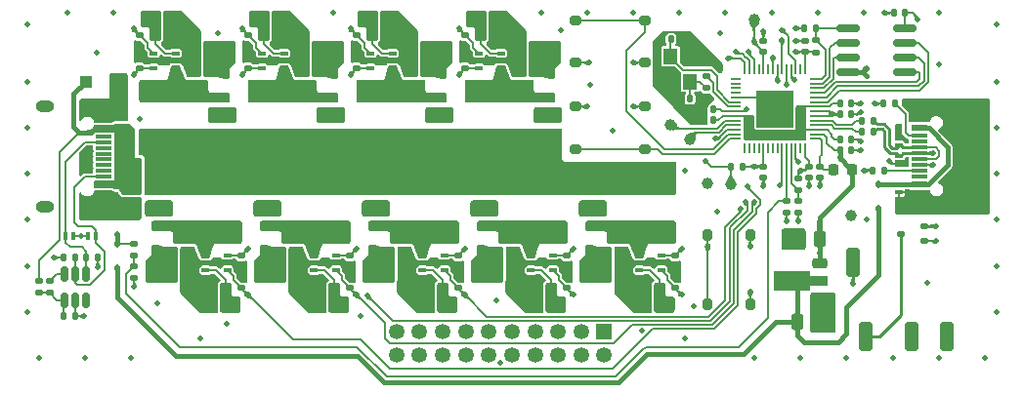
<source format=gtl>
G04 #@! TF.GenerationSoftware,KiCad,Pcbnew,9.0.1-rc2*
G04 #@! TF.CreationDate,2025-11-09T15:09:06-08:00*
G04 #@! TF.ProjectId,bsl_drv_v1,62736c5f-6472-4765-9f76-312e6b696361,rev?*
G04 #@! TF.SameCoordinates,Original*
G04 #@! TF.FileFunction,Copper,L1,Top*
G04 #@! TF.FilePolarity,Positive*
%FSLAX46Y46*%
G04 Gerber Fmt 4.6, Leading zero omitted, Abs format (unit mm)*
G04 Created by KiCad (PCBNEW 9.0.1-rc2) date 2025-11-09 15:09:06*
%MOMM*%
%LPD*%
G01*
G04 APERTURE LIST*
G04 Aperture macros list*
%AMRoundRect*
0 Rectangle with rounded corners*
0 $1 Rounding radius*
0 $2 $3 $4 $5 $6 $7 $8 $9 X,Y pos of 4 corners*
0 Add a 4 corners polygon primitive as box body*
4,1,4,$2,$3,$4,$5,$6,$7,$8,$9,$2,$3,0*
0 Add four circle primitives for the rounded corners*
1,1,$1+$1,$2,$3*
1,1,$1+$1,$4,$5*
1,1,$1+$1,$6,$7*
1,1,$1+$1,$8,$9*
0 Add four rect primitives between the rounded corners*
20,1,$1+$1,$2,$3,$4,$5,0*
20,1,$1+$1,$4,$5,$6,$7,0*
20,1,$1+$1,$6,$7,$8,$9,0*
20,1,$1+$1,$8,$9,$2,$3,0*%
%AMFreePoly0*
4,1,9,3.862500,-0.866500,0.737500,-0.866500,0.737500,-0.450000,-0.737500,-0.450000,-0.737500,0.450000,0.737500,0.450000,0.737500,0.866500,3.862500,0.866500,3.862500,-0.866500,3.862500,-0.866500,$1*%
G04 Aperture macros list end*
G04 #@! TA.AperFunction,SMDPad,CuDef*
%ADD10C,1.000000*%
G04 #@! TD*
G04 #@! TA.AperFunction,SMDPad,CuDef*
%ADD11RoundRect,0.112500X0.237500X-0.112500X0.237500X0.112500X-0.237500X0.112500X-0.237500X-0.112500X0*%
G04 #@! TD*
G04 #@! TA.AperFunction,ComponentPad*
%ADD12R,1.350000X1.350000*%
G04 #@! TD*
G04 #@! TA.AperFunction,ComponentPad*
%ADD13C,1.350000*%
G04 #@! TD*
G04 #@! TA.AperFunction,SMDPad,CuDef*
%ADD14RoundRect,0.250000X0.300000X0.300000X-0.300000X0.300000X-0.300000X-0.300000X0.300000X-0.300000X0*%
G04 #@! TD*
G04 #@! TA.AperFunction,SMDPad,CuDef*
%ADD15RoundRect,0.112500X0.112500X-0.187500X0.112500X0.187500X-0.112500X0.187500X-0.112500X-0.187500X0*%
G04 #@! TD*
G04 #@! TA.AperFunction,SMDPad,CuDef*
%ADD16RoundRect,0.112500X-0.112500X0.187500X-0.112500X-0.187500X0.112500X-0.187500X0.112500X0.187500X0*%
G04 #@! TD*
G04 #@! TA.AperFunction,SMDPad,CuDef*
%ADD17RoundRect,0.150000X0.150000X-0.512500X0.150000X0.512500X-0.150000X0.512500X-0.150000X-0.512500X0*%
G04 #@! TD*
G04 #@! TA.AperFunction,SMDPad,CuDef*
%ADD18RoundRect,0.100000X-0.225000X-0.100000X0.225000X-0.100000X0.225000X0.100000X-0.225000X0.100000X0*%
G04 #@! TD*
G04 #@! TA.AperFunction,SMDPad,CuDef*
%ADD19RoundRect,0.100000X0.225000X0.100000X-0.225000X0.100000X-0.225000X-0.100000X0.225000X-0.100000X0*%
G04 #@! TD*
G04 #@! TA.AperFunction,SMDPad,CuDef*
%ADD20RoundRect,0.250000X-0.475000X0.250000X-0.475000X-0.250000X0.475000X-0.250000X0.475000X0.250000X0*%
G04 #@! TD*
G04 #@! TA.AperFunction,SMDPad,CuDef*
%ADD21RoundRect,0.135000X0.185000X-0.135000X0.185000X0.135000X-0.185000X0.135000X-0.185000X-0.135000X0*%
G04 #@! TD*
G04 #@! TA.AperFunction,SMDPad,CuDef*
%ADD22RoundRect,0.200000X0.200000X0.275000X-0.200000X0.275000X-0.200000X-0.275000X0.200000X-0.275000X0*%
G04 #@! TD*
G04 #@! TA.AperFunction,SMDPad,CuDef*
%ADD23RoundRect,0.250000X-2.600000X0.600000X-2.600000X-0.600000X2.600000X-0.600000X2.600000X0.600000X0*%
G04 #@! TD*
G04 #@! TA.AperFunction,SMDPad,CuDef*
%ADD24RoundRect,0.140000X-0.170000X0.140000X-0.170000X-0.140000X0.170000X-0.140000X0.170000X0.140000X0*%
G04 #@! TD*
G04 #@! TA.AperFunction,SMDPad,CuDef*
%ADD25RoundRect,0.250000X-0.325000X-0.650000X0.325000X-0.650000X0.325000X0.650000X-0.325000X0.650000X0*%
G04 #@! TD*
G04 #@! TA.AperFunction,SMDPad,CuDef*
%ADD26RoundRect,0.140000X-0.140000X-0.170000X0.140000X-0.170000X0.140000X0.170000X-0.140000X0.170000X0*%
G04 #@! TD*
G04 #@! TA.AperFunction,SMDPad,CuDef*
%ADD27RoundRect,0.250000X0.350000X1.000000X-0.350000X1.000000X-0.350000X-1.000000X0.350000X-1.000000X0*%
G04 #@! TD*
G04 #@! TA.AperFunction,SMDPad,CuDef*
%ADD28RoundRect,0.200000X-0.300000X-0.200000X0.300000X-0.200000X0.300000X0.200000X-0.300000X0.200000X0*%
G04 #@! TD*
G04 #@! TA.AperFunction,SMDPad,CuDef*
%ADD29RoundRect,0.250000X0.325000X0.650000X-0.325000X0.650000X-0.325000X-0.650000X0.325000X-0.650000X0*%
G04 #@! TD*
G04 #@! TA.AperFunction,SMDPad,CuDef*
%ADD30RoundRect,0.250000X2.600000X-0.600000X2.600000X0.600000X-2.600000X0.600000X-2.600000X-0.600000X0*%
G04 #@! TD*
G04 #@! TA.AperFunction,SMDPad,CuDef*
%ADD31RoundRect,0.135000X-0.185000X0.135000X-0.185000X-0.135000X0.185000X-0.135000X0.185000X0.135000X0*%
G04 #@! TD*
G04 #@! TA.AperFunction,SMDPad,CuDef*
%ADD32RoundRect,0.200000X-0.200000X-0.275000X0.200000X-0.275000X0.200000X0.275000X-0.200000X0.275000X0*%
G04 #@! TD*
G04 #@! TA.AperFunction,SMDPad,CuDef*
%ADD33RoundRect,0.140000X0.170000X-0.140000X0.170000X0.140000X-0.170000X0.140000X-0.170000X-0.140000X0*%
G04 #@! TD*
G04 #@! TA.AperFunction,SMDPad,CuDef*
%ADD34RoundRect,0.140000X0.140000X0.170000X-0.140000X0.170000X-0.140000X-0.170000X0.140000X-0.170000X0*%
G04 #@! TD*
G04 #@! TA.AperFunction,SMDPad,CuDef*
%ADD35RoundRect,0.250000X0.475000X-0.250000X0.475000X0.250000X-0.475000X0.250000X-0.475000X-0.250000X0*%
G04 #@! TD*
G04 #@! TA.AperFunction,SMDPad,CuDef*
%ADD36RoundRect,0.135000X-0.135000X-0.185000X0.135000X-0.185000X0.135000X0.185000X-0.135000X0.185000X0*%
G04 #@! TD*
G04 #@! TA.AperFunction,SMDPad,CuDef*
%ADD37RoundRect,0.150000X-0.825000X-0.150000X0.825000X-0.150000X0.825000X0.150000X-0.825000X0.150000X0*%
G04 #@! TD*
G04 #@! TA.AperFunction,SMDPad,CuDef*
%ADD38RoundRect,0.250000X0.250000X0.475000X-0.250000X0.475000X-0.250000X-0.475000X0.250000X-0.475000X0*%
G04 #@! TD*
G04 #@! TA.AperFunction,SMDPad,CuDef*
%ADD39R,1.450000X0.600000*%
G04 #@! TD*
G04 #@! TA.AperFunction,SMDPad,CuDef*
%ADD40R,1.450000X0.300000*%
G04 #@! TD*
G04 #@! TA.AperFunction,HeatsinkPad*
%ADD41O,2.100000X1.000000*%
G04 #@! TD*
G04 #@! TA.AperFunction,HeatsinkPad*
%ADD42O,1.600000X1.000000*%
G04 #@! TD*
G04 #@! TA.AperFunction,SMDPad,CuDef*
%ADD43R,1.200000X1.400000*%
G04 #@! TD*
G04 #@! TA.AperFunction,SMDPad,CuDef*
%ADD44RoundRect,0.218750X0.218750X0.256250X-0.218750X0.256250X-0.218750X-0.256250X0.218750X-0.256250X0*%
G04 #@! TD*
G04 #@! TA.AperFunction,SMDPad,CuDef*
%ADD45RoundRect,0.225000X0.425000X0.225000X-0.425000X0.225000X-0.425000X-0.225000X0.425000X-0.225000X0*%
G04 #@! TD*
G04 #@! TA.AperFunction,SMDPad,CuDef*
%ADD46FreePoly0,180.000000*%
G04 #@! TD*
G04 #@! TA.AperFunction,SMDPad,CuDef*
%ADD47RoundRect,0.135000X0.135000X0.185000X-0.135000X0.185000X-0.135000X-0.185000X0.135000X-0.185000X0*%
G04 #@! TD*
G04 #@! TA.AperFunction,SMDPad,CuDef*
%ADD48RoundRect,0.218750X-0.218750X-0.381250X0.218750X-0.381250X0.218750X0.381250X-0.218750X0.381250X0*%
G04 #@! TD*
G04 #@! TA.AperFunction,SMDPad,CuDef*
%ADD49RoundRect,0.200000X0.300000X0.200000X-0.300000X0.200000X-0.300000X-0.200000X0.300000X-0.200000X0*%
G04 #@! TD*
G04 #@! TA.AperFunction,SMDPad,CuDef*
%ADD50RoundRect,0.050000X0.150000X0.300000X-0.150000X0.300000X-0.150000X-0.300000X0.150000X-0.300000X0*%
G04 #@! TD*
G04 #@! TA.AperFunction,SMDPad,CuDef*
%ADD51RoundRect,0.200000X-0.200000X0.300000X-0.200000X-0.300000X0.200000X-0.300000X0.200000X0.300000X0*%
G04 #@! TD*
G04 #@! TA.AperFunction,SMDPad,CuDef*
%ADD52RoundRect,0.050000X0.300000X-0.150000X0.300000X0.150000X-0.300000X0.150000X-0.300000X-0.150000X0*%
G04 #@! TD*
G04 #@! TA.AperFunction,SMDPad,CuDef*
%ADD53RoundRect,0.050000X-0.150000X-0.300000X0.150000X-0.300000X0.150000X0.300000X-0.150000X0.300000X0*%
G04 #@! TD*
G04 #@! TA.AperFunction,SMDPad,CuDef*
%ADD54RoundRect,0.250000X-0.250000X-0.475000X0.250000X-0.475000X0.250000X0.475000X-0.250000X0.475000X0*%
G04 #@! TD*
G04 #@! TA.AperFunction,SMDPad,CuDef*
%ADD55RoundRect,0.050000X-0.300000X0.150000X-0.300000X-0.150000X0.300000X-0.150000X0.300000X0.150000X0*%
G04 #@! TD*
G04 #@! TA.AperFunction,SMDPad,CuDef*
%ADD56RoundRect,0.050000X-0.050000X0.387500X-0.050000X-0.387500X0.050000X-0.387500X0.050000X0.387500X0*%
G04 #@! TD*
G04 #@! TA.AperFunction,SMDPad,CuDef*
%ADD57RoundRect,0.050000X-0.387500X0.050000X-0.387500X-0.050000X0.387500X-0.050000X0.387500X0.050000X0*%
G04 #@! TD*
G04 #@! TA.AperFunction,HeatsinkPad*
%ADD58R,3.200000X3.200000*%
G04 #@! TD*
G04 #@! TA.AperFunction,ViaPad*
%ADD59C,0.500000*%
G04 #@! TD*
G04 #@! TA.AperFunction,Conductor*
%ADD60C,0.150000*%
G04 #@! TD*
G04 #@! TA.AperFunction,Conductor*
%ADD61C,0.400000*%
G04 #@! TD*
G04 #@! TA.AperFunction,Conductor*
%ADD62C,0.200000*%
G04 #@! TD*
G04 #@! TA.AperFunction,Conductor*
%ADD63C,0.250000*%
G04 #@! TD*
G04 APERTURE END LIST*
D10*
X112400000Y-104150000D03*
X96750000Y-96250000D03*
D11*
X118700000Y-106350000D03*
X118700000Y-105050000D03*
X116700000Y-105700000D03*
D12*
X91000000Y-114200000D03*
D13*
X91000000Y-116200000D03*
X89000000Y-114200000D03*
X89000000Y-116200000D03*
X87000000Y-114200000D03*
X87000000Y-116200000D03*
X85000000Y-114200000D03*
X85000000Y-116200000D03*
X83000000Y-114200000D03*
X83000000Y-116200000D03*
X81000000Y-114200000D03*
X81000000Y-116200000D03*
X79000000Y-114200000D03*
X79000000Y-116200000D03*
X77000000Y-114200000D03*
X77000000Y-116200000D03*
X75000000Y-114200000D03*
X75000000Y-116200000D03*
X73000000Y-114200000D03*
X73000000Y-116200000D03*
D14*
X48850000Y-92500000D03*
X46050000Y-92500000D03*
D15*
X80324999Y-107115000D03*
X80324999Y-105015000D03*
D16*
X86375001Y-91785000D03*
X86375001Y-93885000D03*
D15*
X52124999Y-107115000D03*
X52124999Y-105015000D03*
X114774999Y-103500000D03*
X114774999Y-101400000D03*
X89724999Y-107115001D03*
X89724999Y-105015001D03*
D16*
X76975000Y-91785000D03*
X76975000Y-93885000D03*
D15*
X61524999Y-107115000D03*
X61524999Y-105015000D03*
X70924999Y-107115000D03*
X70924999Y-105015000D03*
D16*
X67575001Y-91785000D03*
X67575001Y-93885000D03*
D15*
X48800000Y-108700000D03*
X48800000Y-106600000D03*
D17*
X44200000Y-111450000D03*
X45150000Y-111450000D03*
X46100000Y-111450000D03*
X46100000Y-109175000D03*
X45150000Y-109175000D03*
X44200000Y-109175000D03*
D18*
X84649999Y-107565000D03*
X84649999Y-108215000D03*
X84649999Y-108865000D03*
X86549999Y-108865000D03*
X86549999Y-107565000D03*
D19*
X82050001Y-91335000D03*
X82050001Y-90685000D03*
X82050001Y-90035000D03*
X80150001Y-90035000D03*
X80150001Y-91335000D03*
D18*
X56449999Y-107565000D03*
X56449999Y-108215000D03*
X56449999Y-108865000D03*
X58349999Y-108865000D03*
X58349999Y-107565000D03*
D19*
X72650000Y-91335000D03*
X72650000Y-90685000D03*
X72650000Y-90035000D03*
X70750000Y-90035000D03*
X70750000Y-91335000D03*
D18*
X65849999Y-107565000D03*
X65849999Y-108215000D03*
X65849999Y-108865000D03*
X67749999Y-108865000D03*
X67749999Y-107565000D03*
X94049999Y-107565000D03*
X94049999Y-108215000D03*
X94049999Y-108865000D03*
X95949999Y-108865000D03*
X95949999Y-107565000D03*
D19*
X63250001Y-91335000D03*
X63250001Y-90685000D03*
X63250001Y-90035000D03*
X61350001Y-90035000D03*
X61350001Y-91335000D03*
D18*
X75249999Y-107565000D03*
X75249999Y-108215000D03*
X75249999Y-108865000D03*
X77149999Y-108865000D03*
X77149999Y-107565000D03*
D20*
X80300000Y-103514999D03*
X80300000Y-101615001D03*
D21*
X87749999Y-109405001D03*
X87749999Y-110424999D03*
D22*
X84744999Y-111965000D03*
X86394999Y-111965000D03*
X84749999Y-110500000D03*
X86399999Y-110500000D03*
D23*
X84800000Y-105550000D03*
X84800000Y-101050000D03*
D24*
X87749999Y-108545000D03*
X87749999Y-107585000D03*
D25*
X83100000Y-108915000D03*
X80149998Y-108915000D03*
D26*
X82829999Y-107280000D03*
X81869999Y-107280000D03*
D27*
X117650000Y-114650000D03*
X120649999Y-114650000D03*
X112549999Y-108150000D03*
X113650000Y-114650000D03*
D28*
X94500000Y-98350000D03*
X88500000Y-98350000D03*
X94500000Y-94650000D03*
X88500000Y-94650000D03*
D29*
X83600000Y-89985000D03*
X86550002Y-89985000D03*
D30*
X81900000Y-93350000D03*
X81900000Y-97850000D03*
D31*
X78950001Y-89494999D03*
X78950001Y-88475001D03*
D32*
X81955001Y-86935000D03*
X80305001Y-86935000D03*
D33*
X78950001Y-90355000D03*
X78950001Y-91315000D03*
D34*
X83870001Y-91620000D03*
X84830001Y-91620000D03*
D35*
X86400000Y-95385001D03*
X86400000Y-97284999D03*
D32*
X81950001Y-88400000D03*
X80300001Y-88400000D03*
D24*
X59549999Y-108545000D03*
X59549999Y-107585000D03*
D21*
X59549999Y-109405001D03*
X59549999Y-110424999D03*
D26*
X54629999Y-107280000D03*
X53669999Y-107280000D03*
D22*
X56549999Y-110500000D03*
X58199999Y-110500000D03*
D20*
X52100000Y-103514999D03*
X52100000Y-101615001D03*
D25*
X54900000Y-108915000D03*
X51949998Y-108915000D03*
D22*
X56544999Y-111965000D03*
X58194999Y-111965000D03*
D23*
X56600000Y-105550000D03*
X56600000Y-101050000D03*
X94200000Y-105550000D03*
X94200000Y-101050000D03*
D36*
X44140001Y-107762499D03*
X45159999Y-107762499D03*
D34*
X75430000Y-91620000D03*
X74470000Y-91620000D03*
D37*
X112124999Y-87845000D03*
X112124999Y-89115000D03*
X112124999Y-90385000D03*
X112124999Y-91655000D03*
X117074999Y-91655000D03*
X117074999Y-90385000D03*
X117074999Y-89115000D03*
X117074999Y-87845000D03*
D38*
X109649999Y-106162500D03*
X107750001Y-106162500D03*
D21*
X68949999Y-110424999D03*
X68949999Y-109405001D03*
D10*
X103974999Y-87125000D03*
D39*
X118328999Y-102212479D03*
X118328999Y-101412480D03*
D40*
X118329000Y-100212479D03*
X118328999Y-99212479D03*
X118328999Y-98712479D03*
X118329000Y-97712479D03*
D39*
X118328999Y-96512478D03*
X118328999Y-95712479D03*
X118328999Y-95712479D03*
X118328999Y-96512478D03*
D40*
X118328999Y-97212479D03*
X118328999Y-98212479D03*
X118328999Y-99712479D03*
X118328999Y-100712479D03*
D39*
X118328999Y-101412480D03*
X118328999Y-102212479D03*
D41*
X119243999Y-103282479D03*
D42*
X123423999Y-103282479D03*
D41*
X119243999Y-94642479D03*
D42*
X123423999Y-94642479D03*
D31*
X42950000Y-109802502D03*
X42950000Y-110822500D03*
D33*
X108399999Y-89910000D03*
X108399999Y-88950000D03*
D31*
X50275000Y-108505003D03*
X50275000Y-109525001D03*
D34*
X117079999Y-86550000D03*
X116119999Y-86550000D03*
D36*
X115203999Y-94400000D03*
X116223999Y-94400000D03*
D31*
X60150001Y-88475001D03*
X60150001Y-89494999D03*
D34*
X100454999Y-94925000D03*
X99494999Y-94925000D03*
D43*
X96749999Y-90290001D03*
X96749999Y-92490001D03*
X98449999Y-92490001D03*
X98449999Y-90290001D03*
D36*
X46104999Y-107762499D03*
X47124997Y-107762499D03*
D24*
X106800000Y-102870000D03*
X106800000Y-103830000D03*
D36*
X108349998Y-87850000D03*
X109369998Y-87850000D03*
D23*
X75400000Y-101050000D03*
X75400000Y-105550000D03*
D21*
X109329998Y-89939999D03*
X109329998Y-88920001D03*
D34*
X97729998Y-88830002D03*
X96769998Y-88830002D03*
D26*
X111444998Y-95350000D03*
X112404998Y-95350000D03*
D10*
X99900000Y-101350000D03*
D34*
X66030001Y-91620000D03*
X65070001Y-91620000D03*
D33*
X69550000Y-91315000D03*
X69550000Y-90355000D03*
D24*
X108749999Y-99850000D03*
X108749999Y-100810000D03*
D35*
X76999999Y-97284999D03*
X76999999Y-95385001D03*
D32*
X61505001Y-86935000D03*
X63155001Y-86935000D03*
D21*
X50275000Y-107625000D03*
X50275000Y-106605002D03*
X42000000Y-110822499D03*
X42000000Y-109802501D03*
D26*
X63069999Y-107280000D03*
X64029999Y-107280000D03*
D35*
X67600000Y-97284999D03*
X67600000Y-95385001D03*
D24*
X104799999Y-99850000D03*
X104799999Y-100810000D03*
D22*
X67599999Y-110500000D03*
X65949999Y-110500000D03*
D21*
X99849999Y-93050000D03*
X99849999Y-92030002D03*
D26*
X111444999Y-94400000D03*
X112404999Y-94400000D03*
D20*
X61500000Y-101615001D03*
X61500000Y-103514999D03*
X50000000Y-103509999D03*
X50000000Y-101610001D03*
D24*
X78349999Y-107585000D03*
X78349999Y-108545000D03*
D26*
X72469999Y-107280000D03*
X73429999Y-107280000D03*
D24*
X107800000Y-102870000D03*
X107800000Y-103830000D03*
D44*
X112437500Y-100150000D03*
X110862498Y-100150000D03*
D33*
X104799999Y-89910000D03*
X104799999Y-88950000D03*
D26*
X111444998Y-97505000D03*
X112404998Y-97505000D03*
X97469999Y-93980002D03*
X98429999Y-93980002D03*
D32*
X70905000Y-86935000D03*
X72555000Y-86935000D03*
D39*
X47645000Y-95750000D03*
X47645000Y-96549999D03*
D40*
X47644999Y-97750000D03*
X47645000Y-98750000D03*
X47645000Y-99250000D03*
X47644999Y-100250000D03*
D39*
X47645000Y-101450001D03*
X47645000Y-102250000D03*
X47645000Y-102250000D03*
X47645000Y-101450001D03*
D40*
X47645000Y-100750000D03*
X47645000Y-99750000D03*
X47645000Y-98250000D03*
X47645000Y-97250000D03*
D39*
X47645000Y-96549999D03*
X47645000Y-95750000D03*
D41*
X46730000Y-94680000D03*
D42*
X42550000Y-94680000D03*
D41*
X46730000Y-103320000D03*
D42*
X42550000Y-103320000D03*
D26*
X44174999Y-112862498D03*
X45134999Y-112862498D03*
D45*
X109649999Y-111262500D03*
D46*
X109562498Y-109762500D03*
D45*
X109649999Y-108262500D03*
D47*
X115284998Y-100200000D03*
X114265000Y-100200000D03*
D25*
X89549998Y-108915000D03*
X92500000Y-108915000D03*
D30*
X72500000Y-97850000D03*
X72500000Y-93350000D03*
D48*
X49987500Y-99975000D03*
X52112500Y-99975000D03*
D24*
X68949999Y-107585000D03*
X68949999Y-108545000D03*
D20*
X89700000Y-101615001D03*
X89700000Y-103514999D03*
D29*
X77150001Y-89985000D03*
X74199999Y-89985000D03*
D22*
X95794999Y-111965001D03*
X94144999Y-111965001D03*
D49*
X94500000Y-90850000D03*
X88500000Y-90850000D03*
X94500000Y-87150000D03*
X88500000Y-87150000D03*
D20*
X70900000Y-101615001D03*
X70900000Y-103514999D03*
D25*
X70749998Y-108915000D03*
X73700000Y-108915000D03*
D36*
X101939998Y-99860000D03*
X102959998Y-99860000D03*
D29*
X67750002Y-89985000D03*
X64800000Y-89985000D03*
D22*
X67594999Y-111965000D03*
X65944999Y-111965000D03*
D32*
X61500001Y-88400000D03*
X63150001Y-88400000D03*
D50*
X45024998Y-105900000D03*
X44325000Y-105900000D03*
D51*
X103649999Y-105800001D03*
X103649999Y-111800001D03*
X99949999Y-105800001D03*
X99949999Y-111800001D03*
D52*
X116510000Y-102099999D03*
X116510000Y-101400001D03*
D26*
X91269999Y-107280000D03*
X92229999Y-107280000D03*
D22*
X76994999Y-111965000D03*
X75344999Y-111965000D03*
D53*
X46225000Y-105900000D03*
X46924998Y-105900000D03*
D32*
X70900000Y-88400000D03*
X72550000Y-88400000D03*
D52*
X116510000Y-99624998D03*
X116510000Y-98925000D03*
D47*
X114309998Y-95900000D03*
X113290000Y-95900000D03*
D31*
X107799999Y-100940001D03*
X107799999Y-101959999D03*
D36*
X113290000Y-96850000D03*
X114309998Y-96850000D03*
D21*
X97149999Y-110424999D03*
X97149999Y-109405001D03*
X78349999Y-110424999D03*
X78349999Y-109405001D03*
D22*
X95799999Y-110500000D03*
X94149999Y-110500000D03*
D24*
X109699999Y-99850000D03*
X109699999Y-100810000D03*
D54*
X107750001Y-113362500D03*
X109649999Y-113362500D03*
D26*
X111444999Y-98455000D03*
X112404999Y-98455000D03*
D23*
X66000000Y-101050000D03*
X66000000Y-105550000D03*
D31*
X69550000Y-88475001D03*
X69550000Y-89494999D03*
D34*
X100455000Y-95850000D03*
X99495000Y-95850000D03*
D22*
X76999999Y-110500000D03*
X75349999Y-110500000D03*
D55*
X116510000Y-97300001D03*
X116510000Y-97999999D03*
D24*
X97149999Y-107585000D03*
X97149999Y-108545000D03*
D30*
X63100000Y-97850000D03*
X63100000Y-93350000D03*
D10*
X98375000Y-97500000D03*
X101949999Y-101375000D03*
D33*
X60150001Y-91315000D03*
X60150001Y-90355000D03*
D25*
X61349998Y-108915000D03*
X64300000Y-108915000D03*
D56*
X108394999Y-91432500D03*
X107994998Y-91432500D03*
X107594999Y-91432500D03*
X107194999Y-91432500D03*
X106794999Y-91432500D03*
X106395000Y-91432500D03*
X105994999Y-91432500D03*
X105594999Y-91432500D03*
X105194998Y-91432500D03*
X104794999Y-91432500D03*
X104394999Y-91432500D03*
X103994999Y-91432500D03*
X103595000Y-91432500D03*
X103194999Y-91432500D03*
D57*
X102357499Y-92270000D03*
X102357499Y-92670001D03*
X102357499Y-93070000D03*
X102357499Y-93470000D03*
X102357499Y-93870000D03*
X102357499Y-94269999D03*
X102357499Y-94670000D03*
X102357499Y-95070000D03*
X102357499Y-95470001D03*
X102357499Y-95870000D03*
X102357499Y-96270000D03*
X102357499Y-96670000D03*
X102357499Y-97069999D03*
X102357499Y-97470000D03*
D56*
X103194999Y-98307500D03*
X103595000Y-98307500D03*
X103994999Y-98307500D03*
X104394999Y-98307500D03*
X104794999Y-98307500D03*
X105194998Y-98307500D03*
X105594999Y-98307500D03*
X105994999Y-98307500D03*
X106395000Y-98307500D03*
X106794999Y-98307500D03*
X107194999Y-98307500D03*
X107594999Y-98307500D03*
X107994998Y-98307500D03*
X108394999Y-98307500D03*
D57*
X109232499Y-97470000D03*
X109232499Y-97069999D03*
X109232499Y-96670000D03*
X109232499Y-96270000D03*
X109232499Y-95870000D03*
X109232499Y-95470001D03*
X109232499Y-95070000D03*
X109232499Y-94670000D03*
X109232499Y-94269999D03*
X109232499Y-93870000D03*
X109232499Y-93470000D03*
X109232499Y-93070000D03*
X109232499Y-92670001D03*
X109232499Y-92270000D03*
D58*
X105794999Y-94870000D03*
D16*
X58175001Y-91785000D03*
X58175001Y-93885000D03*
D19*
X53850001Y-91335000D03*
X53850001Y-90685000D03*
X53850001Y-90035000D03*
X51950001Y-90035000D03*
X51950001Y-91335000D03*
D31*
X50750001Y-88475001D03*
X50750001Y-89494999D03*
D32*
X52100001Y-88400000D03*
X53750001Y-88400000D03*
D35*
X58200000Y-97284999D03*
X58200000Y-95385001D03*
D32*
X52105001Y-86935000D03*
X53755001Y-86935000D03*
D34*
X56630001Y-91620000D03*
X55670001Y-91620000D03*
D33*
X50750001Y-91315000D03*
X50750001Y-90355000D03*
D29*
X58350002Y-89985000D03*
X55400000Y-89985000D03*
D30*
X53700000Y-97850000D03*
X53700000Y-93350000D03*
D59*
X94250000Y-114150000D03*
X82000000Y-116900000D03*
X57500000Y-88250000D03*
X47000000Y-90000000D03*
X50750000Y-95750000D03*
X46000000Y-99250000D03*
X52250000Y-111750000D03*
X56000000Y-114750000D03*
X58250000Y-113500000D03*
X69879999Y-112865000D03*
X81649999Y-111500000D03*
X119000000Y-110000000D03*
X113750000Y-104500000D03*
X120000000Y-91000000D03*
X101000000Y-88250000D03*
X87250000Y-88000000D03*
X89750000Y-92750000D03*
X91750000Y-96750000D03*
X98000000Y-100250000D03*
X100750000Y-103750000D03*
X98750000Y-112000000D03*
X98000000Y-114750000D03*
X108000000Y-116500000D03*
X112000000Y-116500000D03*
X104000000Y-116500000D03*
X120000000Y-116500000D03*
X116000000Y-116500000D03*
X124000000Y-116500000D03*
X125000000Y-108499999D03*
X125000000Y-112499999D03*
X125000000Y-92500000D03*
X125000000Y-104499999D03*
X125000000Y-100500000D03*
X125000000Y-96499999D03*
X125000000Y-87500000D03*
X120000000Y-86500000D03*
X113500000Y-86500000D03*
X109500000Y-86500000D03*
X105500000Y-86500000D03*
X101500000Y-86500000D03*
X97500000Y-86500000D03*
X93500000Y-86500000D03*
X89500000Y-86500000D03*
X85500000Y-86500000D03*
X67500000Y-86500000D03*
X46000000Y-116500000D03*
X42000000Y-116500000D03*
X50000000Y-116500000D03*
X41000000Y-112499999D03*
X41000000Y-108499999D03*
X41000000Y-100500000D03*
X41000000Y-104499999D03*
X41000000Y-92500000D03*
X41000000Y-96499999D03*
X48500000Y-86500000D03*
X44500000Y-86500000D03*
X41000000Y-87500000D03*
X117275000Y-103575000D03*
X116925000Y-102975000D03*
X116575000Y-103575000D03*
X117625000Y-102975000D03*
X117725000Y-94950000D03*
X117300000Y-94400000D03*
X98650000Y-95850000D03*
X98650000Y-94925000D03*
X95600000Y-91250000D03*
X95600000Y-90100000D03*
X100400000Y-90700000D03*
X99350000Y-93900000D03*
X112400000Y-104150000D03*
X107793959Y-99443959D03*
X108000000Y-100200000D03*
X48950000Y-93775000D03*
X47550000Y-104175000D03*
X99750000Y-99352000D03*
X102800000Y-103500000D03*
X103258739Y-102971264D03*
X70500000Y-111100000D03*
X103374000Y-101550000D03*
X103958732Y-102975000D03*
X107484438Y-92340562D03*
X106400000Y-88000000D03*
X106800000Y-92800000D03*
X106400000Y-88900000D03*
X106000000Y-92400000D03*
X105600000Y-90400000D03*
X103494426Y-89855574D03*
X102400000Y-89925000D03*
X101750000Y-90450000D03*
X106225000Y-101475000D03*
X119750000Y-106350000D03*
X100950000Y-91350000D03*
X99950000Y-106800000D03*
X100625000Y-97426000D03*
X93500000Y-90850000D03*
X89700000Y-90850000D03*
X89500000Y-94650000D03*
X93500000Y-94650000D03*
X112550000Y-110050000D03*
X119750000Y-105050000D03*
X106750000Y-105750000D03*
X106750000Y-106550000D03*
X110750000Y-111100000D03*
X110750000Y-111750000D03*
X110650000Y-112700000D03*
X110200000Y-112200000D03*
X99900000Y-101350000D03*
X106399999Y-94250000D03*
X113225000Y-97700000D03*
X107574999Y-88950000D03*
X103649999Y-106800000D03*
X63699998Y-89400000D03*
X54299998Y-89400000D03*
X65400002Y-109500000D03*
X73099997Y-89400000D03*
X74800002Y-109500000D03*
X93600002Y-109500000D03*
X56000002Y-109500000D03*
X82499998Y-89400000D03*
X84200002Y-109500000D03*
X48250000Y-103000000D03*
X43300000Y-107762499D03*
X96000000Y-88800000D03*
X45624999Y-105900000D03*
X96700000Y-93800000D03*
X104799999Y-88100000D03*
X114385000Y-94400000D03*
X104799999Y-101550000D03*
X50275000Y-110300000D03*
X113724999Y-91300000D03*
X47100000Y-108575000D03*
X66399998Y-95000000D03*
X56999998Y-95000000D03*
X62700002Y-103900000D03*
X75799998Y-95000000D03*
X72100002Y-103900000D03*
X90900002Y-103900000D03*
X81500002Y-103900000D03*
X53300002Y-103900000D03*
X85199998Y-95000000D03*
X106800000Y-104600000D03*
X113724999Y-92000000D03*
X107799999Y-104600000D03*
X48950000Y-104175000D03*
X64899998Y-88600000D03*
X55499998Y-88600000D03*
X64200002Y-110300000D03*
X74299997Y-88600000D03*
X73600002Y-110300000D03*
X92400002Y-110300000D03*
X54800002Y-110300000D03*
X83699998Y-88600000D03*
X83000002Y-110300000D03*
X48950000Y-103000000D03*
X103649999Y-110750000D03*
X105199999Y-95450000D03*
X109699999Y-101550000D03*
X105794999Y-94870000D03*
X48600000Y-103600000D03*
X64420226Y-91611023D03*
X55020226Y-91611023D03*
X64679774Y-107288977D03*
X73820225Y-91611023D03*
X74079774Y-107288977D03*
X92879774Y-107288977D03*
X55279774Y-107288977D03*
X83220226Y-91611023D03*
X83479774Y-107288977D03*
X62499998Y-90700000D03*
X53099998Y-90700000D03*
X66600002Y-108200000D03*
X71899997Y-90700000D03*
X76000002Y-108200000D03*
X94800002Y-108200001D03*
X57200002Y-108200000D03*
X81299998Y-90700000D03*
X85400002Y-108200000D03*
X105199999Y-94250000D03*
X100100000Y-93900000D03*
X99600000Y-90300000D03*
X48250000Y-95000000D03*
X48250000Y-104175000D03*
X49300000Y-94400000D03*
X64099998Y-88600000D03*
X54699998Y-88600000D03*
X65000002Y-110300000D03*
X73499997Y-88600001D03*
X74400002Y-110300000D03*
X93200002Y-110300000D03*
X55600002Y-110300000D03*
X82899998Y-88600000D03*
X83800002Y-110300000D03*
X95600000Y-92500000D03*
X66399998Y-95799999D03*
X56999998Y-95800000D03*
X62700002Y-103100001D03*
X75799997Y-95800000D03*
X72100002Y-103100001D03*
X90900003Y-103100000D03*
X53300002Y-103100001D03*
X85199998Y-95799999D03*
X81500002Y-103100001D03*
X45950000Y-112862498D03*
X116510000Y-96600000D03*
X98500000Y-88800000D03*
X115299999Y-86550000D03*
X106399999Y-95450000D03*
X64099997Y-87800000D03*
X54699998Y-87800000D03*
X65000003Y-111100000D03*
X73499997Y-87800000D03*
X74400003Y-111100000D03*
X93200002Y-111100000D03*
X55600003Y-111100000D03*
X82899997Y-87800000D03*
X83800003Y-111100000D03*
X115699999Y-99400000D03*
X108749999Y-101550000D03*
X60799998Y-90700000D03*
X51399998Y-90700001D03*
X68300002Y-108200000D03*
X70199997Y-90700000D03*
X77700002Y-108200000D03*
X96500002Y-108200000D03*
X58900002Y-108200000D03*
X79599998Y-90700000D03*
X87100002Y-108200000D03*
X113499999Y-100200000D03*
X48950000Y-95000000D03*
X48600000Y-94400000D03*
X49300000Y-95600000D03*
X113224999Y-98450000D03*
X113224999Y-94400000D03*
X113234047Y-95130000D03*
X91319999Y-109565000D03*
X90619999Y-109565000D03*
X56580001Y-89335000D03*
X57280001Y-89335000D03*
X75380000Y-89335000D03*
X76080001Y-89335000D03*
X63119999Y-109565000D03*
X62419999Y-109565000D03*
X72519999Y-109565000D03*
X71819999Y-109565000D03*
X65980001Y-89335000D03*
X66680001Y-89335000D03*
X81919999Y-109565000D03*
X81219999Y-109565000D03*
X109650000Y-107312500D03*
X103974999Y-89050000D03*
X118100000Y-87100000D03*
X107579999Y-89910001D03*
X103974998Y-99855000D03*
X97700002Y-107000000D03*
X78900002Y-107000000D03*
X88300002Y-107000000D03*
X109650000Y-105000000D03*
X103320132Y-94919999D03*
X110719999Y-95320000D03*
X111444999Y-99150000D03*
X48800000Y-105725000D03*
X53125000Y-99675000D03*
X119498999Y-98712479D03*
X119498999Y-99732479D03*
X96750000Y-111500000D03*
X96750000Y-112200000D03*
X51150000Y-87400000D03*
X51150000Y-86700000D03*
X69949999Y-87400000D03*
X69949999Y-86700000D03*
X68550000Y-111500000D03*
X68550000Y-112200000D03*
X60550000Y-87400000D03*
X60550000Y-86700000D03*
X77950000Y-111500000D03*
X77950000Y-112200000D03*
X87350000Y-111500000D03*
X87350000Y-112200000D03*
X97700002Y-111000000D03*
X50199998Y-87900000D03*
X68999997Y-87899999D03*
X59599998Y-87900000D03*
X78900002Y-111000000D03*
X88300002Y-111000000D03*
X84780001Y-89335000D03*
X85480001Y-89335000D03*
X53719999Y-109565000D03*
X53019999Y-109565000D03*
X59150000Y-111500000D03*
X59150000Y-112200000D03*
X79350000Y-87400000D03*
X79350000Y-86700000D03*
X78399998Y-87900000D03*
X60100002Y-111000000D03*
X107574999Y-87850000D03*
X69500002Y-111000000D03*
X78399998Y-91900000D03*
X60100002Y-107000000D03*
X50199998Y-91900000D03*
X59599998Y-91900000D03*
X68999997Y-91899999D03*
X69500002Y-107000000D03*
D60*
X91725000Y-117425000D02*
X72425000Y-117425000D01*
X69900000Y-114900000D02*
X64000002Y-114900000D01*
X95199000Y-113951000D02*
X91725000Y-117425000D01*
X64000002Y-114900000D02*
X60100002Y-111000000D01*
X100488167Y-113951000D02*
X95199000Y-113951000D01*
X102551000Y-105545388D02*
X102551002Y-111888164D01*
X104176609Y-103919779D02*
X102551000Y-105545388D01*
X72425000Y-117425000D02*
X69900000Y-114900000D01*
X104484732Y-102734732D02*
X104484732Y-103192877D01*
X104484732Y-103192877D02*
X104176609Y-103501000D01*
X104176609Y-103501000D02*
X104176609Y-103919779D01*
X103374000Y-101624000D02*
X104484732Y-102734732D01*
X102551002Y-111888164D02*
X100488167Y-113951000D01*
X103374000Y-101550000D02*
X103374000Y-101624000D01*
D61*
X105887500Y-113362500D02*
X107750001Y-113362500D01*
X94650000Y-116150000D02*
X103100000Y-116150000D01*
X71900000Y-118600000D02*
X92200000Y-118600000D01*
X103100000Y-116150000D02*
X105887500Y-113362500D01*
X53875000Y-116350000D02*
X69650000Y-116350000D01*
X48800000Y-111275000D02*
X53875000Y-116350000D01*
X69650000Y-116350000D02*
X71900000Y-118600000D01*
X48800000Y-108700000D02*
X48800000Y-111275000D01*
X92200000Y-118600000D02*
X94650000Y-116150000D01*
D60*
X43796939Y-106203061D02*
X43796939Y-98603061D01*
X42000000Y-108000000D02*
X43796939Y-106203061D01*
X42000000Y-109802501D02*
X42000000Y-108000000D01*
X43796939Y-98603061D02*
X45500000Y-96900000D01*
X71975000Y-113474998D02*
X69500002Y-111000000D01*
X71975000Y-114775000D02*
X71975000Y-113474998D01*
X72400000Y-115200000D02*
X71975000Y-114775000D01*
X93425000Y-113600000D02*
X91825000Y-115200000D01*
X100342778Y-113600000D02*
X93425000Y-113600000D01*
X102200001Y-111742776D02*
X100342778Y-113600000D01*
X102200000Y-105400000D02*
X102200001Y-111742776D01*
X103800000Y-103800000D02*
X102200000Y-105400000D01*
X103800000Y-103133732D02*
X103800000Y-103800000D01*
X91825000Y-115200000D02*
X72400000Y-115200000D01*
X103958732Y-102975000D02*
X103800000Y-103133732D01*
X99750000Y-99352000D02*
X100258000Y-99860000D01*
X100258000Y-99860000D02*
X101939998Y-99860000D01*
X49600000Y-109180003D02*
X50275000Y-108505003D01*
X49600000Y-110925000D02*
X49600000Y-109180003D01*
X54250000Y-115575000D02*
X49600000Y-110925000D01*
X69575000Y-115575000D02*
X54250000Y-115575000D01*
X72124000Y-118124000D02*
X69575000Y-115575000D01*
X92002834Y-118124000D02*
X72124000Y-118124000D01*
X94452834Y-115674000D02*
X92002834Y-118124000D01*
X94476000Y-115674000D02*
X94452834Y-115674000D01*
X105149999Y-113050001D02*
X102625000Y-115575000D01*
X102625000Y-115575000D02*
X94575000Y-115575000D01*
X105149999Y-103850001D02*
X105149999Y-113050001D01*
X106130000Y-102870000D02*
X105149999Y-103850001D01*
X106800000Y-102870000D02*
X106130000Y-102870000D01*
X94575000Y-115575000D02*
X94476000Y-115674000D01*
X45975000Y-100750000D02*
X47645000Y-100750000D01*
X45100000Y-101625000D02*
X45975000Y-100750000D01*
X45400000Y-105025000D02*
X45100000Y-104725000D01*
X46924998Y-105374998D02*
X46575000Y-105025000D01*
X46575000Y-105025000D02*
X45400000Y-105025000D01*
X45100000Y-104725000D02*
X45100000Y-101625000D01*
X46924998Y-105900000D02*
X46924998Y-105374998D01*
D62*
X118100000Y-86937500D02*
X117712500Y-86550000D01*
X117712500Y-86550000D02*
X117079999Y-86550000D01*
X118100000Y-87100000D02*
X118100000Y-86937500D01*
X110689999Y-95350000D02*
X110719999Y-95320000D01*
X110649999Y-95350000D02*
X110689999Y-95350000D01*
X110399999Y-95070000D02*
X109232498Y-95070000D01*
X110649999Y-95320000D02*
X110399999Y-95070000D01*
X110719999Y-95320000D02*
X110749999Y-95350000D01*
D60*
X102550000Y-90075000D02*
X102400000Y-89925000D01*
X102971388Y-90075000D02*
X102550000Y-90075000D01*
X103277962Y-90381574D02*
X102971388Y-90075000D01*
X103281574Y-90381574D02*
X103277962Y-90381574D01*
X103595000Y-90695000D02*
X103281574Y-90381574D01*
X103595000Y-91432500D02*
X103595000Y-90695000D01*
X103494426Y-90044426D02*
X103494426Y-89855574D01*
X103994999Y-91432500D02*
X103994999Y-90544999D01*
X103994999Y-90544999D02*
X103494426Y-90044426D01*
X98974000Y-96901000D02*
X98375000Y-97500000D01*
X100920387Y-96901000D02*
X98974000Y-96901000D01*
X101551387Y-96270000D02*
X100920387Y-96901000D01*
X102357499Y-96270000D02*
X101551387Y-96270000D01*
X97050000Y-96550000D02*
X96750000Y-96250000D01*
X100774999Y-96550000D02*
X97050000Y-96550000D01*
X101454999Y-95870000D02*
X100774999Y-96550000D01*
X102357499Y-95870000D02*
X101454999Y-95870000D01*
D62*
X101225000Y-95070000D02*
X101077436Y-94922436D01*
X102357499Y-95070000D02*
X101225000Y-95070000D01*
X101077436Y-94922436D02*
X100457563Y-94922436D01*
X100457563Y-94922436D02*
X100454999Y-94925000D01*
X100875000Y-95850000D02*
X100455000Y-95850000D01*
X101254999Y-95470001D02*
X100875000Y-95850000D01*
X102357499Y-95470001D02*
X101254999Y-95470001D01*
X99395000Y-95950000D02*
X99495000Y-95850000D01*
X99419999Y-95000000D02*
X99494999Y-94925000D01*
D60*
X107793959Y-99443959D02*
X107594999Y-99244999D01*
X107594999Y-99244999D02*
X107594999Y-98307500D01*
D62*
X108399999Y-100200000D02*
X108749999Y-99850000D01*
X108000000Y-100200000D02*
X108399999Y-100200000D01*
X107799999Y-100400001D02*
X107799999Y-100940001D01*
X108000000Y-100200000D02*
X107799999Y-100400001D01*
D60*
X107194999Y-101354999D02*
X107194999Y-98307500D01*
X107799999Y-101959999D02*
X107194999Y-101354999D01*
X107799999Y-101959999D02*
X107799999Y-102869999D01*
X107799999Y-102869999D02*
X107800000Y-102870000D01*
D62*
X107799999Y-104600000D02*
X107799999Y-103830001D01*
X107799999Y-103830001D02*
X107800000Y-103830000D01*
X106799999Y-103830001D02*
X106800000Y-103830000D01*
X106799999Y-104599999D02*
X106799999Y-103830001D01*
X106800000Y-104600000D02*
X106799999Y-104599999D01*
D60*
X106800000Y-102520001D02*
X106800000Y-102870000D01*
X106794999Y-102515000D02*
X106800000Y-102520001D01*
X106794999Y-98307500D02*
X106794999Y-102515000D01*
X107484438Y-92340562D02*
X107194999Y-92051122D01*
X107194999Y-92051122D02*
X107194999Y-91432500D01*
X106794999Y-92794999D02*
X106794999Y-91432500D01*
X106800000Y-92800000D02*
X106794999Y-92794999D01*
D62*
X112899660Y-95350000D02*
X112404998Y-95350000D01*
X113234047Y-95130000D02*
X113119660Y-95130000D01*
X113119660Y-95130000D02*
X112899660Y-95350000D01*
X113225000Y-97700000D02*
X113030000Y-97505000D01*
X113030000Y-97505000D02*
X112404998Y-97505000D01*
D60*
X95650000Y-98350000D02*
X94500000Y-98350000D01*
X100559551Y-98751000D02*
X96051000Y-98751000D01*
X101840551Y-97470000D02*
X100559551Y-98751000D01*
X96051000Y-98751000D02*
X95650000Y-98350000D01*
X102357499Y-97470000D02*
X101840551Y-97470000D01*
X94500000Y-88200000D02*
X94500000Y-87150000D01*
X92900000Y-89800000D02*
X94500000Y-88200000D01*
X100414163Y-98400000D02*
X96200000Y-98400000D01*
X96200000Y-98400000D02*
X92900000Y-95100000D01*
X101744164Y-97069999D02*
X100414163Y-98400000D01*
X102357499Y-97069999D02*
X101744164Y-97069999D01*
X92900000Y-95100000D02*
X92900000Y-89800000D01*
X99949999Y-106749999D02*
X99949999Y-105800001D01*
X99950000Y-106750000D02*
X99949999Y-106749999D01*
X99950000Y-106800000D02*
X99950000Y-106750000D01*
D63*
X99949999Y-106800001D02*
X99950000Y-106800000D01*
D60*
X99949999Y-111800001D02*
X99949999Y-106800001D01*
X94500000Y-87150000D02*
X88500000Y-87150000D01*
X94500000Y-98350000D02*
X88500000Y-98350000D01*
D61*
X46857431Y-96549999D02*
X47645000Y-96549999D01*
X46507430Y-96900000D02*
X46857431Y-96549999D01*
X45500000Y-96900000D02*
X46507430Y-96900000D01*
X45000000Y-96400000D02*
X45500000Y-96900000D01*
X46050001Y-92500000D02*
X45000000Y-93550001D01*
X45000000Y-93550001D02*
X45000000Y-96400000D01*
D62*
X115924997Y-99624998D02*
X116510000Y-99624998D01*
X115699999Y-99400000D02*
X115924997Y-99624998D01*
D60*
X101647775Y-96670000D02*
X102357499Y-96670000D01*
X100891775Y-97426000D02*
X101647775Y-96670000D01*
X100625000Y-97426000D02*
X100891775Y-97426000D01*
X72649000Y-113249000D02*
X70500000Y-111100000D01*
X100197389Y-113249000D02*
X72649000Y-113249000D01*
X101849000Y-111597388D02*
X100197389Y-113249000D01*
X101900000Y-105176954D02*
X101900000Y-105203610D01*
X101900000Y-105203610D02*
X101849000Y-105254611D01*
X103400000Y-103676954D02*
X101900000Y-105176954D01*
X103400000Y-103112525D02*
X103400000Y-103676954D01*
X103258739Y-102971264D02*
X103400000Y-103112525D01*
X101849000Y-105254611D02*
X101849000Y-111597388D01*
X80798002Y-112898000D02*
X78900002Y-111000000D01*
X100052000Y-112898000D02*
X80798002Y-112898000D01*
X101498000Y-111452000D02*
X100052000Y-112898000D01*
X102742245Y-103838321D02*
X101549000Y-105031566D01*
X102800000Y-103500000D02*
X102742245Y-103557755D01*
X101549000Y-105058222D02*
X101498000Y-105109222D01*
X102742245Y-103557755D02*
X102742245Y-103838321D01*
X101498000Y-105109222D02*
X101498000Y-111452000D01*
X101549000Y-105031566D02*
X101549000Y-105058222D01*
X106926000Y-88526000D02*
X106400000Y-88000000D01*
X106926000Y-90026000D02*
X106926000Y-88526000D01*
X107594999Y-90694999D02*
X106926000Y-90026000D01*
X107594999Y-91432500D02*
X107594999Y-90694999D01*
X106395000Y-90405000D02*
X106395000Y-91432500D01*
X106400000Y-88900000D02*
X106400000Y-90400000D01*
X106400000Y-90400000D02*
X106395000Y-90405000D01*
X105994999Y-92394999D02*
X106000000Y-92400000D01*
X105994999Y-91432500D02*
X105994999Y-92394999D01*
X102850000Y-90450000D02*
X101750000Y-90450000D01*
X103194999Y-90794999D02*
X102850000Y-90450000D01*
X103194999Y-91432500D02*
X103194999Y-90794999D01*
D62*
X104039999Y-89150000D02*
X104799999Y-89910000D01*
X104039999Y-89115000D02*
X104039999Y-89150000D01*
X103974999Y-87125000D02*
X103974999Y-89050000D01*
X103974999Y-89050000D02*
X104039999Y-89115000D01*
X104794999Y-89915001D02*
X104794999Y-91432500D01*
X104800000Y-89910000D02*
X104794999Y-89915001D01*
D61*
X112437500Y-101462500D02*
X112437500Y-100150000D01*
X109650000Y-104250000D02*
X112437500Y-101462500D01*
X109650000Y-105000000D02*
X109650000Y-104250000D01*
D60*
X106395000Y-101305000D02*
X106395000Y-98307500D01*
X106225000Y-101475000D02*
X106395000Y-101305000D01*
X118700000Y-106350000D02*
X119750000Y-106350000D01*
X96749999Y-90385002D02*
X96749999Y-90290001D01*
X100800000Y-92012423D02*
X100271579Y-91484002D01*
X100271579Y-91484002D02*
X97848999Y-91484002D01*
X100801000Y-92484614D02*
X100800000Y-92483615D01*
X100800000Y-92483615D02*
X100800000Y-92012423D01*
X100801000Y-93234613D02*
X100801000Y-92484614D01*
X101836387Y-94270000D02*
X100801000Y-93234613D01*
X97848999Y-91484002D02*
X96749999Y-90385002D01*
X102357499Y-94270000D02*
X101836387Y-94270000D01*
X100450000Y-92630003D02*
X99849999Y-92030002D01*
X100450000Y-93380001D02*
X100450000Y-92630003D01*
X101739999Y-94670000D02*
X100450000Y-93380001D01*
X102357499Y-94670000D02*
X101739999Y-94670000D01*
D62*
X94500000Y-90850000D02*
X93500000Y-90850000D01*
X88500000Y-90850000D02*
X89700000Y-90850000D01*
X88500000Y-94650000D02*
X89500000Y-94650000D01*
X94500000Y-94650000D02*
X93500000Y-94650000D01*
D61*
X112000000Y-112050000D02*
X114774999Y-109275001D01*
X112000000Y-114350000D02*
X112000000Y-112050000D01*
X108300000Y-115100000D02*
X111250000Y-115100000D01*
X107750001Y-114550001D02*
X108300000Y-115100000D01*
X111250000Y-115100000D02*
X112000000Y-114350000D01*
X114774999Y-109275001D02*
X114774999Y-103500000D01*
X107750001Y-113362500D02*
X107750001Y-114550001D01*
D63*
X112549999Y-108150000D02*
X112550000Y-110050000D01*
X118700000Y-105050000D02*
X119750000Y-105050000D01*
X116700000Y-112750000D02*
X116700000Y-105700000D01*
X113650000Y-114650000D02*
X114800000Y-114650000D01*
X114800000Y-114650000D02*
X116700000Y-112750000D01*
D61*
X109650000Y-105000000D02*
X109650000Y-108262500D01*
D62*
X108749999Y-101550000D02*
X108749999Y-100810000D01*
D60*
X50275000Y-109525001D02*
X50275000Y-110300000D01*
D62*
X112409999Y-98450000D02*
X112404999Y-98455000D01*
X104794999Y-93870000D02*
X105794999Y-94870000D01*
D60*
X45950000Y-112862498D02*
X45134999Y-112862499D01*
D61*
X112124999Y-91655000D02*
X113369999Y-91655000D01*
D62*
X116510000Y-96600000D02*
X116510000Y-97300001D01*
D61*
X113369999Y-91655000D02*
X113379999Y-91655000D01*
D62*
X107574999Y-88950000D02*
X108399999Y-88950000D01*
X92229999Y-108644999D02*
X92500000Y-108915000D01*
X82829999Y-108644999D02*
X83100000Y-108915000D01*
X54629999Y-108644999D02*
X54900000Y-108915000D01*
X55670001Y-90255001D02*
X55400000Y-89985000D01*
X83870001Y-90255001D02*
X83600000Y-89985000D01*
X64029999Y-108644999D02*
X64300000Y-108915000D01*
X74470000Y-90255001D02*
X74199999Y-89985000D01*
X65070001Y-90255001D02*
X64800000Y-89985000D01*
X73429999Y-108644999D02*
X73700000Y-108915000D01*
D60*
X46225000Y-105900000D02*
X45024998Y-105900000D01*
X43300000Y-107762499D02*
X44140001Y-107762499D01*
D62*
X104799999Y-100810000D02*
X104799999Y-101550000D01*
X114265000Y-100200000D02*
X113499999Y-100200000D01*
X114385000Y-94400000D02*
X115203999Y-94400000D01*
D60*
X47100000Y-107787496D02*
X47124997Y-107762499D01*
D62*
X109699999Y-101550000D02*
X109699999Y-100810000D01*
X104799999Y-88950000D02*
X104799999Y-88100000D01*
X103649999Y-105800001D02*
X103649999Y-106800000D01*
X113224999Y-98450000D02*
X112409999Y-98450000D01*
X102357499Y-93870000D02*
X104794999Y-93870000D01*
D60*
X47100000Y-108575000D02*
X47100000Y-107787496D01*
D62*
X112404999Y-94400000D02*
X113224999Y-94400000D01*
X103649999Y-111800001D02*
X103649999Y-110750000D01*
D61*
X113379999Y-91655000D02*
X113724999Y-92000000D01*
D62*
X116119999Y-86550000D02*
X115299999Y-86550000D01*
D60*
X45150000Y-112847499D02*
X45134999Y-112862499D01*
D62*
X92229999Y-107280000D02*
X92229999Y-108644999D01*
X82829999Y-107280000D02*
X82829999Y-108644999D01*
X54629999Y-107280000D02*
X54629999Y-108644999D01*
X55670001Y-91620000D02*
X55670001Y-90255001D01*
X83870001Y-91620000D02*
X83870001Y-90255001D01*
X64029999Y-107280000D02*
X64029999Y-108644999D01*
X74470000Y-91620000D02*
X74470000Y-90255001D01*
X73429999Y-107280000D02*
X73429999Y-108644999D01*
X65070001Y-91620000D02*
X65070001Y-90255001D01*
D61*
X113369999Y-91655000D02*
X113724999Y-91300000D01*
D60*
X45150000Y-111450000D02*
X45150000Y-112847499D01*
D62*
X90619999Y-109565000D02*
X90199998Y-109565000D01*
X90199998Y-109565000D02*
X89549998Y-108914999D01*
X91319999Y-109565000D02*
X90619999Y-109565000D01*
X57280001Y-89335000D02*
X57700002Y-89335000D01*
X57700002Y-89335000D02*
X58350002Y-89985000D01*
X56580001Y-89335000D02*
X57280001Y-89335000D01*
X76080001Y-89335000D02*
X76500001Y-89335000D01*
X76500001Y-89335000D02*
X77150001Y-89985000D01*
X75380000Y-89335000D02*
X76080001Y-89335000D01*
X62419999Y-109565000D02*
X61999997Y-109565000D01*
X61999997Y-109565000D02*
X61349998Y-108915001D01*
X63119999Y-109565000D02*
X62419999Y-109565000D01*
X71819999Y-109565000D02*
X71399997Y-109565000D01*
X71399997Y-109565000D02*
X70749998Y-108915001D01*
X72519999Y-109565000D02*
X71819999Y-109565000D01*
X66680001Y-89335000D02*
X67100003Y-89335000D01*
X67100003Y-89335000D02*
X67750002Y-89984999D01*
X65980001Y-89335000D02*
X66680001Y-89335000D01*
X81219999Y-109565000D02*
X80799997Y-109565000D01*
X80799997Y-109565000D02*
X80149998Y-108915001D01*
X81919999Y-109565000D02*
X81219999Y-109565000D01*
X112250000Y-99955001D02*
X112250000Y-100155000D01*
X97700002Y-107000000D02*
X97700003Y-107034997D01*
X88300002Y-107000000D02*
X88300002Y-107034997D01*
X78900002Y-107000000D02*
X78900002Y-107034997D01*
X110749999Y-95350000D02*
X110649999Y-95350000D01*
X103170131Y-95070000D02*
X103320132Y-94919999D01*
X110799999Y-95350000D02*
X110749999Y-95350000D01*
X111445000Y-98455000D02*
X110924999Y-98455000D01*
X97129999Y-107565000D02*
X97149999Y-107585000D01*
X87729999Y-107565000D02*
X87749999Y-107585000D01*
X59529999Y-107565000D02*
X59549999Y-107585000D01*
X50770001Y-91335000D02*
X50750001Y-91315000D01*
X78970001Y-91335000D02*
X78950001Y-91315000D01*
X68929999Y-107565000D02*
X68949999Y-107585000D01*
X69570000Y-91335000D02*
X69550000Y-91315000D01*
X60170001Y-91335000D02*
X60150001Y-91315000D01*
X78329999Y-107565000D02*
X78349999Y-107585000D01*
D61*
X111445000Y-99149999D02*
X111445000Y-98455000D01*
D62*
X108394999Y-99045000D02*
X108394999Y-98307500D01*
X108394998Y-91432500D02*
X108394999Y-89915000D01*
X110529998Y-95470001D02*
X109232499Y-95470001D01*
X110924999Y-98455000D02*
X110299999Y-97830000D01*
X110799999Y-95350000D02*
X111444999Y-95350000D01*
X108394999Y-89915000D02*
X108399999Y-89910000D01*
X111444999Y-99150000D02*
X111445000Y-99149999D01*
X110029999Y-97070000D02*
X109232499Y-97070000D01*
X110649999Y-95350000D02*
X110529998Y-95470001D01*
D61*
X111444999Y-99150000D02*
X112250000Y-99955001D01*
D60*
X102959998Y-99860000D02*
X103969998Y-99860000D01*
D62*
X97700003Y-107034997D02*
X97149999Y-107585000D01*
X88300002Y-107034997D02*
X87749999Y-107585000D01*
X50199998Y-91865003D02*
X50750001Y-91315000D01*
X78900002Y-107034997D02*
X78349999Y-107585000D01*
X108399999Y-89910000D02*
X107579999Y-89910001D01*
X108399999Y-89910000D02*
X109299999Y-89910000D01*
D60*
X103969998Y-99860000D02*
X103974998Y-99855000D01*
D62*
X107579999Y-89910001D02*
X107574998Y-89905000D01*
X102357499Y-95070000D02*
X103170131Y-95070000D01*
X104794999Y-99845000D02*
X104799999Y-99850000D01*
X117074999Y-86555000D02*
X117074999Y-87845000D01*
X109299999Y-89910000D02*
X109329998Y-89939999D01*
X110299999Y-97830000D02*
X110299999Y-97340000D01*
X95949999Y-107565000D02*
X97129999Y-107565000D01*
X86549999Y-107565000D02*
X87729999Y-107565000D01*
X58349999Y-107565000D02*
X59529999Y-107565000D01*
X51950001Y-91335000D02*
X50770001Y-91335000D01*
X80150001Y-91335000D02*
X78970001Y-91335000D01*
X67749999Y-107565000D02*
X68929999Y-107565000D01*
X70750000Y-91335000D02*
X69570000Y-91335000D01*
X77149999Y-107565000D02*
X78329999Y-107565000D01*
X61350001Y-91335000D02*
X60170001Y-91335000D01*
X108749999Y-99400000D02*
X108394999Y-99045000D01*
X117079999Y-86550000D02*
X117074999Y-86555000D01*
X110299999Y-97340000D02*
X110029999Y-97070000D01*
X103979999Y-99849999D02*
X103974998Y-99855000D01*
X108749999Y-99850000D02*
X108749999Y-99400000D01*
X104799999Y-99850000D02*
X103979999Y-99849999D01*
X104794999Y-98307500D02*
X104794999Y-99845000D01*
X110725999Y-97304000D02*
X110724999Y-97305000D01*
X110925000Y-97505000D02*
X111444999Y-97505000D01*
X109232499Y-94670000D02*
X110479999Y-94669999D01*
D60*
X108415000Y-96670000D02*
X108399999Y-96655000D01*
D62*
X102357499Y-95470001D02*
X103220000Y-95470001D01*
D60*
X108409999Y-94669999D02*
X108399999Y-94679999D01*
D62*
X110724999Y-97305000D02*
X110925000Y-97505000D01*
X110339999Y-96670000D02*
X110725999Y-97056000D01*
X110749998Y-94400000D02*
X111445000Y-94400000D01*
X110479999Y-94669999D02*
X110749998Y-94400000D01*
X103220000Y-95470001D02*
X103274999Y-95525000D01*
X109232499Y-94670000D02*
X108409999Y-94669999D01*
X109232498Y-96670000D02*
X108415000Y-96670000D01*
X109232498Y-96670000D02*
X110339999Y-96670000D01*
X110725999Y-97056000D02*
X110725999Y-97304000D01*
X109232499Y-97470000D02*
X109689999Y-97470000D01*
X109849999Y-98830000D02*
X109699999Y-98980000D01*
X109849999Y-97630000D02*
X109849999Y-98830000D01*
X109699999Y-98980000D02*
X109699999Y-99850000D01*
X109999999Y-100150000D02*
X110862498Y-100150000D01*
X109699999Y-99850000D02*
X109999999Y-100150000D01*
X109689999Y-97470000D02*
X109849999Y-97630000D01*
D60*
X50269998Y-106600000D02*
X50275000Y-106605002D01*
X48800000Y-106600000D02*
X50269998Y-106600000D01*
D61*
X48800000Y-106600000D02*
X48800000Y-105725000D01*
D63*
X115299999Y-96800000D02*
X115299999Y-98200000D01*
D62*
X119498999Y-99732479D02*
X119478999Y-99712479D01*
D63*
X118328999Y-98712479D02*
X119498999Y-98712479D01*
X114309998Y-96850000D02*
X114359998Y-96850000D01*
X116247499Y-98662500D02*
X116509999Y-98925000D01*
X118328999Y-98712479D02*
X116872521Y-98712479D01*
X114359998Y-96850000D02*
X114634998Y-96575000D01*
X116660000Y-98925000D02*
X116510000Y-98925000D01*
X114634998Y-96575000D02*
X115074999Y-96575000D01*
X115299999Y-98200000D02*
X115762499Y-98662500D01*
X116872521Y-98712479D02*
X116660000Y-98925000D01*
D62*
X119478999Y-99712479D02*
X118328999Y-99712479D01*
D63*
X115074999Y-96575000D02*
X115299999Y-96800000D01*
X115762499Y-98662500D02*
X116247499Y-98662500D01*
X116509999Y-98925000D02*
X116510000Y-98925000D01*
X118328999Y-98212479D02*
X118316520Y-98200000D01*
X116699998Y-97999999D02*
X116510000Y-97999999D01*
X118316520Y-98200000D02*
X116899999Y-98200000D01*
X115700999Y-98033900D02*
X115928599Y-98261500D01*
D62*
X119999999Y-98504958D02*
X119707520Y-98212479D01*
D63*
X115700999Y-96633900D02*
X115700999Y-98033900D01*
D62*
X119707520Y-98212479D02*
X118328999Y-98212479D01*
D63*
X114309998Y-95900000D02*
X114359998Y-95900000D01*
X115241099Y-96174000D02*
X115700999Y-96633900D01*
X114359998Y-95900000D02*
X114633998Y-96174000D01*
X116899999Y-98200000D02*
X116699998Y-97999999D01*
X115928599Y-98261500D02*
X116248499Y-98261500D01*
X114633998Y-96174000D02*
X115241099Y-96174000D01*
X116248499Y-98261500D02*
X116510000Y-97999999D01*
D62*
X119707520Y-99212479D02*
X119999999Y-98920000D01*
X119999999Y-98920000D02*
X119999999Y-98504958D01*
X96029999Y-112200000D02*
X95794999Y-111965001D01*
X96750000Y-112200000D02*
X96029999Y-112200000D01*
X95800000Y-109699999D02*
X94965000Y-108865000D01*
X95799999Y-110500000D02*
X95800000Y-109699999D01*
X95794999Y-111965001D02*
X95794999Y-110505000D01*
X95794999Y-110505000D02*
X95799999Y-110500000D01*
X96750000Y-111500000D02*
X96750000Y-112200000D01*
X95809999Y-111950000D02*
X95794999Y-111965001D01*
X94965000Y-108865000D02*
X94049999Y-108865000D01*
X51870001Y-86700000D02*
X52105001Y-86935000D01*
X51150000Y-86700000D02*
X51870001Y-86700000D01*
X52100001Y-89200001D02*
X52935000Y-90035000D01*
X52100001Y-88400000D02*
X52100001Y-89200001D01*
X52105001Y-86935000D02*
X52105001Y-88395000D01*
X52105001Y-88395000D02*
X52100001Y-88400000D01*
X51150000Y-87400000D02*
X51150000Y-86700000D01*
X52090001Y-86950000D02*
X52105001Y-86935000D01*
X52935000Y-90035000D02*
X53850001Y-90035000D01*
X70670000Y-86700000D02*
X70905000Y-86935000D01*
X69949999Y-86700000D02*
X70670000Y-86700000D01*
X70900000Y-89200001D02*
X71734999Y-90035000D01*
X70900000Y-88400000D02*
X70900000Y-89200001D01*
X70905000Y-86935000D02*
X70905000Y-88395000D01*
X70905000Y-88395000D02*
X70900000Y-88400000D01*
X69949999Y-87400000D02*
X69949999Y-86700000D01*
X70890000Y-86950000D02*
X70905000Y-86935000D01*
X71734999Y-90035000D02*
X72650000Y-90035000D01*
X67829999Y-112200000D02*
X67594999Y-111965000D01*
X68550000Y-112200000D02*
X67829999Y-112200000D01*
X67599999Y-109699999D02*
X66765000Y-108865000D01*
X67599999Y-110500000D02*
X67599999Y-109699999D01*
X67594999Y-111965000D02*
X67594999Y-110505000D01*
X67594999Y-110505000D02*
X67599999Y-110500000D01*
X68550000Y-111500000D02*
X68550000Y-112200000D01*
X67609999Y-111950000D02*
X67594999Y-111965000D01*
X66765000Y-108865000D02*
X65849999Y-108865000D01*
X61270001Y-86700000D02*
X61505001Y-86935000D01*
X60550000Y-86700000D02*
X61270001Y-86700000D01*
X61500001Y-89200001D02*
X62335000Y-90035000D01*
X61500001Y-88400000D02*
X61500001Y-89200001D01*
X61505001Y-86935000D02*
X61505001Y-88395000D01*
X61505001Y-88395000D02*
X61500001Y-88400000D01*
X60550000Y-87400000D02*
X60550000Y-86700000D01*
X61490001Y-86950000D02*
X61505001Y-86935000D01*
X62335000Y-90035000D02*
X63250001Y-90035000D01*
X77229999Y-112200000D02*
X76994999Y-111965000D01*
X77950000Y-112200000D02*
X77229999Y-112200000D01*
X76999999Y-109699999D02*
X76165000Y-108865000D01*
X76999999Y-110500000D02*
X76999999Y-109699999D01*
X76994999Y-111965000D02*
X76994999Y-110505000D01*
X76994999Y-110505000D02*
X76999999Y-110500000D01*
X77950000Y-111500000D02*
X77950000Y-112200000D01*
X77009999Y-111950000D02*
X76994999Y-111965000D01*
X76165000Y-108865000D02*
X75249999Y-108865000D01*
X86629999Y-112200000D02*
X86394999Y-111965000D01*
X87350000Y-112200000D02*
X86629999Y-112200000D01*
X86399999Y-109699999D02*
X85565000Y-108865000D01*
X86399999Y-110500000D02*
X86399999Y-109699999D01*
X86394999Y-111965000D02*
X86394999Y-110505000D01*
X86394999Y-110505000D02*
X86399999Y-110500000D01*
X87350000Y-111500000D02*
X87350000Y-112200000D01*
X86409999Y-111950000D02*
X86394999Y-111965000D01*
X85565000Y-108865000D02*
X84649999Y-108865000D01*
D60*
X110149999Y-91950000D02*
X109829999Y-92270000D01*
X110149999Y-91950000D02*
X110149999Y-89740002D01*
X110949999Y-87850000D02*
X110954999Y-87845000D01*
X109329998Y-87890000D02*
X109369998Y-87850000D01*
X110149999Y-89740002D02*
X109329998Y-88920001D01*
X109329998Y-88920001D02*
X109329998Y-87890000D01*
X112124999Y-87845000D02*
X110954999Y-87845000D01*
X109829999Y-92270000D02*
X109232498Y-92270000D01*
X109369998Y-87850000D02*
X110949999Y-87850000D01*
D62*
X112500998Y-96219000D02*
X112819998Y-95900000D01*
X110779998Y-95870000D02*
X111128998Y-96219000D01*
X112819998Y-95900000D02*
X113290000Y-95900000D01*
X111128998Y-96219000D02*
X112500998Y-96219000D01*
X109232499Y-95870000D02*
X110779998Y-95870000D01*
X112499998Y-96570000D02*
X110983610Y-96570000D01*
X110983610Y-96570000D02*
X110682610Y-96269000D01*
X110682610Y-96269000D02*
X109232499Y-96269000D01*
X113290000Y-96850000D02*
X112779998Y-96850000D01*
X112779998Y-96850000D02*
X112499998Y-96570000D01*
X50275000Y-107625000D02*
X50275000Y-108505003D01*
X96450000Y-109365001D02*
X96450000Y-109725000D01*
X95949999Y-108865000D02*
X96450000Y-109365001D01*
X96450000Y-109725000D02*
X97149999Y-110424999D01*
X97149999Y-110449997D02*
X97149999Y-110424999D01*
X97700002Y-111000000D02*
X97149999Y-110449997D01*
X51450000Y-89534999D02*
X51450000Y-89175000D01*
X51950001Y-90035000D02*
X51450000Y-89534999D01*
X51450000Y-89175000D02*
X50750001Y-88475001D01*
X50750001Y-88450003D02*
X50750001Y-88475001D01*
X50199998Y-87900000D02*
X50750001Y-88450003D01*
X70249999Y-89534999D02*
X70249998Y-89175000D01*
X70750000Y-90035000D02*
X70249999Y-89534999D01*
X70249998Y-89175000D02*
X69550000Y-88475001D01*
X69550000Y-88450003D02*
X69550000Y-88475001D01*
X68999997Y-87899999D02*
X69550000Y-88450003D01*
X68250000Y-109365001D02*
X68250000Y-109725000D01*
X67749999Y-108865000D02*
X68250000Y-109365001D01*
X68250000Y-109725000D02*
X68949999Y-110424999D01*
X68949999Y-110449997D02*
X68949999Y-110424999D01*
X60850000Y-89534999D02*
X60850000Y-89175000D01*
X61350001Y-90035000D02*
X60850000Y-89534999D01*
X60850000Y-89175000D02*
X60150001Y-88475001D01*
X60150001Y-88450003D02*
X60150001Y-88475001D01*
X59599998Y-87900000D02*
X60150001Y-88450003D01*
X77650000Y-109365001D02*
X77650000Y-109725000D01*
X77149999Y-108865000D02*
X77650000Y-109365001D01*
X77650000Y-109725000D02*
X78349999Y-110424999D01*
X78349999Y-110449997D02*
X78349999Y-110424999D01*
X78900002Y-111000000D02*
X78349999Y-110449997D01*
X87050000Y-109365001D02*
X87050000Y-109725000D01*
X86549999Y-108865000D02*
X87050000Y-109365001D01*
X87050000Y-109725000D02*
X87749999Y-110424999D01*
X87749999Y-110449997D02*
X87749999Y-110424999D01*
X88300002Y-111000000D02*
X87749999Y-110449997D01*
X85480001Y-89335000D02*
X85900003Y-89335000D01*
X85900003Y-89335000D02*
X86550002Y-89984999D01*
X84780001Y-89335000D02*
X85480001Y-89335000D01*
X53019999Y-109565000D02*
X52599997Y-109565000D01*
X52599997Y-109565000D02*
X51949998Y-108915001D01*
X53719999Y-109565000D02*
X53019999Y-109565000D01*
X58429999Y-112200000D02*
X58194999Y-111965000D01*
X59150000Y-112200000D02*
X58429999Y-112200000D01*
X58199999Y-109699999D02*
X57365000Y-108865000D01*
X58199999Y-110500000D02*
X58199999Y-109699999D01*
X58194999Y-111965000D02*
X58194999Y-110505000D01*
X58194999Y-110505000D02*
X58199999Y-110500000D01*
X59150000Y-111500000D02*
X59150000Y-112200000D01*
X58209999Y-111950000D02*
X58194999Y-111965000D01*
X57365000Y-108865000D02*
X56449999Y-108865000D01*
X80070001Y-86700000D02*
X80305001Y-86935000D01*
X79350000Y-86700000D02*
X80070001Y-86700000D01*
X80300001Y-89200001D02*
X81135000Y-90035000D01*
X80300001Y-88400000D02*
X80300001Y-89200001D01*
X80305001Y-86935000D02*
X80305001Y-88395000D01*
X80305001Y-88395000D02*
X80300001Y-88400000D01*
X79350000Y-87400000D02*
X79350000Y-86700000D01*
X80290001Y-86950000D02*
X80305001Y-86935000D01*
X81135000Y-90035000D02*
X82050001Y-90035000D01*
X79650000Y-89534999D02*
X79650000Y-89175000D01*
X80150001Y-90035000D02*
X79650000Y-89534999D01*
X79650000Y-89175000D02*
X78950001Y-88475001D01*
X78950001Y-88450003D02*
X78950001Y-88475001D01*
X78399998Y-87900000D02*
X78950001Y-88450003D01*
X58850000Y-109365001D02*
X58850000Y-109725000D01*
X58349999Y-108865000D02*
X58850000Y-109365001D01*
X58850000Y-109725000D02*
X59549999Y-110424999D01*
X59549999Y-110449997D02*
X59549999Y-110424999D01*
X60100002Y-111000000D02*
X59549999Y-110449997D01*
D60*
X96749999Y-90290001D02*
X96749999Y-88850002D01*
X96749999Y-88850002D02*
X96769999Y-88830002D01*
X98429999Y-92510001D02*
X98449999Y-92490000D01*
D62*
X98449999Y-92490000D02*
X99290000Y-92490001D01*
D60*
X98429999Y-93980002D02*
X98429999Y-92510001D01*
D62*
X99290000Y-92490001D02*
X99849999Y-93050000D01*
D60*
X47645000Y-96549999D02*
X47025001Y-96549999D01*
X47040001Y-96549999D02*
X47645000Y-96549999D01*
X47645000Y-96549999D02*
X46980001Y-96549999D01*
X47645000Y-96549999D02*
X47000001Y-96549999D01*
X44174999Y-111475002D02*
X44200001Y-111450000D01*
X43577500Y-111450000D02*
X42950000Y-110822500D01*
X44200001Y-111450000D02*
X43577500Y-111450000D01*
X44174998Y-113012500D02*
X44174999Y-111475002D01*
X42950000Y-110822500D02*
X42000000Y-110822499D01*
D61*
X107750000Y-109762500D02*
X107750001Y-113362500D01*
D60*
X45150000Y-107617501D02*
X45155001Y-107612500D01*
X47675000Y-107225000D02*
X46924998Y-106474998D01*
X45150000Y-109175000D02*
X45150000Y-107617501D01*
X45150000Y-109175000D02*
X45150000Y-109974999D01*
X46450001Y-110124999D02*
X47675000Y-108900000D01*
X46924998Y-106474998D02*
X46924998Y-105900000D01*
X46867000Y-105900000D02*
X46924998Y-105900000D01*
X45150000Y-109974999D02*
X45300000Y-110124999D01*
X45300000Y-110124999D02*
X46450001Y-110124999D01*
X46924998Y-105900000D02*
X46824998Y-106000000D01*
X46845999Y-105878999D02*
X46867000Y-105900000D01*
X47675000Y-108900000D02*
X47675000Y-107225000D01*
X44325000Y-105900000D02*
X44325000Y-106475000D01*
X46104999Y-107229999D02*
X46104999Y-107762499D01*
X46104999Y-107762499D02*
X46104999Y-109170000D01*
X45725000Y-106850000D02*
X46104999Y-107229999D01*
X46000000Y-97750000D02*
X47644999Y-97750000D01*
X44325000Y-99425000D02*
X46000000Y-97750000D01*
X44325000Y-105900000D02*
X44329998Y-105904998D01*
X44325000Y-106475000D02*
X44700000Y-106850000D01*
X44325000Y-105900000D02*
X44325000Y-99425000D01*
X46104999Y-109170000D02*
X46099999Y-109175000D01*
X44700000Y-106850000D02*
X45725000Y-106850000D01*
D61*
X119116568Y-96512478D02*
X118328999Y-96512478D01*
X120760000Y-98155910D02*
X119116568Y-96512478D01*
X118328999Y-101412480D02*
X119097520Y-101412480D01*
X118328999Y-101412480D02*
X118316520Y-101400001D01*
X118316520Y-101400001D02*
X116510000Y-101400001D01*
X116510000Y-101400001D02*
X114774999Y-101400000D01*
X120760000Y-99750000D02*
X120760000Y-98155910D01*
X119097520Y-101412480D02*
X120760000Y-99750000D01*
D62*
X116223999Y-94420000D02*
X116223999Y-94400000D01*
X117099999Y-96914999D02*
X117099999Y-95296000D01*
X117377479Y-97192479D02*
X117099999Y-96914999D01*
X117099999Y-95296000D02*
X116223999Y-94420000D01*
X118308999Y-97192479D02*
X117377479Y-97192479D01*
X115484998Y-100200000D02*
X115497477Y-100212479D01*
X115497477Y-100212479D02*
X118329000Y-100212479D01*
X115284998Y-100200000D02*
X115484998Y-100200000D01*
D60*
X108349998Y-87850000D02*
X107574999Y-87850000D01*
D62*
X101949999Y-99870001D02*
X101939998Y-99860000D01*
D60*
X101949999Y-101375000D02*
X101949999Y-99870001D01*
X42950000Y-109802502D02*
X43577502Y-109175000D01*
X43577502Y-109175000D02*
X44200001Y-109175000D01*
X110137222Y-93470000D02*
X111059221Y-92548000D01*
X118349998Y-92250000D02*
X118349999Y-91799999D01*
X109232499Y-93470000D02*
X110137222Y-93470000D01*
X118204999Y-91654999D02*
X117074999Y-91655000D01*
X118051999Y-92548000D02*
X118349998Y-92250000D01*
X118349999Y-91799999D02*
X118204999Y-91654999D01*
X111059221Y-92548000D02*
X118051999Y-92548000D01*
X111349999Y-93250000D02*
X118346388Y-93250000D01*
X118346388Y-93250000D02*
X119049999Y-92546389D01*
X118214999Y-89115000D02*
X117074999Y-89115000D01*
X119049999Y-89950000D02*
X118214999Y-89115000D01*
X110330000Y-94269999D02*
X111349999Y-93250000D01*
X119049999Y-92546389D02*
X119049999Y-89950000D01*
X109232498Y-94269999D02*
X110330000Y-94269999D01*
X110965999Y-90385000D02*
X110850999Y-90500000D01*
X110850999Y-90500000D02*
X110850999Y-92241777D01*
X110022776Y-93070000D02*
X109232499Y-93070000D01*
X112124999Y-90385000D02*
X110965999Y-90385000D01*
X110850999Y-92241777D02*
X110022776Y-93070000D01*
X118699999Y-90900000D02*
X118699999Y-92400000D01*
X118184999Y-90385000D02*
X118699999Y-90900000D01*
X110233611Y-93869999D02*
X109232498Y-93870000D01*
X111204610Y-92899000D02*
X110233611Y-93869999D01*
X117074999Y-90385000D02*
X118184999Y-90385000D01*
X118699999Y-92400000D02*
X118200999Y-92899000D01*
X118200999Y-92899000D02*
X111204610Y-92899000D01*
X109926386Y-92670001D02*
X110499999Y-92096388D01*
X110984999Y-89115000D02*
X112124999Y-89115000D01*
X110499999Y-92096388D02*
X110499999Y-89600000D01*
X110499999Y-89600000D02*
X110984999Y-89115000D01*
X109232499Y-92670001D02*
X109926386Y-92670001D01*
X105594999Y-90405001D02*
X105600000Y-90400000D01*
X105594999Y-91432500D02*
X105594999Y-90405001D01*
D62*
X69500002Y-111000000D02*
X68949999Y-110449997D01*
X118328999Y-99212479D02*
X119707520Y-99212479D01*
X78399998Y-91865003D02*
X78950001Y-91315000D01*
X78399998Y-91900000D02*
X78399998Y-91865003D01*
X78399998Y-91900000D02*
X78399998Y-91865003D01*
X59599998Y-91865003D02*
X60150001Y-91315000D01*
X60100002Y-107034997D02*
X59549999Y-107585000D01*
X68999997Y-91865003D02*
X69550000Y-91315000D01*
X69500002Y-107034997D02*
X68949999Y-107585000D01*
X60100002Y-107000000D02*
X60100002Y-107034997D01*
X69500002Y-107000000D02*
X69500002Y-107034997D01*
X59599998Y-91900000D02*
X59599998Y-91865003D01*
X68999997Y-91899999D02*
X68999997Y-91865003D01*
G04 #@! TA.AperFunction,Conductor*
G36*
X98389218Y-88101902D02*
G01*
X98436879Y-88111382D01*
X98472566Y-88126163D01*
X98512970Y-88153161D01*
X98527971Y-88165471D01*
X101184528Y-90822028D01*
X101196840Y-90837031D01*
X101223835Y-90877432D01*
X101238616Y-90913118D01*
X101248097Y-90960779D01*
X101250000Y-90980094D01*
X101250000Y-91540248D01*
X101248097Y-91559563D01*
X101238616Y-91607224D01*
X101223835Y-91642910D01*
X101202362Y-91675047D01*
X101175047Y-91702362D01*
X101142910Y-91723835D01*
X101107224Y-91738616D01*
X101059563Y-91748097D01*
X101040248Y-91750000D01*
X100968201Y-91750000D01*
X100910010Y-91731093D01*
X100898198Y-91721004D01*
X100427640Y-91250448D01*
X100427637Y-91250445D01*
X100326379Y-91208502D01*
X100326378Y-91208502D01*
X98004123Y-91208502D01*
X97945932Y-91189595D01*
X97934119Y-91179506D01*
X97579495Y-90824882D01*
X97551718Y-90770365D01*
X97550499Y-90754878D01*
X97550499Y-89570254D01*
X97550497Y-89570242D01*
X97547331Y-89554326D01*
X97538866Y-89511770D01*
X97494551Y-89445449D01*
X97494547Y-89445446D01*
X97428232Y-89401135D01*
X97428230Y-89401134D01*
X97428227Y-89401133D01*
X97428226Y-89401133D01*
X97369757Y-89389502D01*
X97369747Y-89389501D01*
X97369746Y-89389501D01*
X97241046Y-89389501D01*
X97182855Y-89370594D01*
X97146891Y-89321094D01*
X97146891Y-89259908D01*
X97171040Y-89220499D01*
X97193222Y-89198318D01*
X97243970Y-89089489D01*
X97250498Y-89039903D01*
X97250497Y-88620102D01*
X97243970Y-88570515D01*
X97243970Y-88570513D01*
X97193223Y-88461688D01*
X97193222Y-88461687D01*
X97193222Y-88461686D01*
X97108314Y-88376778D01*
X97108312Y-88376777D01*
X97108311Y-88376776D01*
X96999487Y-88326031D01*
X96999486Y-88326030D01*
X96982956Y-88323854D01*
X96949899Y-88319502D01*
X96949897Y-88319502D01*
X96590102Y-88319502D01*
X96590090Y-88319503D01*
X96540511Y-88326029D01*
X96540509Y-88326029D01*
X96431684Y-88376776D01*
X96346772Y-88461688D01*
X96296027Y-88570512D01*
X96296026Y-88570513D01*
X96289498Y-88620102D01*
X96289498Y-89039898D01*
X96289499Y-89039909D01*
X96296025Y-89089488D01*
X96296025Y-89089490D01*
X96346772Y-89198315D01*
X96346773Y-89198316D01*
X96346774Y-89198318D01*
X96368955Y-89220499D01*
X96396731Y-89275014D01*
X96387160Y-89335446D01*
X96343895Y-89378711D01*
X96298950Y-89389501D01*
X96130251Y-89389501D01*
X96130250Y-89389501D01*
X96130240Y-89389502D01*
X96071771Y-89401133D01*
X96071765Y-89401135D01*
X96005450Y-89445446D01*
X96005444Y-89445452D01*
X95961133Y-89511767D01*
X95961131Y-89511773D01*
X95949500Y-89570242D01*
X95949499Y-89570254D01*
X95949499Y-91009747D01*
X95949500Y-91009759D01*
X95961131Y-91068228D01*
X95961132Y-91068232D01*
X96005447Y-91134553D01*
X96071768Y-91178868D01*
X96116230Y-91187712D01*
X96130240Y-91190499D01*
X96130245Y-91190499D01*
X96130251Y-91190501D01*
X97124874Y-91190501D01*
X97183065Y-91209408D01*
X97194878Y-91219497D01*
X97628031Y-91652650D01*
X97655808Y-91707167D01*
X97655125Y-91741968D01*
X97649499Y-91770250D01*
X97649499Y-93209747D01*
X97649500Y-93209759D01*
X97661131Y-93268228D01*
X97661133Y-93268234D01*
X97703033Y-93330940D01*
X97705447Y-93334553D01*
X97771768Y-93378868D01*
X97816230Y-93387712D01*
X97830240Y-93390499D01*
X97830245Y-93390499D01*
X97830251Y-93390501D01*
X97988953Y-93390501D01*
X98047144Y-93409408D01*
X98083108Y-93458908D01*
X98083108Y-93520094D01*
X98058958Y-93559502D01*
X98006775Y-93611686D01*
X98006773Y-93611688D01*
X97956028Y-93720512D01*
X97956027Y-93720513D01*
X97949499Y-93770102D01*
X97949499Y-94189898D01*
X97949500Y-94189909D01*
X97956026Y-94239488D01*
X97956026Y-94239490D01*
X98006773Y-94348315D01*
X98006774Y-94348316D01*
X98006775Y-94348318D01*
X98091683Y-94433226D01*
X98200512Y-94483974D01*
X98250098Y-94490502D01*
X98609899Y-94490501D01*
X98659486Y-94483974D01*
X98659487Y-94483974D01*
X98718136Y-94456624D01*
X98768315Y-94433226D01*
X98853223Y-94348318D01*
X98903971Y-94239489D01*
X98910499Y-94189903D01*
X98910498Y-93770102D01*
X98903971Y-93720515D01*
X98903971Y-93720513D01*
X98853224Y-93611688D01*
X98853223Y-93611687D01*
X98853223Y-93611686D01*
X98801039Y-93559502D01*
X98773264Y-93504988D01*
X98782835Y-93444556D01*
X98826100Y-93401291D01*
X98871045Y-93390501D01*
X99069746Y-93390501D01*
X99069747Y-93390501D01*
X99128230Y-93378868D01*
X99194551Y-93334553D01*
X99196966Y-93330938D01*
X99245013Y-93293060D01*
X99306151Y-93290656D01*
X99357026Y-93324648D01*
X99369005Y-93344101D01*
X99385932Y-93380401D01*
X99385933Y-93380402D01*
X99385934Y-93380404D01*
X99469595Y-93464065D01*
X99469596Y-93464065D01*
X99469597Y-93464066D01*
X99576823Y-93514067D01*
X99576824Y-93514067D01*
X99576826Y-93514068D01*
X99625683Y-93520500D01*
X99625684Y-93520500D01*
X100074314Y-93520500D01*
X100074315Y-93520500D01*
X100123172Y-93514068D01*
X100123173Y-93514067D01*
X100130682Y-93513079D01*
X100130888Y-93514650D01*
X100183250Y-93516246D01*
X100219803Y-93539419D01*
X100530524Y-93850140D01*
X100538090Y-93864989D01*
X100549630Y-93877012D01*
X100551630Y-93891565D01*
X100558300Y-93904655D01*
X100557963Y-93937627D01*
X100556858Y-93943785D01*
X100543929Y-93977858D01*
X100520018Y-94017053D01*
X100509080Y-94031732D01*
X100080888Y-94507376D01*
X100077316Y-94511141D01*
X100031776Y-94556682D01*
X100031774Y-94556684D01*
X100029411Y-94561753D01*
X100024103Y-94571632D01*
X99988280Y-94630097D01*
X99988280Y-94630098D01*
X99983828Y-94654120D01*
X99982170Y-94663059D01*
X99981027Y-94665513D01*
X99979337Y-94678345D01*
X99978865Y-94680895D01*
X99978861Y-94680922D01*
X99975000Y-94701762D01*
X99975000Y-94704806D01*
X99974537Y-94711855D01*
X99974711Y-94711867D01*
X99974499Y-94715100D01*
X99974499Y-95134898D01*
X99974712Y-95138133D01*
X99974538Y-95138144D01*
X99975000Y-95145186D01*
X99975000Y-95629812D01*
X99974538Y-95636854D01*
X99974712Y-95636866D01*
X99974500Y-95640099D01*
X99974500Y-96059896D01*
X99974713Y-96063130D01*
X99974538Y-96063141D01*
X99975000Y-96070176D01*
X99975000Y-96090248D01*
X99973097Y-96109563D01*
X99963616Y-96157224D01*
X99948835Y-96192910D01*
X99927362Y-96225047D01*
X99900050Y-96252360D01*
X99891888Y-96257814D01*
X99836884Y-96274500D01*
X98552202Y-96274500D01*
X98495895Y-96256928D01*
X98477315Y-96244080D01*
X98462145Y-96231151D01*
X98456295Y-96225047D01*
X97006153Y-94711855D01*
X96876452Y-94576515D01*
X96874979Y-94574995D01*
X96873589Y-94573590D01*
X96873496Y-94573496D01*
X95265471Y-92965471D01*
X95253159Y-92950468D01*
X95226164Y-92910067D01*
X95211382Y-92874379D01*
X95201902Y-92826718D01*
X95200000Y-92807405D01*
X95200000Y-89042594D01*
X95201902Y-89023281D01*
X95211382Y-88975620D01*
X95226162Y-88939935D01*
X95253164Y-88899524D01*
X95265466Y-88884533D01*
X95984533Y-88165466D01*
X95999524Y-88153164D01*
X96039935Y-88126162D01*
X96075618Y-88111382D01*
X96100864Y-88106360D01*
X96123282Y-88101902D01*
X96142595Y-88100000D01*
X98369905Y-88100000D01*
X98389218Y-88101902D01*
G37*
G04 #@! TD.AperFunction*
G04 #@! TA.AperFunction,Conductor*
G36*
X124234561Y-93951902D02*
G01*
X124282222Y-93961382D01*
X124317908Y-93976163D01*
X124350050Y-93997640D01*
X124377359Y-94024949D01*
X124398328Y-94056330D01*
X124398835Y-94057089D01*
X124413616Y-94092775D01*
X124423097Y-94140436D01*
X124425000Y-94159751D01*
X124425000Y-103790248D01*
X124423097Y-103809563D01*
X124413616Y-103857224D01*
X124398835Y-103892910D01*
X124377362Y-103925047D01*
X124350047Y-103952362D01*
X124317910Y-103973835D01*
X124282224Y-103988616D01*
X124234563Y-103998097D01*
X124215248Y-104000000D01*
X116359752Y-104000000D01*
X116340438Y-103998098D01*
X116324470Y-103994921D01*
X116292775Y-103988617D01*
X116292773Y-103988616D01*
X116257089Y-103973835D01*
X116256330Y-103973328D01*
X116224949Y-103952359D01*
X116197640Y-103925050D01*
X116176163Y-103892908D01*
X116161382Y-103857222D01*
X116151902Y-103809561D01*
X116150000Y-103790248D01*
X116150000Y-102598999D01*
X116168907Y-102540808D01*
X116218407Y-102504844D01*
X116249000Y-102499999D01*
X116409999Y-102499999D01*
X116410000Y-102499998D01*
X116610000Y-102499998D01*
X116610001Y-102499999D01*
X116834623Y-102499999D01*
X116834624Y-102499998D01*
X116907546Y-102485492D01*
X116907548Y-102485491D01*
X116990237Y-102430240D01*
X116990241Y-102430236D01*
X117045492Y-102347547D01*
X117045493Y-102347545D01*
X117059999Y-102274623D01*
X117060000Y-102274621D01*
X117060000Y-102200000D01*
X117059999Y-102199999D01*
X116610000Y-102199999D01*
X116610000Y-102499998D01*
X116410000Y-102499998D01*
X116410000Y-102198999D01*
X116414845Y-102184087D01*
X116414845Y-102168406D01*
X116424061Y-102155720D01*
X116428907Y-102140808D01*
X116441592Y-102131591D01*
X116450809Y-102118906D01*
X116465721Y-102114060D01*
X116478407Y-102104844D01*
X116509000Y-102099999D01*
X116510000Y-102099999D01*
X116510000Y-102098999D01*
X116528907Y-102040808D01*
X116578407Y-102004844D01*
X116609000Y-101999999D01*
X117059999Y-101999999D01*
X117060000Y-101999998D01*
X117060000Y-101925376D01*
X117059999Y-101925369D01*
X117058696Y-101918818D01*
X117065886Y-101858056D01*
X117107417Y-101813125D01*
X117155793Y-101800501D01*
X117368758Y-101800501D01*
X117426949Y-101819408D01*
X117451071Y-101844497D01*
X117459447Y-101857032D01*
X117525768Y-101901347D01*
X117560638Y-101908283D01*
X117584240Y-101912978D01*
X117584245Y-101912978D01*
X117584251Y-101912980D01*
X117584252Y-101912980D01*
X119073746Y-101912980D01*
X119073747Y-101912980D01*
X119097359Y-101908283D01*
X119158119Y-101915472D01*
X119203050Y-101957003D01*
X119212300Y-101979752D01*
X119228660Y-102040808D01*
X119237719Y-102074618D01*
X119313480Y-102205839D01*
X119313482Y-102205841D01*
X119313484Y-102205844D01*
X119420634Y-102312994D01*
X119420636Y-102312995D01*
X119420638Y-102312997D01*
X119551860Y-102388758D01*
X119551858Y-102388758D01*
X119551862Y-102388759D01*
X119551864Y-102388760D01*
X119698233Y-102427979D01*
X119698235Y-102427979D01*
X119849763Y-102427979D01*
X119849765Y-102427979D01*
X119996134Y-102388760D01*
X119996136Y-102388758D01*
X119996138Y-102388758D01*
X120127359Y-102312997D01*
X120127359Y-102312996D01*
X120127364Y-102312994D01*
X120234514Y-102205844D01*
X120238466Y-102198999D01*
X120310278Y-102074618D01*
X120310278Y-102074616D01*
X120310280Y-102074614D01*
X120349499Y-101928245D01*
X120349499Y-101776713D01*
X120310280Y-101630344D01*
X120310278Y-101630341D01*
X120310278Y-101630339D01*
X120234517Y-101499118D01*
X120234515Y-101499116D01*
X120234514Y-101499114D01*
X120127364Y-101391964D01*
X120127361Y-101391962D01*
X120127359Y-101391960D01*
X119996137Y-101316199D01*
X119996133Y-101316197D01*
X119975684Y-101310718D01*
X119924370Y-101277394D01*
X119902444Y-101220273D01*
X119918280Y-101161172D01*
X119931300Y-101145092D01*
X121005910Y-100070481D01*
X121005913Y-100070480D01*
X121080480Y-99995913D01*
X121106843Y-99950250D01*
X121133207Y-99904588D01*
X121160500Y-99802727D01*
X121160500Y-99697273D01*
X121160500Y-98103183D01*
X121152777Y-98074361D01*
X121133207Y-98001322D01*
X121133205Y-98001319D01*
X121133205Y-98001317D01*
X121080483Y-97910001D01*
X121080482Y-97910000D01*
X121080481Y-97909999D01*
X121080480Y-97909997D01*
X119946327Y-96775844D01*
X119918550Y-96721327D01*
X119928121Y-96660895D01*
X119971386Y-96617630D01*
X119990711Y-96610213D01*
X119996134Y-96608760D01*
X120127364Y-96532994D01*
X120234514Y-96425844D01*
X120264526Y-96373862D01*
X120310278Y-96294618D01*
X120310278Y-96294616D01*
X120310280Y-96294614D01*
X120349499Y-96148245D01*
X120349499Y-95996713D01*
X120310280Y-95850344D01*
X120310278Y-95850341D01*
X120310278Y-95850339D01*
X120234517Y-95719118D01*
X120234515Y-95719116D01*
X120234514Y-95719114D01*
X120127364Y-95611964D01*
X120127361Y-95611962D01*
X120127359Y-95611960D01*
X119996137Y-95536199D01*
X119996139Y-95536199D01*
X119939346Y-95520982D01*
X119849765Y-95496979D01*
X119698233Y-95496979D01*
X119608651Y-95520982D01*
X119551859Y-95536199D01*
X119420638Y-95611960D01*
X119313480Y-95719118D01*
X119237719Y-95850339D01*
X119212302Y-95945200D01*
X119178978Y-95996514D01*
X119121856Y-96018441D01*
X119097361Y-96016675D01*
X119073749Y-96011978D01*
X119073747Y-96011978D01*
X117584251Y-96011978D01*
X117584250Y-96011978D01*
X117570710Y-96014671D01*
X117525768Y-96023611D01*
X117525766Y-96023611D01*
X117518814Y-96024995D01*
X117458053Y-96017804D01*
X117413122Y-95976271D01*
X117400499Y-95927897D01*
X117400499Y-95256437D01*
X117400498Y-95256435D01*
X117380020Y-95180011D01*
X117380018Y-95180007D01*
X117340459Y-95111489D01*
X117284510Y-95055539D01*
X117284510Y-95055540D01*
X116828996Y-94600026D01*
X116801219Y-94545509D01*
X116800000Y-94530022D01*
X116800000Y-94159751D01*
X116801902Y-94140438D01*
X116811382Y-94092777D01*
X116811383Y-94092775D01*
X116826162Y-94057092D01*
X116847642Y-94024946D01*
X116874946Y-93997642D01*
X116907092Y-93976162D01*
X116942775Y-93961382D01*
X116968021Y-93956360D01*
X116990439Y-93951902D01*
X117009752Y-93950000D01*
X124215248Y-93950000D01*
X124234561Y-93951902D01*
G37*
G04 #@! TD.AperFunction*
G04 #@! TA.AperFunction,Conductor*
G36*
X117362690Y-99056886D02*
G01*
X117398654Y-99106386D01*
X117403499Y-99136979D01*
X117403499Y-99382230D01*
X117415620Y-99443165D01*
X117415620Y-99481793D01*
X117403499Y-99542727D01*
X117403499Y-99812979D01*
X117384592Y-99871170D01*
X117335092Y-99907134D01*
X117304499Y-99911979D01*
X116249000Y-99911979D01*
X116190809Y-99893072D01*
X116154845Y-99843572D01*
X116150000Y-99812979D01*
X116150000Y-99424500D01*
X116168907Y-99366309D01*
X116218407Y-99330345D01*
X116249000Y-99325500D01*
X116834673Y-99325500D01*
X116834674Y-99325500D01*
X116907740Y-99310966D01*
X116990601Y-99255601D01*
X117045966Y-99172740D01*
X117056921Y-99117662D01*
X117059864Y-99112408D01*
X117059864Y-99106386D01*
X117074582Y-99086128D01*
X117086818Y-99064280D01*
X117092287Y-99061758D01*
X117095828Y-99056886D01*
X117119643Y-99049148D01*
X117142384Y-99038665D01*
X117154019Y-99037979D01*
X117304499Y-99037979D01*
X117362690Y-99056886D01*
G37*
G04 #@! TD.AperFunction*
G04 #@! TA.AperFunction,Conductor*
G36*
X116741945Y-96166041D02*
G01*
X116786875Y-96207573D01*
X116799499Y-96255948D01*
X116799499Y-96954563D01*
X116819976Y-97030984D01*
X116819978Y-97030989D01*
X116846247Y-97076489D01*
X116859538Y-97099509D01*
X117137018Y-97376990D01*
X117192968Y-97432939D01*
X117261486Y-97472498D01*
X117261487Y-97472498D01*
X117261490Y-97472500D01*
X117330124Y-97490890D01*
X117332390Y-97492362D01*
X117335093Y-97492362D01*
X117357856Y-97508900D01*
X117381438Y-97524215D01*
X117382406Y-97526737D01*
X117384593Y-97528326D01*
X117393286Y-97555082D01*
X117403364Y-97581336D01*
X117403500Y-97586517D01*
X117403500Y-97775500D01*
X117384593Y-97833691D01*
X117335093Y-97869655D01*
X117304500Y-97874500D01*
X117151529Y-97874500D01*
X117093338Y-97855593D01*
X117057374Y-97806093D01*
X117054432Y-97794816D01*
X117045966Y-97752261D01*
X117045966Y-97752259D01*
X116990601Y-97669398D01*
X116990599Y-97669396D01*
X116907742Y-97614034D01*
X116907740Y-97614033D01*
X116907737Y-97614032D01*
X116907736Y-97614032D01*
X116834684Y-97599500D01*
X116834674Y-97599499D01*
X116249000Y-97599499D01*
X116190809Y-97580592D01*
X116154845Y-97531092D01*
X116150000Y-97500499D01*
X116150000Y-96384751D01*
X116151902Y-96365438D01*
X116161382Y-96317777D01*
X116176162Y-96282092D01*
X116197642Y-96249946D01*
X116224946Y-96222642D01*
X116257092Y-96201162D01*
X116292775Y-96186382D01*
X116318021Y-96181360D01*
X116340439Y-96176902D01*
X116359752Y-96175000D01*
X116599999Y-96175000D01*
X116600000Y-96175000D01*
X116600001Y-96174999D01*
X116600008Y-96174999D01*
X116633021Y-96168431D01*
X116676537Y-96159776D01*
X116676538Y-96159774D01*
X116681183Y-96158851D01*
X116741945Y-96166041D01*
G37*
G04 #@! TD.AperFunction*
G04 #@! TA.AperFunction,Conductor*
G36*
X110861971Y-110802381D02*
G01*
X110902346Y-110810412D01*
X110947043Y-110828927D01*
X110970913Y-110844877D01*
X110976805Y-110850769D01*
X110981537Y-110852829D01*
X111005122Y-110879086D01*
X111021072Y-110902956D01*
X111039588Y-110947655D01*
X111047617Y-110988020D01*
X111050000Y-111012210D01*
X111050000Y-114087789D01*
X111047617Y-114111982D01*
X111039588Y-114152344D01*
X111036397Y-114160046D01*
X111036305Y-114165206D01*
X111021072Y-114197043D01*
X111005122Y-114220913D01*
X110970913Y-114255122D01*
X110947043Y-114271072D01*
X110902344Y-114289588D01*
X110885841Y-114292870D01*
X110861978Y-114297617D01*
X110837789Y-114300000D01*
X109062211Y-114300000D01*
X109038020Y-114297617D01*
X109022744Y-114294578D01*
X108997656Y-114289588D01*
X108952956Y-114271072D01*
X108929086Y-114255122D01*
X108894877Y-114220913D01*
X108878927Y-114197043D01*
X108860412Y-114152346D01*
X108852381Y-114111971D01*
X108850000Y-114087789D01*
X108850000Y-111012210D01*
X108852381Y-110988029D01*
X108860412Y-110947651D01*
X108878927Y-110902956D01*
X108894877Y-110879086D01*
X108929086Y-110844877D01*
X108952956Y-110828927D01*
X108997653Y-110810412D01*
X109038027Y-110802381D01*
X109062211Y-110800000D01*
X110837789Y-110800000D01*
X110861971Y-110802381D01*
G37*
G04 #@! TD.AperFunction*
G04 #@! TA.AperFunction,Conductor*
G36*
X53411970Y-102802381D02*
G01*
X53452349Y-102810413D01*
X53497045Y-102828928D01*
X53520915Y-102844878D01*
X53526807Y-102850770D01*
X53531539Y-102852830D01*
X53555124Y-102879087D01*
X53571074Y-102902957D01*
X53589590Y-102947656D01*
X53597619Y-102988020D01*
X53600002Y-103012211D01*
X53600002Y-103987789D01*
X53597619Y-104011982D01*
X53589590Y-104052344D01*
X53586399Y-104060046D01*
X53586307Y-104065206D01*
X53571074Y-104097043D01*
X53555124Y-104120913D01*
X53520915Y-104155122D01*
X53497045Y-104171072D01*
X53452346Y-104189588D01*
X53435843Y-104192870D01*
X53411980Y-104197617D01*
X53387791Y-104200000D01*
X51412213Y-104200000D01*
X51388022Y-104197617D01*
X51372746Y-104194578D01*
X51347658Y-104189588D01*
X51302958Y-104171072D01*
X51279088Y-104155122D01*
X51244879Y-104120913D01*
X51228929Y-104097043D01*
X51210414Y-104052346D01*
X51202383Y-104011971D01*
X51200002Y-103987789D01*
X51200002Y-103012210D01*
X51202383Y-102988029D01*
X51210414Y-102947652D01*
X51228929Y-102902956D01*
X51244879Y-102879086D01*
X51279088Y-102844877D01*
X51302958Y-102828927D01*
X51347653Y-102810412D01*
X51388031Y-102802381D01*
X51412211Y-102800000D01*
X53387801Y-102800000D01*
X53411970Y-102802381D01*
G37*
G04 #@! TD.AperFunction*
G04 #@! TA.AperFunction,Conductor*
G36*
X81611970Y-102802381D02*
G01*
X81652349Y-102810413D01*
X81697045Y-102828928D01*
X81720915Y-102844878D01*
X81726807Y-102850770D01*
X81731539Y-102852830D01*
X81755124Y-102879087D01*
X81771074Y-102902957D01*
X81789590Y-102947656D01*
X81797619Y-102988020D01*
X81800002Y-103012211D01*
X81800002Y-103987789D01*
X81797619Y-104011982D01*
X81789590Y-104052344D01*
X81786399Y-104060046D01*
X81786307Y-104065206D01*
X81771074Y-104097043D01*
X81755124Y-104120913D01*
X81720915Y-104155122D01*
X81697045Y-104171072D01*
X81652346Y-104189588D01*
X81635843Y-104192870D01*
X81611980Y-104197617D01*
X81587791Y-104200000D01*
X79612213Y-104200000D01*
X79588022Y-104197617D01*
X79572746Y-104194578D01*
X79547658Y-104189588D01*
X79502958Y-104171072D01*
X79479088Y-104155122D01*
X79444879Y-104120913D01*
X79428929Y-104097043D01*
X79410414Y-104052346D01*
X79402383Y-104011971D01*
X79400002Y-103987789D01*
X79400002Y-103012210D01*
X79402383Y-102988029D01*
X79410414Y-102947652D01*
X79428929Y-102902956D01*
X79444879Y-102879086D01*
X79479088Y-102844877D01*
X79502958Y-102828927D01*
X79547653Y-102810412D01*
X79588031Y-102802381D01*
X79612211Y-102800000D01*
X81587801Y-102800000D01*
X81611970Y-102802381D01*
G37*
G04 #@! TD.AperFunction*
G04 #@! TA.AperFunction,Conductor*
G36*
X72211970Y-102802381D02*
G01*
X72252349Y-102810413D01*
X72297045Y-102828928D01*
X72320915Y-102844878D01*
X72326807Y-102850770D01*
X72331539Y-102852830D01*
X72355124Y-102879087D01*
X72371074Y-102902957D01*
X72389590Y-102947656D01*
X72397619Y-102988020D01*
X72400002Y-103012211D01*
X72400002Y-103987789D01*
X72397619Y-104011982D01*
X72389590Y-104052344D01*
X72386399Y-104060046D01*
X72386307Y-104065206D01*
X72371074Y-104097043D01*
X72355124Y-104120913D01*
X72320915Y-104155122D01*
X72297045Y-104171072D01*
X72252346Y-104189588D01*
X72235843Y-104192870D01*
X72211980Y-104197617D01*
X72187791Y-104200000D01*
X70212213Y-104200000D01*
X70188022Y-104197617D01*
X70172746Y-104194578D01*
X70147658Y-104189588D01*
X70102958Y-104171072D01*
X70079088Y-104155122D01*
X70044879Y-104120913D01*
X70028929Y-104097043D01*
X70010414Y-104052346D01*
X70002383Y-104011971D01*
X70000002Y-103987789D01*
X70000002Y-103012210D01*
X70002383Y-102988029D01*
X70010414Y-102947652D01*
X70028929Y-102902956D01*
X70044879Y-102879086D01*
X70079088Y-102844877D01*
X70102958Y-102828927D01*
X70147653Y-102810412D01*
X70188031Y-102802381D01*
X70212211Y-102800000D01*
X72187801Y-102800000D01*
X72211970Y-102802381D01*
G37*
G04 #@! TD.AperFunction*
G04 #@! TA.AperFunction,Conductor*
G36*
X68311969Y-94702381D02*
G01*
X68352344Y-94710412D01*
X68397041Y-94728927D01*
X68420911Y-94744877D01*
X68426803Y-94750769D01*
X68431535Y-94752829D01*
X68455120Y-94779086D01*
X68471070Y-94802956D01*
X68489586Y-94847655D01*
X68497615Y-94888020D01*
X68499998Y-94912210D01*
X68499998Y-95887789D01*
X68497615Y-95911982D01*
X68489586Y-95952344D01*
X68486395Y-95960046D01*
X68486303Y-95965206D01*
X68471070Y-95997043D01*
X68455120Y-96020913D01*
X68420911Y-96055122D01*
X68397041Y-96071072D01*
X68352339Y-96089588D01*
X68336097Y-96092819D01*
X68311977Y-96097617D01*
X68287787Y-96099999D01*
X66312208Y-96099999D01*
X66288020Y-96097616D01*
X66247653Y-96089587D01*
X66202954Y-96071071D01*
X66179084Y-96055121D01*
X66144875Y-96020912D01*
X66128925Y-95997042D01*
X66110410Y-95952344D01*
X66102379Y-95911970D01*
X66099998Y-95887788D01*
X66099998Y-94912210D01*
X66102379Y-94888029D01*
X66110410Y-94847651D01*
X66128925Y-94802956D01*
X66144875Y-94779086D01*
X66179084Y-94744877D01*
X66202954Y-94728927D01*
X66247651Y-94710412D01*
X66288025Y-94702381D01*
X66312209Y-94700000D01*
X68287787Y-94700000D01*
X68311969Y-94702381D01*
G37*
G04 #@! TD.AperFunction*
G04 #@! TA.AperFunction,Conductor*
G36*
X77711968Y-94702381D02*
G01*
X77752343Y-94710412D01*
X77797040Y-94728927D01*
X77820910Y-94744877D01*
X77826802Y-94750769D01*
X77831534Y-94752829D01*
X77855119Y-94779086D01*
X77871069Y-94802956D01*
X77889585Y-94847655D01*
X77897614Y-94888022D01*
X77899997Y-94912210D01*
X77899997Y-95887789D01*
X77897614Y-95911982D01*
X77889585Y-95952344D01*
X77886394Y-95960046D01*
X77886302Y-95965206D01*
X77871069Y-95997043D01*
X77855119Y-96020913D01*
X77820910Y-96055122D01*
X77797040Y-96071072D01*
X77752341Y-96089588D01*
X77735838Y-96092870D01*
X77711975Y-96097617D01*
X77687786Y-96100000D01*
X75712208Y-96100000D01*
X75688017Y-96097617D01*
X75672741Y-96094578D01*
X75647653Y-96089588D01*
X75602953Y-96071072D01*
X75579083Y-96055122D01*
X75544874Y-96020913D01*
X75528924Y-95997043D01*
X75510409Y-95952346D01*
X75502378Y-95911971D01*
X75499997Y-95887789D01*
X75499997Y-94912199D01*
X75502378Y-94888032D01*
X75510410Y-94847650D01*
X75528925Y-94802956D01*
X75544875Y-94779086D01*
X75579084Y-94744877D01*
X75602954Y-94728927D01*
X75647651Y-94710412D01*
X75688025Y-94702381D01*
X75712209Y-94700000D01*
X77687786Y-94700000D01*
X77711968Y-94702381D01*
G37*
G04 #@! TD.AperFunction*
G04 #@! TA.AperFunction,Conductor*
G36*
X62811970Y-102802381D02*
G01*
X62852349Y-102810413D01*
X62897045Y-102828928D01*
X62920915Y-102844878D01*
X62926807Y-102850770D01*
X62931539Y-102852830D01*
X62955124Y-102879087D01*
X62971074Y-102902957D01*
X62989590Y-102947656D01*
X62997619Y-102988020D01*
X63000002Y-103012211D01*
X63000002Y-103987789D01*
X62997619Y-104011982D01*
X62989590Y-104052344D01*
X62986399Y-104060046D01*
X62986307Y-104065206D01*
X62971074Y-104097043D01*
X62955124Y-104120913D01*
X62920915Y-104155122D01*
X62897045Y-104171072D01*
X62852346Y-104189588D01*
X62835843Y-104192870D01*
X62811980Y-104197617D01*
X62787791Y-104200000D01*
X60812213Y-104200000D01*
X60788022Y-104197617D01*
X60772746Y-104194578D01*
X60747658Y-104189588D01*
X60702958Y-104171072D01*
X60679088Y-104155122D01*
X60644879Y-104120913D01*
X60628929Y-104097043D01*
X60610414Y-104052346D01*
X60602383Y-104011971D01*
X60600002Y-103987789D01*
X60600002Y-103012210D01*
X60602383Y-102988029D01*
X60610414Y-102947652D01*
X60628929Y-102902956D01*
X60644879Y-102879086D01*
X60679088Y-102844877D01*
X60702958Y-102828927D01*
X60747653Y-102810412D01*
X60788031Y-102802381D01*
X60812211Y-102800000D01*
X62787801Y-102800000D01*
X62811970Y-102802381D01*
G37*
G04 #@! TD.AperFunction*
G04 #@! TA.AperFunction,Conductor*
G36*
X58911969Y-94702381D02*
G01*
X58952344Y-94710412D01*
X58997041Y-94728927D01*
X59020911Y-94744877D01*
X59026803Y-94750769D01*
X59031535Y-94752829D01*
X59055120Y-94779086D01*
X59071070Y-94802956D01*
X59089586Y-94847655D01*
X59097615Y-94888020D01*
X59099998Y-94912210D01*
X59099998Y-95887789D01*
X59097615Y-95911982D01*
X59089586Y-95952344D01*
X59086395Y-95960046D01*
X59086303Y-95965206D01*
X59071070Y-95997043D01*
X59055120Y-96020913D01*
X59020911Y-96055122D01*
X58997041Y-96071072D01*
X58952342Y-96089588D01*
X58935839Y-96092870D01*
X58911976Y-96097617D01*
X58887787Y-96100000D01*
X56912209Y-96100000D01*
X56888018Y-96097617D01*
X56872742Y-96094578D01*
X56847654Y-96089588D01*
X56802954Y-96071072D01*
X56779084Y-96055122D01*
X56744875Y-96020913D01*
X56728925Y-95997043D01*
X56710410Y-95952346D01*
X56702379Y-95911971D01*
X56699998Y-95887789D01*
X56699998Y-94912210D01*
X56702379Y-94888029D01*
X56710410Y-94847651D01*
X56728925Y-94802956D01*
X56744875Y-94779086D01*
X56779084Y-94744877D01*
X56802954Y-94728927D01*
X56847651Y-94710412D01*
X56888025Y-94702381D01*
X56912209Y-94700000D01*
X58887787Y-94700000D01*
X58911969Y-94702381D01*
G37*
G04 #@! TD.AperFunction*
G04 #@! TA.AperFunction,Conductor*
G36*
X87111969Y-94702381D02*
G01*
X87152344Y-94710412D01*
X87197041Y-94728927D01*
X87220911Y-94744877D01*
X87226803Y-94750769D01*
X87231535Y-94752829D01*
X87255120Y-94779086D01*
X87271070Y-94802956D01*
X87289586Y-94847655D01*
X87297615Y-94888020D01*
X87299998Y-94912210D01*
X87299998Y-95887789D01*
X87297615Y-95911982D01*
X87289586Y-95952344D01*
X87286395Y-95960046D01*
X87286303Y-95965206D01*
X87271070Y-95997043D01*
X87255120Y-96020913D01*
X87220911Y-96055122D01*
X87197041Y-96071072D01*
X87152339Y-96089588D01*
X87136097Y-96092819D01*
X87111977Y-96097617D01*
X87087787Y-96099999D01*
X85112208Y-96099999D01*
X85088020Y-96097616D01*
X85047653Y-96089587D01*
X85002954Y-96071071D01*
X84979084Y-96055121D01*
X84944875Y-96020912D01*
X84928925Y-95997042D01*
X84910410Y-95952344D01*
X84902379Y-95911970D01*
X84899998Y-95887788D01*
X84899998Y-94912210D01*
X84902379Y-94888029D01*
X84910410Y-94847651D01*
X84928925Y-94802956D01*
X84944875Y-94779086D01*
X84979084Y-94744877D01*
X85002954Y-94728927D01*
X85047651Y-94710412D01*
X85088025Y-94702381D01*
X85112209Y-94700000D01*
X87087787Y-94700000D01*
X87111969Y-94702381D01*
G37*
G04 #@! TD.AperFunction*
G04 #@! TA.AperFunction,Conductor*
G36*
X91011974Y-102802381D02*
G01*
X91052349Y-102810412D01*
X91097046Y-102828927D01*
X91120916Y-102844877D01*
X91126808Y-102850769D01*
X91131540Y-102852829D01*
X91155125Y-102879086D01*
X91171075Y-102902956D01*
X91189592Y-102947658D01*
X91197620Y-102988020D01*
X91200002Y-103012210D01*
X91200002Y-103987789D01*
X91197619Y-104011982D01*
X91189590Y-104052344D01*
X91186399Y-104060046D01*
X91186307Y-104065206D01*
X91171074Y-104097043D01*
X91155124Y-104120913D01*
X91120915Y-104155122D01*
X91097045Y-104171072D01*
X91052346Y-104189588D01*
X91035843Y-104192870D01*
X91011980Y-104197617D01*
X90987791Y-104200000D01*
X89012213Y-104200000D01*
X88988022Y-104197617D01*
X88972746Y-104194578D01*
X88947658Y-104189588D01*
X88902958Y-104171072D01*
X88879088Y-104155122D01*
X88844879Y-104120913D01*
X88828929Y-104097043D01*
X88810414Y-104052346D01*
X88802383Y-104011971D01*
X88800002Y-103987789D01*
X88800002Y-103012210D01*
X88802383Y-102988029D01*
X88810414Y-102947651D01*
X88828929Y-102902956D01*
X88844879Y-102879086D01*
X88879088Y-102844877D01*
X88902958Y-102828927D01*
X88947655Y-102810412D01*
X88988029Y-102802381D01*
X89012213Y-102800000D01*
X90987792Y-102800000D01*
X91011974Y-102802381D01*
G37*
G04 #@! TD.AperFunction*
G04 #@! TA.AperFunction,Conductor*
G36*
X52321508Y-106665320D02*
G01*
X52328324Y-106665869D01*
X52341632Y-106666942D01*
X52357316Y-106669486D01*
X52376933Y-106674314D01*
X52384546Y-106676515D01*
X52769209Y-106804737D01*
X52800418Y-106812417D01*
X52832455Y-106815000D01*
X53840247Y-106815000D01*
X53859560Y-106816902D01*
X53907221Y-106826382D01*
X53942907Y-106841163D01*
X53975049Y-106862640D01*
X54002358Y-106889949D01*
X54023327Y-106921330D01*
X54023834Y-106922089D01*
X54038615Y-106957775D01*
X54048096Y-107005436D01*
X54049999Y-107024751D01*
X54049999Y-109755248D01*
X54048096Y-109774561D01*
X54048096Y-109774563D01*
X54038615Y-109822224D01*
X54023834Y-109857910D01*
X54002361Y-109890047D01*
X53975046Y-109917362D01*
X53942909Y-109938835D01*
X53907223Y-109953616D01*
X53859562Y-109963097D01*
X53840247Y-109965000D01*
X51459751Y-109965000D01*
X51440437Y-109963098D01*
X51424469Y-109959921D01*
X51392774Y-109953617D01*
X51392772Y-109953616D01*
X51357088Y-109938835D01*
X51356329Y-109938328D01*
X51324948Y-109917359D01*
X51297639Y-109890050D01*
X51276162Y-109857908D01*
X51261381Y-109822222D01*
X51251901Y-109774561D01*
X51249999Y-109755248D01*
X51249999Y-108157594D01*
X51251901Y-108138281D01*
X51261381Y-108090620D01*
X51276161Y-108054935D01*
X51303163Y-108014524D01*
X51315471Y-107999528D01*
X51691412Y-107623587D01*
X51691420Y-107623579D01*
X51734775Y-107558694D01*
X51749999Y-107482157D01*
X51749999Y-106874751D01*
X51751901Y-106855438D01*
X51756916Y-106830224D01*
X51761381Y-106807775D01*
X51776161Y-106772092D01*
X51797641Y-106739946D01*
X51824945Y-106712642D01*
X51857091Y-106691162D01*
X51892774Y-106676382D01*
X51918020Y-106671360D01*
X51940438Y-106666902D01*
X51959751Y-106665000D01*
X52313556Y-106665000D01*
X52321508Y-106665320D01*
G37*
G04 #@! TD.AperFunction*
G04 #@! TA.AperFunction,Conductor*
G36*
X80521508Y-106665320D02*
G01*
X80528324Y-106665869D01*
X80541632Y-106666942D01*
X80557316Y-106669486D01*
X80576933Y-106674314D01*
X80584546Y-106676515D01*
X80969209Y-106804737D01*
X81000418Y-106812417D01*
X81032455Y-106815000D01*
X82040247Y-106815000D01*
X82059560Y-106816902D01*
X82107221Y-106826382D01*
X82142907Y-106841163D01*
X82175049Y-106862640D01*
X82202358Y-106889949D01*
X82223327Y-106921330D01*
X82223834Y-106922089D01*
X82238615Y-106957775D01*
X82248096Y-107005436D01*
X82249999Y-107024751D01*
X82249999Y-109755248D01*
X82248096Y-109774561D01*
X82248096Y-109774563D01*
X82238615Y-109822224D01*
X82223834Y-109857910D01*
X82202361Y-109890047D01*
X82175046Y-109917362D01*
X82142909Y-109938835D01*
X82107223Y-109953616D01*
X82059562Y-109963097D01*
X82040247Y-109965000D01*
X79659751Y-109965000D01*
X79640437Y-109963098D01*
X79624469Y-109959921D01*
X79592774Y-109953617D01*
X79592772Y-109953616D01*
X79557088Y-109938835D01*
X79556329Y-109938328D01*
X79524948Y-109917359D01*
X79497639Y-109890050D01*
X79476162Y-109857908D01*
X79461381Y-109822222D01*
X79451901Y-109774561D01*
X79449999Y-109755248D01*
X79449999Y-108157594D01*
X79451901Y-108138281D01*
X79461381Y-108090620D01*
X79476161Y-108054935D01*
X79503163Y-108014524D01*
X79515471Y-107999528D01*
X79891412Y-107623587D01*
X79891420Y-107623579D01*
X79934775Y-107558694D01*
X79949999Y-107482157D01*
X79949999Y-106874751D01*
X79951901Y-106855438D01*
X79956916Y-106830224D01*
X79961381Y-106807775D01*
X79976161Y-106772092D01*
X79997641Y-106739946D01*
X80024945Y-106712642D01*
X80057091Y-106691162D01*
X80092774Y-106676382D01*
X80118020Y-106671360D01*
X80140438Y-106666902D01*
X80159751Y-106665000D01*
X80513556Y-106665000D01*
X80521508Y-106665320D01*
G37*
G04 #@! TD.AperFunction*
G04 #@! TA.AperFunction,Conductor*
G36*
X68259562Y-88936902D02*
G01*
X68307223Y-88946382D01*
X68342909Y-88961163D01*
X68375051Y-88982640D01*
X68402360Y-89009949D01*
X68423329Y-89041330D01*
X68423836Y-89042089D01*
X68438617Y-89077775D01*
X68448098Y-89125436D01*
X68450001Y-89144751D01*
X68450001Y-90742405D01*
X68448098Y-90761720D01*
X68438617Y-90809381D01*
X68423836Y-90845067D01*
X68396841Y-90885468D01*
X68384529Y-90900470D01*
X68008588Y-91276411D01*
X68008579Y-91276421D01*
X67965224Y-91341305D01*
X67950001Y-91417839D01*
X67950001Y-92025248D01*
X67948098Y-92044563D01*
X67938617Y-92092224D01*
X67923836Y-92127910D01*
X67902363Y-92160047D01*
X67875048Y-92187362D01*
X67842911Y-92208835D01*
X67807225Y-92223616D01*
X67759564Y-92233097D01*
X67740249Y-92235000D01*
X67386444Y-92235000D01*
X67378488Y-92234680D01*
X67358370Y-92233058D01*
X67342675Y-92230511D01*
X67323068Y-92225685D01*
X67315438Y-92223479D01*
X67125001Y-92160000D01*
X66930791Y-92095263D01*
X66915429Y-92091482D01*
X66899580Y-92087582D01*
X66867545Y-92085000D01*
X65859753Y-92085000D01*
X65840439Y-92083098D01*
X65824471Y-92079921D01*
X65792776Y-92073617D01*
X65757090Y-92058835D01*
X65756331Y-92058328D01*
X65724950Y-92037359D01*
X65697641Y-92010050D01*
X65676164Y-91977908D01*
X65661383Y-91942222D01*
X65651903Y-91894561D01*
X65650001Y-91875248D01*
X65650001Y-89144751D01*
X65651903Y-89125438D01*
X65661383Y-89077777D01*
X65661384Y-89077775D01*
X65676163Y-89042092D01*
X65697643Y-89009946D01*
X65724947Y-88982642D01*
X65757093Y-88961162D01*
X65792776Y-88946382D01*
X65818022Y-88941360D01*
X65840440Y-88936902D01*
X65859753Y-88935000D01*
X68240249Y-88935000D01*
X68259562Y-88936902D01*
G37*
G04 #@! TD.AperFunction*
G04 #@! TA.AperFunction,Conductor*
G36*
X71121508Y-106665320D02*
G01*
X71128324Y-106665869D01*
X71141632Y-106666942D01*
X71157316Y-106669486D01*
X71176933Y-106674314D01*
X71184546Y-106676515D01*
X71569209Y-106804737D01*
X71600418Y-106812417D01*
X71632455Y-106815000D01*
X72640247Y-106815000D01*
X72659560Y-106816902D01*
X72707221Y-106826382D01*
X72742907Y-106841163D01*
X72775049Y-106862640D01*
X72802358Y-106889949D01*
X72823327Y-106921330D01*
X72823834Y-106922089D01*
X72838615Y-106957775D01*
X72848096Y-107005436D01*
X72849999Y-107024751D01*
X72849999Y-109755248D01*
X72848096Y-109774561D01*
X72848096Y-109774563D01*
X72838615Y-109822224D01*
X72823834Y-109857910D01*
X72802361Y-109890047D01*
X72775046Y-109917362D01*
X72742909Y-109938835D01*
X72707223Y-109953616D01*
X72659562Y-109963097D01*
X72640247Y-109965000D01*
X70259751Y-109965000D01*
X70240437Y-109963098D01*
X70224469Y-109959921D01*
X70192774Y-109953617D01*
X70192772Y-109953616D01*
X70157088Y-109938835D01*
X70156329Y-109938328D01*
X70124948Y-109917359D01*
X70097639Y-109890050D01*
X70076162Y-109857908D01*
X70061381Y-109822222D01*
X70051901Y-109774561D01*
X70049999Y-109755248D01*
X70049999Y-108157594D01*
X70051901Y-108138281D01*
X70061381Y-108090620D01*
X70076161Y-108054935D01*
X70103163Y-108014524D01*
X70115471Y-107999528D01*
X70491412Y-107623587D01*
X70491420Y-107623579D01*
X70534775Y-107558694D01*
X70549999Y-107482157D01*
X70549999Y-106874751D01*
X70551901Y-106855438D01*
X70556916Y-106830224D01*
X70561381Y-106807775D01*
X70576161Y-106772092D01*
X70597641Y-106739946D01*
X70624945Y-106712642D01*
X70657091Y-106691162D01*
X70692774Y-106676382D01*
X70718020Y-106671360D01*
X70740438Y-106666902D01*
X70759751Y-106665000D01*
X71113556Y-106665000D01*
X71121508Y-106665320D01*
G37*
G04 #@! TD.AperFunction*
G04 #@! TA.AperFunction,Conductor*
G36*
X61721508Y-106665320D02*
G01*
X61728324Y-106665869D01*
X61741632Y-106666942D01*
X61757316Y-106669486D01*
X61776933Y-106674314D01*
X61784546Y-106676515D01*
X62169209Y-106804737D01*
X62200418Y-106812417D01*
X62232455Y-106815000D01*
X63240247Y-106815000D01*
X63259560Y-106816902D01*
X63307221Y-106826382D01*
X63342907Y-106841163D01*
X63375049Y-106862640D01*
X63402358Y-106889949D01*
X63423327Y-106921330D01*
X63423834Y-106922089D01*
X63438615Y-106957775D01*
X63448096Y-107005436D01*
X63449999Y-107024751D01*
X63449999Y-109755248D01*
X63448096Y-109774561D01*
X63448096Y-109774563D01*
X63438615Y-109822224D01*
X63423834Y-109857910D01*
X63402361Y-109890047D01*
X63375046Y-109917362D01*
X63342909Y-109938835D01*
X63307223Y-109953616D01*
X63259562Y-109963097D01*
X63240247Y-109965000D01*
X60859751Y-109965000D01*
X60840437Y-109963098D01*
X60824469Y-109959921D01*
X60792774Y-109953617D01*
X60792772Y-109953616D01*
X60757088Y-109938835D01*
X60756329Y-109938328D01*
X60724948Y-109917359D01*
X60697639Y-109890050D01*
X60676162Y-109857908D01*
X60661381Y-109822222D01*
X60651901Y-109774561D01*
X60649999Y-109755248D01*
X60649999Y-108157594D01*
X60651901Y-108138281D01*
X60661381Y-108090620D01*
X60676161Y-108054935D01*
X60703163Y-108014524D01*
X60715471Y-107999528D01*
X61091412Y-107623587D01*
X61091420Y-107623579D01*
X61134775Y-107558694D01*
X61149999Y-107482157D01*
X61149999Y-106874751D01*
X61151901Y-106855438D01*
X61156916Y-106830224D01*
X61161381Y-106807775D01*
X61176161Y-106772092D01*
X61197641Y-106739946D01*
X61224945Y-106712642D01*
X61257091Y-106691162D01*
X61292774Y-106676382D01*
X61318020Y-106671360D01*
X61340438Y-106666902D01*
X61359751Y-106665000D01*
X61713556Y-106665000D01*
X61721508Y-106665320D01*
G37*
G04 #@! TD.AperFunction*
G04 #@! TA.AperFunction,Conductor*
G36*
X77659561Y-88936902D02*
G01*
X77707222Y-88946382D01*
X77742908Y-88961163D01*
X77775050Y-88982640D01*
X77802359Y-89009949D01*
X77823328Y-89041330D01*
X77823835Y-89042089D01*
X77838616Y-89077775D01*
X77848097Y-89125436D01*
X77850000Y-89144751D01*
X77850000Y-90742405D01*
X77848097Y-90761720D01*
X77838616Y-90809381D01*
X77823835Y-90845067D01*
X77796840Y-90885468D01*
X77784528Y-90900470D01*
X77408587Y-91276411D01*
X77408578Y-91276421D01*
X77365223Y-91341305D01*
X77350000Y-91417839D01*
X77350000Y-92025248D01*
X77348097Y-92044563D01*
X77338616Y-92092224D01*
X77323835Y-92127910D01*
X77302362Y-92160047D01*
X77275047Y-92187362D01*
X77242910Y-92208835D01*
X77207224Y-92223616D01*
X77159563Y-92233097D01*
X77140248Y-92235000D01*
X76786443Y-92235000D01*
X76778487Y-92234680D01*
X76758369Y-92233058D01*
X76742674Y-92230511D01*
X76723067Y-92225685D01*
X76715437Y-92223479D01*
X76525000Y-92160000D01*
X76330790Y-92095263D01*
X76315428Y-92091482D01*
X76299579Y-92087582D01*
X76267544Y-92085000D01*
X75259752Y-92085000D01*
X75240438Y-92083098D01*
X75224470Y-92079921D01*
X75192775Y-92073617D01*
X75157089Y-92058835D01*
X75156330Y-92058328D01*
X75124949Y-92037359D01*
X75097640Y-92010050D01*
X75076163Y-91977908D01*
X75061382Y-91942222D01*
X75051902Y-91894561D01*
X75050000Y-91875248D01*
X75050000Y-89144751D01*
X75051902Y-89125438D01*
X75061382Y-89077777D01*
X75061383Y-89077775D01*
X75076162Y-89042092D01*
X75097642Y-89009946D01*
X75124946Y-88982642D01*
X75157092Y-88961162D01*
X75192775Y-88946382D01*
X75218021Y-88941360D01*
X75240439Y-88936902D01*
X75259752Y-88935000D01*
X77640248Y-88935000D01*
X77659561Y-88936902D01*
G37*
G04 #@! TD.AperFunction*
G04 #@! TA.AperFunction,Conductor*
G36*
X87059562Y-88936902D02*
G01*
X87107223Y-88946382D01*
X87142909Y-88961163D01*
X87175051Y-88982640D01*
X87202360Y-89009949D01*
X87223329Y-89041330D01*
X87223836Y-89042089D01*
X87238617Y-89077775D01*
X87248098Y-89125436D01*
X87250001Y-89144751D01*
X87250001Y-90742405D01*
X87248098Y-90761720D01*
X87238617Y-90809381D01*
X87223836Y-90845067D01*
X87196841Y-90885468D01*
X87184529Y-90900470D01*
X86808588Y-91276411D01*
X86808579Y-91276421D01*
X86765224Y-91341305D01*
X86750001Y-91417839D01*
X86750001Y-92025248D01*
X86748098Y-92044563D01*
X86738617Y-92092224D01*
X86723836Y-92127910D01*
X86702363Y-92160047D01*
X86675048Y-92187362D01*
X86642911Y-92208835D01*
X86607225Y-92223616D01*
X86559564Y-92233097D01*
X86540249Y-92235000D01*
X86186444Y-92235000D01*
X86178488Y-92234680D01*
X86158370Y-92233058D01*
X86142675Y-92230511D01*
X86123068Y-92225685D01*
X86115438Y-92223479D01*
X85925001Y-92160000D01*
X85730791Y-92095263D01*
X85715429Y-92091482D01*
X85699580Y-92087582D01*
X85667545Y-92085000D01*
X84659753Y-92085000D01*
X84640439Y-92083098D01*
X84624471Y-92079921D01*
X84592776Y-92073617D01*
X84557090Y-92058835D01*
X84556331Y-92058328D01*
X84524950Y-92037359D01*
X84497641Y-92010050D01*
X84476164Y-91977908D01*
X84461383Y-91942222D01*
X84451903Y-91894561D01*
X84450001Y-91875248D01*
X84450001Y-89144751D01*
X84451903Y-89125438D01*
X84461383Y-89077777D01*
X84461384Y-89077775D01*
X84476163Y-89042092D01*
X84497643Y-89009946D01*
X84524947Y-88982642D01*
X84557093Y-88961162D01*
X84592776Y-88946382D01*
X84618022Y-88941360D01*
X84640440Y-88936902D01*
X84659753Y-88935000D01*
X87040249Y-88935000D01*
X87059562Y-88936902D01*
G37*
G04 #@! TD.AperFunction*
G04 #@! TA.AperFunction,Conductor*
G36*
X58859562Y-88936902D02*
G01*
X58907223Y-88946382D01*
X58942909Y-88961163D01*
X58975051Y-88982640D01*
X59002360Y-89009949D01*
X59023329Y-89041330D01*
X59023836Y-89042089D01*
X59038617Y-89077775D01*
X59048098Y-89125436D01*
X59050001Y-89144751D01*
X59050001Y-90742405D01*
X59048098Y-90761720D01*
X59038617Y-90809381D01*
X59023836Y-90845067D01*
X58996841Y-90885468D01*
X58984529Y-90900470D01*
X58608588Y-91276411D01*
X58608579Y-91276421D01*
X58565224Y-91341305D01*
X58550001Y-91417839D01*
X58550001Y-92025248D01*
X58548098Y-92044563D01*
X58538617Y-92092224D01*
X58523836Y-92127910D01*
X58502363Y-92160047D01*
X58475048Y-92187362D01*
X58442911Y-92208835D01*
X58407225Y-92223616D01*
X58359564Y-92233097D01*
X58340249Y-92235000D01*
X57986444Y-92235000D01*
X57978488Y-92234680D01*
X57958370Y-92233058D01*
X57942675Y-92230511D01*
X57923068Y-92225685D01*
X57915438Y-92223479D01*
X57725001Y-92160000D01*
X57530791Y-92095263D01*
X57515429Y-92091482D01*
X57499580Y-92087582D01*
X57467545Y-92085000D01*
X56459752Y-92085000D01*
X56440438Y-92083098D01*
X56424470Y-92079921D01*
X56392775Y-92073617D01*
X56357089Y-92058835D01*
X56356330Y-92058328D01*
X56324949Y-92037359D01*
X56297640Y-92010050D01*
X56276163Y-91977908D01*
X56261382Y-91942222D01*
X56251902Y-91894561D01*
X56250000Y-91875248D01*
X56250000Y-90742405D01*
X56250000Y-89144740D01*
X56251903Y-89125436D01*
X56261384Y-89077775D01*
X56276163Y-89042092D01*
X56297643Y-89009946D01*
X56324947Y-88982642D01*
X56357093Y-88961162D01*
X56392776Y-88946382D01*
X56418022Y-88941360D01*
X56440440Y-88936902D01*
X56459753Y-88935000D01*
X58840249Y-88935000D01*
X58859562Y-88936902D01*
G37*
G04 #@! TD.AperFunction*
G04 #@! TA.AperFunction,Conductor*
G36*
X89921508Y-106665320D02*
G01*
X89928324Y-106665869D01*
X89941632Y-106666942D01*
X89957316Y-106669486D01*
X89976933Y-106674314D01*
X89984546Y-106676515D01*
X90369209Y-106804737D01*
X90400418Y-106812417D01*
X90432455Y-106815000D01*
X91440247Y-106815000D01*
X91459560Y-106816902D01*
X91507221Y-106826382D01*
X91542907Y-106841163D01*
X91575049Y-106862640D01*
X91602358Y-106889949D01*
X91623327Y-106921330D01*
X91623834Y-106922089D01*
X91638615Y-106957775D01*
X91648096Y-107005436D01*
X91649999Y-107024751D01*
X91649999Y-109755249D01*
X91648096Y-109774562D01*
X91648096Y-109774564D01*
X91638615Y-109822225D01*
X91623834Y-109857911D01*
X91602361Y-109890048D01*
X91575046Y-109917363D01*
X91542909Y-109938836D01*
X91507223Y-109953617D01*
X91459562Y-109963098D01*
X91440247Y-109965001D01*
X89059751Y-109965001D01*
X89040437Y-109963099D01*
X89024469Y-109959922D01*
X88992774Y-109953618D01*
X88992772Y-109953617D01*
X88957088Y-109938836D01*
X88956329Y-109938329D01*
X88924948Y-109917360D01*
X88897639Y-109890051D01*
X88876162Y-109857909D01*
X88861381Y-109822223D01*
X88851901Y-109774562D01*
X88849999Y-109755249D01*
X88849999Y-108157594D01*
X88851901Y-108138281D01*
X88861381Y-108090620D01*
X88876161Y-108054935D01*
X88903163Y-108014524D01*
X88915471Y-107999528D01*
X89291412Y-107623587D01*
X89291420Y-107623579D01*
X89334775Y-107558694D01*
X89349999Y-107482157D01*
X89349999Y-106874751D01*
X89351901Y-106855438D01*
X89356916Y-106830224D01*
X89361381Y-106807775D01*
X89376161Y-106772092D01*
X89397641Y-106739946D01*
X89424945Y-106712642D01*
X89457091Y-106691162D01*
X89492774Y-106676382D01*
X89518020Y-106671360D01*
X89540438Y-106666902D01*
X89559751Y-106665000D01*
X89913556Y-106665000D01*
X89921508Y-106665320D01*
G37*
G04 #@! TD.AperFunction*
G04 #@! TA.AperFunction,Conductor*
G36*
X51150000Y-102201044D02*
G01*
X51149999Y-102201040D01*
X51149999Y-100066362D01*
X51149999Y-100015000D01*
X51150000Y-100015000D01*
X51150000Y-102201044D01*
G37*
G04 #@! TD.AperFunction*
G04 #@! TA.AperFunction,Conductor*
G36*
X87350001Y-96709000D02*
G01*
X87350001Y-98885000D01*
X87350000Y-98885000D01*
X87350000Y-96708995D01*
X87350001Y-96709000D01*
G37*
G04 #@! TD.AperFunction*
G04 #@! TA.AperFunction,Conductor*
G36*
X108406562Y-94586203D02*
G01*
X108414806Y-94586487D01*
X108417549Y-94588386D01*
X108422731Y-94589415D01*
X108423202Y-94589610D01*
X108447058Y-94608816D01*
X108472252Y-94626259D01*
X108475496Y-94631710D01*
X108477626Y-94633425D01*
X108490300Y-94656584D01*
X108490498Y-94657062D01*
X108499999Y-94704663D01*
X108499999Y-97455336D01*
X108490497Y-97502938D01*
X108490389Y-97503202D01*
X108490302Y-97503411D01*
X108446388Y-97557755D01*
X108423410Y-97570302D01*
X108422937Y-97570498D01*
X108375335Y-97580000D01*
X103224663Y-97580000D01*
X103216445Y-97578363D01*
X103211336Y-97579282D01*
X103177148Y-97570535D01*
X103176673Y-97570338D01*
X103122296Y-97526466D01*
X103109609Y-97503202D01*
X103109501Y-97502942D01*
X103109414Y-97502732D01*
X103101980Y-97465312D01*
X103100269Y-97460159D01*
X103100656Y-97458645D01*
X103099999Y-97455336D01*
X103099999Y-95504663D01*
X103109414Y-95457268D01*
X103109610Y-95456794D01*
X103153424Y-95402372D01*
X103176872Y-95389579D01*
X103177354Y-95389379D01*
X103224663Y-95380000D01*
X103256103Y-95380000D01*
X103265519Y-95380544D01*
X103265528Y-95380411D01*
X103268540Y-95380611D01*
X103268545Y-95380612D01*
X103273080Y-95380914D01*
X103299371Y-95380089D01*
X103300289Y-95380061D01*
X103304174Y-95380000D01*
X103870499Y-95380000D01*
X103937538Y-95399685D01*
X103983293Y-95452489D01*
X103994499Y-95504000D01*
X103994499Y-96489752D01*
X104006130Y-96548229D01*
X104006131Y-96548230D01*
X104050446Y-96614552D01*
X104116768Y-96658867D01*
X104116769Y-96658868D01*
X104175246Y-96670499D01*
X104175249Y-96670500D01*
X104175251Y-96670500D01*
X107414749Y-96670500D01*
X107414750Y-96670499D01*
X107429567Y-96667552D01*
X107473228Y-96658868D01*
X107473228Y-96658867D01*
X107473230Y-96658867D01*
X107539551Y-96614552D01*
X107583866Y-96548231D01*
X107583866Y-96548229D01*
X107583867Y-96548229D01*
X107595498Y-96489752D01*
X107595499Y-96489750D01*
X107595499Y-94704000D01*
X107615184Y-94636961D01*
X107667988Y-94591206D01*
X107719499Y-94580000D01*
X108375335Y-94580000D01*
X108406562Y-94586203D01*
G37*
G04 #@! TD.AperFunction*
G04 #@! TA.AperFunction,Conductor*
G36*
X49807879Y-96152381D02*
G01*
X49848255Y-96160412D01*
X49855954Y-96163601D01*
X49861114Y-96163694D01*
X49892948Y-96178924D01*
X49904015Y-96186319D01*
X49927175Y-96201794D01*
X49945965Y-96217215D01*
X50246622Y-96517872D01*
X50262137Y-96536804D01*
X50285119Y-96571305D01*
X50303638Y-96616378D01*
X50311549Y-96657062D01*
X50313827Y-96681439D01*
X50301149Y-98898853D01*
X50301150Y-98898862D01*
X50316043Y-98975742D01*
X50316043Y-98975743D01*
X50316044Y-98975744D01*
X50337326Y-99007842D01*
X50348166Y-99024192D01*
X50359322Y-99041017D01*
X50424346Y-99084666D01*
X50501147Y-99100000D01*
X50712789Y-99100000D01*
X50736971Y-99102381D01*
X50777346Y-99110412D01*
X50822043Y-99128927D01*
X50845913Y-99144877D01*
X50880122Y-99179086D01*
X50896072Y-99202956D01*
X50914588Y-99247655D01*
X50922617Y-99288022D01*
X50925000Y-99312210D01*
X50925000Y-102112789D01*
X50922617Y-102136982D01*
X50914588Y-102177344D01*
X50896072Y-102222043D01*
X50880122Y-102245913D01*
X50845913Y-102280122D01*
X50822043Y-102296072D01*
X50777344Y-102314588D01*
X50760841Y-102317870D01*
X50736978Y-102322617D01*
X50712789Y-102325000D01*
X49364299Y-102325000D01*
X49332708Y-102320908D01*
X49281284Y-102307360D01*
X49226308Y-102276233D01*
X49188234Y-102239107D01*
X49168476Y-102214127D01*
X49008261Y-101947101D01*
X49008259Y-101947099D01*
X48935304Y-101875962D01*
X48935302Y-101875960D01*
X48836762Y-101850000D01*
X48836761Y-101850000D01*
X48610467Y-101850000D01*
X48543428Y-101830315D01*
X48522786Y-101813681D01*
X48514553Y-101805448D01*
X48448230Y-101761132D01*
X48448229Y-101761131D01*
X48389752Y-101749500D01*
X48389748Y-101749500D01*
X46900252Y-101749500D01*
X46899000Y-101749500D01*
X46831961Y-101729815D01*
X46786206Y-101677011D01*
X46775000Y-101625500D01*
X46775000Y-101224500D01*
X46794685Y-101157461D01*
X46847489Y-101111706D01*
X46899000Y-101100500D01*
X48389750Y-101100500D01*
X48389751Y-101100499D01*
X48404568Y-101097552D01*
X48448229Y-101088868D01*
X48448229Y-101088867D01*
X48448231Y-101088867D01*
X48514552Y-101044552D01*
X48558867Y-100978231D01*
X48558867Y-100978229D01*
X48558868Y-100978229D01*
X48570499Y-100919752D01*
X48570500Y-100919750D01*
X48570500Y-100580249D01*
X48570499Y-100580247D01*
X48559349Y-100524188D01*
X48559349Y-100475806D01*
X48570498Y-100419752D01*
X48570499Y-100419750D01*
X48570499Y-100080249D01*
X48559348Y-100024192D01*
X48559348Y-99975812D01*
X48570500Y-99919748D01*
X48570500Y-99580252D01*
X48570500Y-99580249D01*
X48559349Y-99524192D01*
X48559349Y-99475808D01*
X48570500Y-99419750D01*
X48570500Y-99080249D01*
X48559349Y-99024192D01*
X48559349Y-98975808D01*
X48570500Y-98919750D01*
X48570500Y-98580249D01*
X48559349Y-98524192D01*
X48559349Y-98475808D01*
X48570500Y-98419750D01*
X48570500Y-98080249D01*
X48570499Y-98080247D01*
X48559349Y-98024188D01*
X48559349Y-97975806D01*
X48570498Y-97919752D01*
X48570499Y-97919750D01*
X48570499Y-97580249D01*
X48559348Y-97524192D01*
X48559348Y-97475812D01*
X48570500Y-97419748D01*
X48570500Y-97080252D01*
X48570500Y-97080249D01*
X48570499Y-97080247D01*
X48558868Y-97021770D01*
X48558867Y-97021769D01*
X48514552Y-96955447D01*
X48448230Y-96911132D01*
X48448229Y-96911131D01*
X48389752Y-96899500D01*
X48389748Y-96899500D01*
X46900252Y-96899500D01*
X46900247Y-96899500D01*
X46841770Y-96911131D01*
X46841769Y-96911132D01*
X46775447Y-96955447D01*
X46731130Y-97021773D01*
X46728250Y-97028725D01*
X46684406Y-97083126D01*
X46618111Y-97105187D01*
X46589506Y-97102884D01*
X46575006Y-97100000D01*
X46575000Y-97100000D01*
X46352211Y-97100000D01*
X46328020Y-97097617D01*
X46312744Y-97094578D01*
X46287656Y-97089588D01*
X46242956Y-97071072D01*
X46219086Y-97055122D01*
X46184877Y-97020913D01*
X46168927Y-96997043D01*
X46150412Y-96952346D01*
X46142381Y-96911971D01*
X46140000Y-96887789D01*
X46140000Y-96809500D01*
X46159685Y-96742461D01*
X46212489Y-96696706D01*
X46264000Y-96685500D01*
X46275764Y-96685500D01*
X46275766Y-96685500D01*
X46422135Y-96646281D01*
X46553365Y-96570515D01*
X46660515Y-96463365D01*
X46736281Y-96332135D01*
X46736282Y-96332129D01*
X46739393Y-96324623D01*
X46741579Y-96325528D01*
X46771635Y-96276201D01*
X46834477Y-96245660D01*
X46879252Y-96246322D01*
X46900252Y-96250500D01*
X48389750Y-96250500D01*
X48389751Y-96250499D01*
X48404568Y-96247552D01*
X48448229Y-96238868D01*
X48448229Y-96238867D01*
X48448231Y-96238867D01*
X48514552Y-96194552D01*
X48514553Y-96194551D01*
X48522786Y-96186319D01*
X48584109Y-96152834D01*
X48610467Y-96150000D01*
X49783696Y-96150000D01*
X49807879Y-96152381D01*
G37*
G04 #@! TD.AperFunction*
G04 #@! TA.AperFunction,Conductor*
G36*
X59409561Y-104566902D02*
G01*
X59457222Y-104576382D01*
X59492908Y-104591163D01*
X59525050Y-104612640D01*
X59552359Y-104639949D01*
X59573328Y-104671330D01*
X59573835Y-104672089D01*
X59588617Y-104707777D01*
X59598097Y-104755438D01*
X59599999Y-104774751D01*
X59599999Y-106355248D01*
X59598096Y-106374563D01*
X59588615Y-106422224D01*
X59573834Y-106457910D01*
X59552361Y-106490047D01*
X59525046Y-106517361D01*
X59524287Y-106517868D01*
X59492909Y-106538835D01*
X59457223Y-106553616D01*
X59409562Y-106563097D01*
X59390247Y-106565000D01*
X57303277Y-106565000D01*
X57252405Y-106576267D01*
X57218823Y-106583706D01*
X57178321Y-106614745D01*
X57150166Y-106636322D01*
X57110151Y-106713003D01*
X57110151Y-106713004D01*
X56842658Y-107706544D01*
X56834838Y-107726590D01*
X56817379Y-107760048D01*
X56816533Y-107761670D01*
X56772849Y-107804511D01*
X56722800Y-107813296D01*
X56722721Y-107814665D01*
X56719866Y-107814500D01*
X56180138Y-107814500D01*
X56180132Y-107814501D01*
X56167303Y-107815989D01*
X56143699Y-107811235D01*
X56119667Y-107809779D01*
X56114228Y-107805300D01*
X56107322Y-107803910D01*
X56072433Y-107770886D01*
X56066555Y-107761670D01*
X56056042Y-107745188D01*
X56047113Y-107727499D01*
X55649308Y-106693204D01*
X55606446Y-106626006D01*
X55540745Y-106580882D01*
X55501692Y-106572941D01*
X55462640Y-106565000D01*
X55462639Y-106565000D01*
X54785676Y-106565000D01*
X53809750Y-106565000D01*
X53790437Y-106563098D01*
X53742776Y-106553618D01*
X53707088Y-106538836D01*
X53706329Y-106538329D01*
X53674948Y-106517360D01*
X53647639Y-106490051D01*
X53626162Y-106457909D01*
X53611381Y-106422223D01*
X53601901Y-106374562D01*
X53599999Y-106355249D01*
X53599999Y-105665001D01*
X53599999Y-105665000D01*
X53584775Y-105588463D01*
X53541420Y-105523579D01*
X53476536Y-105480224D01*
X53399999Y-105465000D01*
X51959751Y-105465000D01*
X51940437Y-105463098D01*
X51924469Y-105459921D01*
X51892774Y-105453617D01*
X51857088Y-105438835D01*
X51856329Y-105438328D01*
X51824948Y-105417359D01*
X51797639Y-105390050D01*
X51776162Y-105357908D01*
X51761381Y-105322224D01*
X51751899Y-105274552D01*
X51749998Y-105255256D01*
X51749998Y-104774750D01*
X51751900Y-104755438D01*
X51761380Y-104707777D01*
X51776160Y-104672092D01*
X51797640Y-104639946D01*
X51824944Y-104612642D01*
X51857090Y-104591162D01*
X51892773Y-104576382D01*
X51918019Y-104571360D01*
X51940437Y-104566902D01*
X51959750Y-104565000D01*
X59390248Y-104565000D01*
X59409561Y-104566902D01*
G37*
G04 #@! TD.AperFunction*
G04 #@! TA.AperFunction,Conductor*
G36*
X87609561Y-104566902D02*
G01*
X87657222Y-104576382D01*
X87692908Y-104591163D01*
X87725050Y-104612640D01*
X87752359Y-104639949D01*
X87773328Y-104671330D01*
X87773835Y-104672089D01*
X87788617Y-104707777D01*
X87798097Y-104755438D01*
X87799999Y-104774751D01*
X87799999Y-106355248D01*
X87798096Y-106374563D01*
X87788615Y-106422224D01*
X87773834Y-106457910D01*
X87752361Y-106490047D01*
X87725046Y-106517361D01*
X87724287Y-106517868D01*
X87692909Y-106538835D01*
X87657223Y-106553616D01*
X87609562Y-106563097D01*
X87590247Y-106565000D01*
X85503277Y-106565000D01*
X85452405Y-106576267D01*
X85418823Y-106583706D01*
X85378321Y-106614745D01*
X85350166Y-106636322D01*
X85310151Y-106713003D01*
X85310151Y-106713004D01*
X85042658Y-107706544D01*
X85034838Y-107726590D01*
X85017379Y-107760048D01*
X85016533Y-107761670D01*
X84972849Y-107804511D01*
X84922800Y-107813296D01*
X84922721Y-107814665D01*
X84919866Y-107814500D01*
X84380138Y-107814500D01*
X84380132Y-107814501D01*
X84367303Y-107815989D01*
X84343699Y-107811235D01*
X84319667Y-107809779D01*
X84314228Y-107805300D01*
X84307322Y-107803910D01*
X84272433Y-107770886D01*
X84266555Y-107761670D01*
X84256042Y-107745188D01*
X84247113Y-107727499D01*
X83849308Y-106693204D01*
X83806446Y-106626006D01*
X83740745Y-106580882D01*
X83701692Y-106572941D01*
X83662640Y-106565000D01*
X83662639Y-106565000D01*
X82985676Y-106565000D01*
X82009750Y-106565000D01*
X81990437Y-106563098D01*
X81942776Y-106553618D01*
X81907088Y-106538836D01*
X81906329Y-106538329D01*
X81874948Y-106517360D01*
X81847639Y-106490051D01*
X81826162Y-106457909D01*
X81811381Y-106422223D01*
X81801901Y-106374562D01*
X81799999Y-106355249D01*
X81799999Y-105665001D01*
X81799999Y-105665000D01*
X81784775Y-105588463D01*
X81741420Y-105523579D01*
X81676536Y-105480224D01*
X81599999Y-105465000D01*
X80159751Y-105465000D01*
X80140437Y-105463098D01*
X80124469Y-105459921D01*
X80092774Y-105453617D01*
X80057088Y-105438835D01*
X80056329Y-105438328D01*
X80024948Y-105417359D01*
X79997639Y-105390050D01*
X79976162Y-105357908D01*
X79961381Y-105322224D01*
X79951899Y-105274552D01*
X79949998Y-105255256D01*
X79949998Y-104774750D01*
X79951900Y-104755438D01*
X79961380Y-104707777D01*
X79976160Y-104672092D01*
X79997640Y-104639946D01*
X80024944Y-104612642D01*
X80057090Y-104591162D01*
X80092773Y-104576382D01*
X80118019Y-104571360D01*
X80140437Y-104566902D01*
X80159750Y-104565000D01*
X87590248Y-104565000D01*
X87609561Y-104566902D01*
G37*
G04 #@! TD.AperFunction*
G04 #@! TA.AperFunction,Conductor*
G36*
X78209561Y-104566902D02*
G01*
X78257222Y-104576382D01*
X78292908Y-104591163D01*
X78325050Y-104612640D01*
X78352359Y-104639949D01*
X78373328Y-104671330D01*
X78373835Y-104672089D01*
X78388617Y-104707777D01*
X78398097Y-104755438D01*
X78399999Y-104774751D01*
X78399999Y-106355248D01*
X78398096Y-106374563D01*
X78388615Y-106422224D01*
X78373834Y-106457910D01*
X78352361Y-106490047D01*
X78325046Y-106517361D01*
X78324287Y-106517868D01*
X78292909Y-106538835D01*
X78257223Y-106553616D01*
X78209562Y-106563097D01*
X78190247Y-106565000D01*
X76103277Y-106565000D01*
X76052405Y-106576267D01*
X76018823Y-106583706D01*
X75978321Y-106614745D01*
X75950166Y-106636322D01*
X75910151Y-106713003D01*
X75910151Y-106713004D01*
X75642658Y-107706544D01*
X75634838Y-107726590D01*
X75617379Y-107760048D01*
X75616533Y-107761670D01*
X75572849Y-107804511D01*
X75522800Y-107813296D01*
X75522721Y-107814665D01*
X75519866Y-107814500D01*
X74980138Y-107814500D01*
X74980132Y-107814501D01*
X74967303Y-107815989D01*
X74943699Y-107811235D01*
X74919667Y-107809779D01*
X74914228Y-107805300D01*
X74907322Y-107803910D01*
X74872433Y-107770886D01*
X74866555Y-107761670D01*
X74856042Y-107745188D01*
X74847113Y-107727499D01*
X74449308Y-106693204D01*
X74406446Y-106626006D01*
X74340745Y-106580882D01*
X74301692Y-106572941D01*
X74262640Y-106565000D01*
X74262639Y-106565000D01*
X73585676Y-106565000D01*
X72609750Y-106565000D01*
X72590437Y-106563098D01*
X72542776Y-106553618D01*
X72507088Y-106538836D01*
X72506329Y-106538329D01*
X72474948Y-106517360D01*
X72447639Y-106490051D01*
X72426162Y-106457909D01*
X72411381Y-106422223D01*
X72401901Y-106374562D01*
X72399999Y-106355249D01*
X72399999Y-105665001D01*
X72399999Y-105665000D01*
X72384775Y-105588463D01*
X72341420Y-105523579D01*
X72276536Y-105480224D01*
X72199999Y-105465000D01*
X70759751Y-105465000D01*
X70740437Y-105463098D01*
X70724469Y-105459921D01*
X70692774Y-105453617D01*
X70657088Y-105438835D01*
X70656329Y-105438328D01*
X70624948Y-105417359D01*
X70597639Y-105390050D01*
X70576162Y-105357908D01*
X70561381Y-105322224D01*
X70551899Y-105274552D01*
X70549998Y-105255256D01*
X70549998Y-104774750D01*
X70551900Y-104755438D01*
X70561380Y-104707777D01*
X70576160Y-104672092D01*
X70597640Y-104639946D01*
X70624944Y-104612642D01*
X70657090Y-104591162D01*
X70692773Y-104576382D01*
X70718019Y-104571360D01*
X70740437Y-104566902D01*
X70759750Y-104565000D01*
X78190248Y-104565000D01*
X78209561Y-104566902D01*
G37*
G04 #@! TD.AperFunction*
G04 #@! TA.AperFunction,Conductor*
G36*
X63592671Y-91096085D02*
G01*
X63627566Y-91129113D01*
X63643954Y-91154806D01*
X63652887Y-91172504D01*
X63720170Y-91347439D01*
X64050692Y-92206797D01*
X64050693Y-92206798D01*
X64086974Y-92263679D01*
X64093554Y-92273994D01*
X64159255Y-92319118D01*
X64237361Y-92335000D01*
X65890249Y-92334999D01*
X65909562Y-92336901D01*
X65957223Y-92346381D01*
X65992909Y-92361162D01*
X66025051Y-92382639D01*
X66052360Y-92409948D01*
X66073329Y-92441329D01*
X66073836Y-92442088D01*
X66088617Y-92477774D01*
X66098098Y-92525435D01*
X66100001Y-92544750D01*
X66100001Y-93235000D01*
X66115225Y-93311537D01*
X66158580Y-93376421D01*
X66223464Y-93419776D01*
X66300001Y-93435000D01*
X67740249Y-93435000D01*
X67759562Y-93436902D01*
X67807223Y-93446382D01*
X67842909Y-93461163D01*
X67875051Y-93482640D01*
X67902360Y-93509949D01*
X67923329Y-93541330D01*
X67923836Y-93542089D01*
X67938618Y-93577775D01*
X67948099Y-93625437D01*
X67950001Y-93644752D01*
X67950001Y-94125248D01*
X67948099Y-94144561D01*
X67938619Y-94192222D01*
X67923837Y-94227910D01*
X67902364Y-94260047D01*
X67875049Y-94287362D01*
X67842912Y-94308835D01*
X67807226Y-94323616D01*
X67759565Y-94333097D01*
X67740250Y-94335000D01*
X60309752Y-94335000D01*
X60290438Y-94333098D01*
X60274470Y-94329921D01*
X60242775Y-94323617D01*
X60242773Y-94323616D01*
X60207089Y-94308835D01*
X60206330Y-94308328D01*
X60174949Y-94287359D01*
X60147640Y-94260050D01*
X60126163Y-94227908D01*
X60111382Y-94192222D01*
X60101902Y-94144561D01*
X60100000Y-94125248D01*
X60100000Y-93376417D01*
X60100000Y-92544740D01*
X60101903Y-92525436D01*
X60101904Y-92525435D01*
X60111384Y-92477774D01*
X60126163Y-92442092D01*
X60147643Y-92409946D01*
X60174947Y-92382642D01*
X60207093Y-92361162D01*
X60242776Y-92346383D01*
X60265889Y-92341785D01*
X60290440Y-92336901D01*
X60309741Y-92334999D01*
X62396726Y-92334999D01*
X62481177Y-92316294D01*
X62549832Y-92263679D01*
X62589849Y-92186994D01*
X62857339Y-91193455D01*
X62865158Y-91173413D01*
X62883468Y-91138326D01*
X62927150Y-91095488D01*
X62977196Y-91086770D01*
X62977279Y-91085335D01*
X62980121Y-91085498D01*
X62980136Y-91085500D01*
X63519865Y-91085499D01*
X63532691Y-91084011D01*
X63592671Y-91096085D01*
G37*
G04 #@! TD.AperFunction*
G04 #@! TA.AperFunction,Conductor*
G36*
X72992670Y-91096085D02*
G01*
X73027565Y-91129114D01*
X73043952Y-91154806D01*
X73052886Y-91172504D01*
X73450691Y-92206795D01*
X73450693Y-92206799D01*
X73493551Y-92273993D01*
X73493552Y-92273993D01*
X73493553Y-92273995D01*
X73559255Y-92319118D01*
X73637361Y-92335000D01*
X75290248Y-92335000D01*
X75309561Y-92336902D01*
X75357222Y-92346382D01*
X75392908Y-92361163D01*
X75425050Y-92382640D01*
X75452359Y-92409949D01*
X75473328Y-92441330D01*
X75473835Y-92442089D01*
X75488616Y-92477775D01*
X75498097Y-92525436D01*
X75500000Y-92544750D01*
X75500000Y-93235000D01*
X75515224Y-93311537D01*
X75558579Y-93376421D01*
X75623463Y-93419776D01*
X75700000Y-93435000D01*
X77140248Y-93435000D01*
X77159561Y-93436902D01*
X77207222Y-93446382D01*
X77242908Y-93461163D01*
X77275050Y-93482640D01*
X77302359Y-93509949D01*
X77323328Y-93541330D01*
X77323835Y-93542089D01*
X77338616Y-93577775D01*
X77348097Y-93625436D01*
X77350000Y-93644751D01*
X77350000Y-94125248D01*
X77348097Y-94144561D01*
X77348097Y-94144563D01*
X77338616Y-94192224D01*
X77323835Y-94227910D01*
X77302362Y-94260047D01*
X77275047Y-94287362D01*
X77242910Y-94308835D01*
X77207224Y-94323616D01*
X77159563Y-94333097D01*
X77140248Y-94335000D01*
X69709752Y-94335000D01*
X69690438Y-94333098D01*
X69674470Y-94329921D01*
X69642775Y-94323617D01*
X69642773Y-94323616D01*
X69607089Y-94308835D01*
X69606330Y-94308328D01*
X69574949Y-94287359D01*
X69547640Y-94260050D01*
X69526163Y-94227908D01*
X69511382Y-94192222D01*
X69501902Y-94144561D01*
X69500000Y-94125248D01*
X69500000Y-92544750D01*
X69501902Y-92525437D01*
X69511382Y-92477776D01*
X69526164Y-92442089D01*
X69547642Y-92409945D01*
X69574946Y-92382641D01*
X69607092Y-92361161D01*
X69642775Y-92346381D01*
X69690438Y-92336901D01*
X69709750Y-92334999D01*
X71796724Y-92335000D01*
X71881176Y-92316295D01*
X71949831Y-92263680D01*
X71989848Y-92186995D01*
X72257336Y-91193463D01*
X72265160Y-91173407D01*
X72283466Y-91138328D01*
X72327147Y-91095489D01*
X72377195Y-91086770D01*
X72377278Y-91085335D01*
X72380120Y-91085498D01*
X72380135Y-91085500D01*
X72919864Y-91085499D01*
X72932690Y-91084011D01*
X72992670Y-91096085D01*
G37*
G04 #@! TD.AperFunction*
G04 #@! TA.AperFunction,Conductor*
G36*
X68809561Y-104566902D02*
G01*
X68857222Y-104576382D01*
X68892908Y-104591163D01*
X68925050Y-104612640D01*
X68952359Y-104639949D01*
X68973328Y-104671330D01*
X68973835Y-104672089D01*
X68988617Y-104707777D01*
X68998097Y-104755438D01*
X68999999Y-104774751D01*
X68999999Y-106355248D01*
X68998096Y-106374563D01*
X68988615Y-106422224D01*
X68973834Y-106457910D01*
X68952361Y-106490047D01*
X68925046Y-106517361D01*
X68924287Y-106517868D01*
X68892909Y-106538835D01*
X68857223Y-106553616D01*
X68809562Y-106563097D01*
X68790247Y-106565000D01*
X66703277Y-106565000D01*
X66652405Y-106576267D01*
X66618823Y-106583706D01*
X66578321Y-106614745D01*
X66550166Y-106636322D01*
X66510151Y-106713003D01*
X66510151Y-106713004D01*
X66242658Y-107706544D01*
X66234838Y-107726590D01*
X66217379Y-107760048D01*
X66216533Y-107761670D01*
X66172849Y-107804511D01*
X66122800Y-107813296D01*
X66122721Y-107814665D01*
X66119866Y-107814500D01*
X65580138Y-107814500D01*
X65580132Y-107814501D01*
X65567303Y-107815989D01*
X65543699Y-107811235D01*
X65519667Y-107809779D01*
X65514228Y-107805300D01*
X65507322Y-107803910D01*
X65472433Y-107770886D01*
X65466555Y-107761670D01*
X65456042Y-107745188D01*
X65447113Y-107727499D01*
X65049308Y-106693204D01*
X65006446Y-106626006D01*
X64940745Y-106580882D01*
X64901692Y-106572941D01*
X64862640Y-106565000D01*
X64862639Y-106565000D01*
X64185676Y-106565000D01*
X63209750Y-106565000D01*
X63190437Y-106563098D01*
X63142776Y-106553618D01*
X63107088Y-106538836D01*
X63106329Y-106538329D01*
X63074948Y-106517360D01*
X63047639Y-106490051D01*
X63026162Y-106457909D01*
X63011381Y-106422223D01*
X63001901Y-106374562D01*
X62999999Y-106355249D01*
X62999999Y-105665001D01*
X62999999Y-105665000D01*
X62984775Y-105588463D01*
X62941420Y-105523579D01*
X62876536Y-105480224D01*
X62799999Y-105465000D01*
X61359751Y-105465000D01*
X61340437Y-105463098D01*
X61324469Y-105459921D01*
X61292774Y-105453617D01*
X61257088Y-105438835D01*
X61256329Y-105438328D01*
X61224948Y-105417359D01*
X61197639Y-105390050D01*
X61176162Y-105357908D01*
X61161381Y-105322224D01*
X61151899Y-105274552D01*
X61149998Y-105255256D01*
X61149998Y-104774750D01*
X61151900Y-104755438D01*
X61161380Y-104707777D01*
X61176160Y-104672092D01*
X61197640Y-104639946D01*
X61224944Y-104612642D01*
X61257090Y-104591162D01*
X61292773Y-104576382D01*
X61318019Y-104571360D01*
X61340437Y-104566902D01*
X61359750Y-104565000D01*
X68790248Y-104565000D01*
X68809561Y-104566902D01*
G37*
G04 #@! TD.AperFunction*
G04 #@! TA.AperFunction,Conductor*
G36*
X82392671Y-91096085D02*
G01*
X82427566Y-91129113D01*
X82443954Y-91154806D01*
X82452887Y-91172504D01*
X82520170Y-91347439D01*
X82850692Y-92206797D01*
X82850693Y-92206798D01*
X82886974Y-92263679D01*
X82893554Y-92273994D01*
X82959255Y-92319118D01*
X83037361Y-92335000D01*
X84690249Y-92334999D01*
X84709562Y-92336901D01*
X84757223Y-92346381D01*
X84792909Y-92361162D01*
X84825051Y-92382639D01*
X84852360Y-92409948D01*
X84873329Y-92441329D01*
X84873836Y-92442088D01*
X84888617Y-92477774D01*
X84898098Y-92525435D01*
X84900001Y-92544750D01*
X84900001Y-93235000D01*
X84915225Y-93311537D01*
X84958580Y-93376421D01*
X85023464Y-93419776D01*
X85100001Y-93435000D01*
X86540249Y-93435000D01*
X86559562Y-93436902D01*
X86607223Y-93446382D01*
X86642909Y-93461163D01*
X86675051Y-93482640D01*
X86702360Y-93509949D01*
X86723329Y-93541330D01*
X86723836Y-93542089D01*
X86738618Y-93577775D01*
X86748099Y-93625437D01*
X86750001Y-93644752D01*
X86750001Y-94125248D01*
X86748099Y-94144561D01*
X86738619Y-94192222D01*
X86723837Y-94227910D01*
X86702364Y-94260047D01*
X86675049Y-94287362D01*
X86642912Y-94308835D01*
X86607226Y-94323616D01*
X86559565Y-94333097D01*
X86540250Y-94335000D01*
X79109752Y-94335000D01*
X79090438Y-94333098D01*
X79074470Y-94329921D01*
X79042775Y-94323617D01*
X79042773Y-94323616D01*
X79007089Y-94308835D01*
X79006330Y-94308328D01*
X78974949Y-94287359D01*
X78947640Y-94260050D01*
X78926163Y-94227908D01*
X78911382Y-94192222D01*
X78901902Y-94144561D01*
X78900000Y-94125248D01*
X78900000Y-93376417D01*
X78900000Y-92544740D01*
X78901903Y-92525436D01*
X78901904Y-92525435D01*
X78911384Y-92477774D01*
X78926163Y-92442092D01*
X78947643Y-92409946D01*
X78974947Y-92382642D01*
X79007093Y-92361162D01*
X79042776Y-92346383D01*
X79065889Y-92341785D01*
X79090440Y-92336901D01*
X79109741Y-92334999D01*
X81196726Y-92334999D01*
X81281177Y-92316294D01*
X81349832Y-92263679D01*
X81389849Y-92186994D01*
X81657339Y-91193455D01*
X81665158Y-91173413D01*
X81683468Y-91138326D01*
X81727150Y-91095488D01*
X81777196Y-91086770D01*
X81777279Y-91085335D01*
X81780121Y-91085498D01*
X81780136Y-91085500D01*
X82319865Y-91085499D01*
X82332691Y-91084011D01*
X82392671Y-91096085D01*
G37*
G04 #@! TD.AperFunction*
G04 #@! TA.AperFunction,Conductor*
G36*
X54192671Y-91096085D02*
G01*
X54227566Y-91129114D01*
X54243953Y-91154806D01*
X54252887Y-91172504D01*
X54650692Y-92206797D01*
X54650693Y-92206798D01*
X54693554Y-92273994D01*
X54759255Y-92319118D01*
X54837361Y-92335000D01*
X56490249Y-92335000D01*
X56509562Y-92336902D01*
X56557223Y-92346382D01*
X56592909Y-92361163D01*
X56625051Y-92382640D01*
X56652360Y-92409949D01*
X56673329Y-92441330D01*
X56673836Y-92442089D01*
X56688617Y-92477775D01*
X56698098Y-92525436D01*
X56700001Y-92544751D01*
X56700001Y-93235001D01*
X56715225Y-93311538D01*
X56758580Y-93376422D01*
X56823464Y-93419777D01*
X56900001Y-93435001D01*
X58340249Y-93435000D01*
X58359562Y-93436902D01*
X58407223Y-93446382D01*
X58442909Y-93461163D01*
X58475051Y-93482640D01*
X58502360Y-93509949D01*
X58523329Y-93541330D01*
X58523836Y-93542089D01*
X58538617Y-93577775D01*
X58548098Y-93625436D01*
X58550001Y-93644751D01*
X58550001Y-94125248D01*
X58548098Y-94144561D01*
X58548098Y-94144563D01*
X58538617Y-94192224D01*
X58523836Y-94227910D01*
X58502363Y-94260047D01*
X58475048Y-94287362D01*
X58442911Y-94308835D01*
X58407225Y-94323616D01*
X58359564Y-94333097D01*
X58340249Y-94335000D01*
X50909753Y-94335000D01*
X50890439Y-94333098D01*
X50874471Y-94329921D01*
X50842776Y-94323617D01*
X50842774Y-94323616D01*
X50807090Y-94308835D01*
X50806331Y-94308328D01*
X50774950Y-94287359D01*
X50747641Y-94260050D01*
X50726164Y-94227908D01*
X50711383Y-94192222D01*
X50701903Y-94144561D01*
X50700001Y-94125248D01*
X50700001Y-92544751D01*
X50701903Y-92525438D01*
X50711383Y-92477777D01*
X50711384Y-92477775D01*
X50726163Y-92442092D01*
X50747643Y-92409946D01*
X50774947Y-92382642D01*
X50807093Y-92361162D01*
X50842776Y-92346382D01*
X50868022Y-92341360D01*
X50890440Y-92336902D01*
X50909753Y-92335000D01*
X52996722Y-92335000D01*
X52996725Y-92335000D01*
X53081177Y-92316295D01*
X53149832Y-92263680D01*
X53189849Y-92186995D01*
X53457339Y-91193459D01*
X53465163Y-91173406D01*
X53483467Y-91138330D01*
X53527150Y-91095488D01*
X53577195Y-91086779D01*
X53577279Y-91085335D01*
X53580121Y-91085498D01*
X53580136Y-91085500D01*
X54119865Y-91085499D01*
X54132691Y-91084011D01*
X54192671Y-91096085D01*
G37*
G04 #@! TD.AperFunction*
G04 #@! TA.AperFunction,Conductor*
G36*
X97009561Y-104566902D02*
G01*
X97057222Y-104576382D01*
X97092908Y-104591163D01*
X97125050Y-104612640D01*
X97152359Y-104639949D01*
X97173328Y-104671330D01*
X97173835Y-104672089D01*
X97188617Y-104707777D01*
X97198097Y-104755438D01*
X97199999Y-104774751D01*
X97199999Y-106355248D01*
X97198096Y-106374563D01*
X97188615Y-106422224D01*
X97173834Y-106457910D01*
X97152361Y-106490047D01*
X97125046Y-106517362D01*
X97092909Y-106538835D01*
X97057223Y-106553616D01*
X97009562Y-106563097D01*
X96990247Y-106565000D01*
X94903275Y-106565000D01*
X94818824Y-106583705D01*
X94778322Y-106614744D01*
X94750167Y-106636321D01*
X94710152Y-106713002D01*
X94710152Y-106713004D01*
X94442663Y-107706534D01*
X94434835Y-107726599D01*
X94416533Y-107761670D01*
X94372849Y-107804511D01*
X94322800Y-107813296D01*
X94322721Y-107814665D01*
X94319866Y-107814500D01*
X93780138Y-107814500D01*
X93780132Y-107814501D01*
X93767303Y-107815989D01*
X93743699Y-107811235D01*
X93719665Y-107809778D01*
X93714227Y-107805300D01*
X93707322Y-107803910D01*
X93672435Y-107770888D01*
X93656043Y-107745189D01*
X93647113Y-107727496D01*
X93256923Y-106713003D01*
X93249308Y-106693204D01*
X93206446Y-106626006D01*
X93140745Y-106580882D01*
X93101692Y-106572941D01*
X93062640Y-106565000D01*
X93062639Y-106565000D01*
X91409750Y-106565000D01*
X91390436Y-106563098D01*
X91374468Y-106559921D01*
X91342773Y-106553617D01*
X91342771Y-106553616D01*
X91307087Y-106538835D01*
X91306328Y-106538328D01*
X91274947Y-106517359D01*
X91247638Y-106490050D01*
X91226161Y-106457908D01*
X91211380Y-106422222D01*
X91201900Y-106374561D01*
X91199998Y-106355248D01*
X91199999Y-105665000D01*
X91184775Y-105588463D01*
X91141420Y-105523579D01*
X91076536Y-105480224D01*
X90999999Y-105465000D01*
X89559750Y-105465000D01*
X89540436Y-105463098D01*
X89524468Y-105459921D01*
X89492773Y-105453617D01*
X89457087Y-105438835D01*
X89456328Y-105438328D01*
X89424947Y-105417359D01*
X89397638Y-105390050D01*
X89376161Y-105357908D01*
X89361380Y-105322222D01*
X89351900Y-105274561D01*
X89349998Y-105255248D01*
X89349998Y-104774751D01*
X89351900Y-104755438D01*
X89361380Y-104707777D01*
X89376160Y-104672092D01*
X89397640Y-104639946D01*
X89424944Y-104612642D01*
X89457090Y-104591162D01*
X89492773Y-104576382D01*
X89518019Y-104571360D01*
X89540437Y-104566902D01*
X89559750Y-104565000D01*
X96990248Y-104565000D01*
X97009561Y-104566902D01*
G37*
G04 #@! TD.AperFunction*
G04 #@! TA.AperFunction,Conductor*
G36*
X55397698Y-106804400D02*
G01*
X55420144Y-106810544D01*
X55479608Y-106847229D01*
X55503142Y-106885631D01*
X55855304Y-107801256D01*
X55855308Y-107801265D01*
X55863662Y-107820108D01*
X55872581Y-107837777D01*
X55882781Y-107855691D01*
X55882785Y-107855697D01*
X55899176Y-107881395D01*
X55902306Y-107885185D01*
X55928749Y-107917205D01*
X55931166Y-107920131D01*
X55966055Y-107953155D01*
X55983379Y-107967826D01*
X55997448Y-107974160D01*
X56019470Y-107989197D01*
X56052033Y-107998734D01*
X56066773Y-108005370D01*
X56073679Y-108006760D01*
X56073679Y-108006759D01*
X56086840Y-108009409D01*
X56086858Y-108009413D01*
X56092100Y-108010468D01*
X56107239Y-108014903D01*
X56117068Y-108015497D01*
X56122182Y-108016528D01*
X56125485Y-108017193D01*
X56125487Y-108017194D01*
X56125827Y-108017262D01*
X56126729Y-108017444D01*
X56131466Y-108017641D01*
X56138417Y-108020000D01*
X56180138Y-108020000D01*
X56188103Y-108020000D01*
X56190984Y-108020120D01*
X56192018Y-108020000D01*
X56719866Y-108020000D01*
X56746428Y-108020000D01*
X56747436Y-108019444D01*
X56767038Y-108015000D01*
X56767077Y-108015174D01*
X56775863Y-108012623D01*
X56808377Y-108006917D01*
X56838828Y-107999131D01*
X56916737Y-107951230D01*
X56960421Y-107908389D01*
X56998721Y-107856737D01*
X56998721Y-107856735D01*
X57001623Y-107852823D01*
X57002842Y-107853727D01*
X57050068Y-107811821D01*
X57102906Y-107800000D01*
X57783666Y-107800000D01*
X57850705Y-107819685D01*
X57871347Y-107836319D01*
X57872793Y-107837765D01*
X57952234Y-107917206D01*
X58055008Y-107962585D01*
X58080134Y-107965500D01*
X58619863Y-107965499D01*
X58619878Y-107965497D01*
X58619881Y-107965497D01*
X58644986Y-107962586D01*
X58644987Y-107962585D01*
X58644990Y-107962585D01*
X58747764Y-107917206D01*
X58763151Y-107901819D01*
X58790078Y-107887115D01*
X58815897Y-107870523D01*
X58822097Y-107869631D01*
X58824474Y-107868334D01*
X58850832Y-107865500D01*
X58991742Y-107865500D01*
X59058781Y-107885185D01*
X59093317Y-107918377D01*
X59096774Y-107923314D01*
X59096775Y-107923316D01*
X59181683Y-108008224D01*
X59290512Y-108058972D01*
X59340098Y-108065500D01*
X59759899Y-108065499D01*
X59809486Y-108058972D01*
X59873598Y-108029075D01*
X59942674Y-108018584D01*
X60006458Y-108047103D01*
X60044698Y-108105579D01*
X60050002Y-108141458D01*
X60050002Y-109872063D01*
X60030317Y-109939102D01*
X59977513Y-109984857D01*
X59908355Y-109994801D01*
X59873598Y-109984445D01*
X59823172Y-109960931D01*
X59823170Y-109960930D01*
X59823171Y-109960930D01*
X59774316Y-109954499D01*
X59774315Y-109954499D01*
X59555832Y-109954499D01*
X59488793Y-109934814D01*
X59468151Y-109918180D01*
X59186819Y-109636848D01*
X59153334Y-109575525D01*
X59150500Y-109549167D01*
X59150500Y-109325440D01*
X59134439Y-109265500D01*
X59130021Y-109249012D01*
X59111658Y-109217206D01*
X59090464Y-109180496D01*
X59090458Y-109180488D01*
X58911817Y-109001847D01*
X58878332Y-108940524D01*
X58875498Y-108914166D01*
X58875498Y-108720143D01*
X58875498Y-108720136D01*
X58874428Y-108710907D01*
X58872585Y-108695012D01*
X58872584Y-108695010D01*
X58872584Y-108695009D01*
X58827205Y-108592235D01*
X58747764Y-108512794D01*
X58747762Y-108512793D01*
X58644991Y-108467415D01*
X58619864Y-108464500D01*
X58080142Y-108464500D01*
X58080116Y-108464502D01*
X58055011Y-108467413D01*
X58055007Y-108467415D01*
X57952234Y-108512793D01*
X57872793Y-108592234D01*
X57836993Y-108673313D01*
X57791907Y-108726689D01*
X57725120Y-108747216D01*
X57657838Y-108728377D01*
X57635878Y-108710907D01*
X57549513Y-108624542D01*
X57549511Y-108624540D01*
X57532123Y-108614501D01*
X57480991Y-108584980D01*
X57480990Y-108584979D01*
X57455513Y-108578152D01*
X57404562Y-108564500D01*
X57404560Y-108564500D01*
X56950832Y-108564500D01*
X56883793Y-108544815D01*
X56863151Y-108528181D01*
X56847764Y-108512794D01*
X56744991Y-108467415D01*
X56719864Y-108464500D01*
X56180142Y-108464500D01*
X56180116Y-108464502D01*
X56155011Y-108467413D01*
X56155007Y-108467415D01*
X56052234Y-108512793D01*
X55972793Y-108592234D01*
X55927414Y-108695006D01*
X55927414Y-108695008D01*
X55924499Y-108720131D01*
X55924499Y-109009856D01*
X55924501Y-109009882D01*
X55927412Y-109034987D01*
X55927414Y-109034991D01*
X55972792Y-109137764D01*
X55972793Y-109137765D01*
X56052234Y-109217206D01*
X56155008Y-109262585D01*
X56180134Y-109265500D01*
X56719863Y-109265499D01*
X56719878Y-109265497D01*
X56719881Y-109265497D01*
X56744986Y-109262586D01*
X56744987Y-109262585D01*
X56744990Y-109262585D01*
X56847764Y-109217206D01*
X56863151Y-109201819D01*
X56890078Y-109187115D01*
X56915897Y-109170523D01*
X56922097Y-109169631D01*
X56924474Y-109168334D01*
X56950832Y-109165500D01*
X57189167Y-109165500D01*
X57256206Y-109185185D01*
X57276848Y-109201819D01*
X57698422Y-109623393D01*
X57731907Y-109684716D01*
X57726923Y-109754408D01*
X57685051Y-109810341D01*
X57679637Y-109814173D01*
X57660779Y-109826774D01*
X57660778Y-109826775D01*
X57629630Y-109852338D01*
X57602337Y-109879631D01*
X57602332Y-109879636D01*
X57602332Y-109879637D01*
X57584914Y-109900861D01*
X57576774Y-109910779D01*
X57576771Y-109910782D01*
X57555302Y-109942914D01*
X57555296Y-109942923D01*
X57536303Y-109978455D01*
X57521519Y-110014149D01*
X57521516Y-110014157D01*
X57509831Y-110052683D01*
X57509830Y-110052687D01*
X57509830Y-110052688D01*
X57501495Y-110094595D01*
X57500349Y-110100355D01*
X57497388Y-110120319D01*
X57497388Y-110120321D01*
X57496564Y-110128692D01*
X57495489Y-110139611D01*
X57494500Y-110159752D01*
X57494500Y-112340248D01*
X57495489Y-112360388D01*
X57495490Y-112360401D01*
X57497388Y-112379678D01*
X57497388Y-112379680D01*
X57497390Y-112379696D01*
X57497391Y-112379702D01*
X57500350Y-112399651D01*
X57502803Y-112411982D01*
X57510424Y-112450299D01*
X57509276Y-112450527D01*
X57506670Y-112515665D01*
X57466575Y-112572885D01*
X57401910Y-112599345D01*
X57389185Y-112600000D01*
X56095056Y-112600000D01*
X56070865Y-112597617D01*
X56030500Y-112589588D01*
X55985800Y-112571073D01*
X55951576Y-112548205D01*
X55932786Y-112532784D01*
X54317217Y-110917215D01*
X54301796Y-110898425D01*
X54278928Y-110864201D01*
X54275737Y-110856497D01*
X54272153Y-110852783D01*
X54260415Y-110819507D01*
X54252383Y-110779129D01*
X54250002Y-110754946D01*
X54250002Y-109821410D01*
X54251344Y-109803217D01*
X54252606Y-109794712D01*
X54254509Y-109775397D01*
X54255499Y-109755248D01*
X54255499Y-107024751D01*
X54254509Y-107004602D01*
X54254505Y-107004569D01*
X54254437Y-107003636D01*
X54254411Y-107003570D01*
X54254419Y-107003403D01*
X54254398Y-107003108D01*
X54254435Y-107003105D01*
X54254434Y-107003078D01*
X54254437Y-107003077D01*
X54256300Y-106968334D01*
X54260414Y-106947650D01*
X54278929Y-106902956D01*
X54294879Y-106879086D01*
X54329088Y-106844877D01*
X54352958Y-106828927D01*
X54397655Y-106810412D01*
X54438029Y-106802381D01*
X54462213Y-106800000D01*
X55364961Y-106800000D01*
X55397698Y-106804400D01*
G37*
G04 #@! TD.AperFunction*
G04 #@! TA.AperFunction,Conductor*
G36*
X83597698Y-106804400D02*
G01*
X83620144Y-106810544D01*
X83679608Y-106847229D01*
X83703142Y-106885631D01*
X84055304Y-107801256D01*
X84055308Y-107801265D01*
X84063662Y-107820108D01*
X84072581Y-107837777D01*
X84082781Y-107855691D01*
X84082785Y-107855697D01*
X84099176Y-107881395D01*
X84102306Y-107885185D01*
X84128749Y-107917205D01*
X84131166Y-107920131D01*
X84166055Y-107953155D01*
X84183379Y-107967826D01*
X84197448Y-107974160D01*
X84219470Y-107989197D01*
X84252033Y-107998734D01*
X84266773Y-108005370D01*
X84273679Y-108006760D01*
X84273679Y-108006759D01*
X84286840Y-108009409D01*
X84286858Y-108009413D01*
X84292100Y-108010468D01*
X84307239Y-108014903D01*
X84317068Y-108015497D01*
X84322182Y-108016528D01*
X84325485Y-108017193D01*
X84325487Y-108017194D01*
X84325827Y-108017262D01*
X84326729Y-108017444D01*
X84331466Y-108017641D01*
X84338417Y-108020000D01*
X84380138Y-108020000D01*
X84388103Y-108020000D01*
X84390984Y-108020120D01*
X84392018Y-108020000D01*
X84919866Y-108020000D01*
X84946428Y-108020000D01*
X84947436Y-108019444D01*
X84967038Y-108015000D01*
X84967077Y-108015174D01*
X84975863Y-108012623D01*
X85008377Y-108006917D01*
X85038828Y-107999131D01*
X85116737Y-107951230D01*
X85160421Y-107908389D01*
X85198721Y-107856737D01*
X85198721Y-107856735D01*
X85201623Y-107852823D01*
X85202842Y-107853727D01*
X85250068Y-107811821D01*
X85302906Y-107800000D01*
X85983666Y-107800000D01*
X86050705Y-107819685D01*
X86071347Y-107836319D01*
X86072793Y-107837765D01*
X86152234Y-107917206D01*
X86255008Y-107962585D01*
X86280134Y-107965500D01*
X86819863Y-107965499D01*
X86819878Y-107965497D01*
X86819881Y-107965497D01*
X86844986Y-107962586D01*
X86844987Y-107962585D01*
X86844990Y-107962585D01*
X86947764Y-107917206D01*
X86963151Y-107901819D01*
X86990078Y-107887115D01*
X87015897Y-107870523D01*
X87022097Y-107869631D01*
X87024474Y-107868334D01*
X87050832Y-107865500D01*
X87191742Y-107865500D01*
X87258781Y-107885185D01*
X87293317Y-107918377D01*
X87296774Y-107923314D01*
X87296775Y-107923316D01*
X87381683Y-108008224D01*
X87490512Y-108058972D01*
X87540098Y-108065500D01*
X87959899Y-108065499D01*
X88009486Y-108058972D01*
X88073598Y-108029075D01*
X88142674Y-108018584D01*
X88206458Y-108047103D01*
X88244698Y-108105579D01*
X88250002Y-108141458D01*
X88250002Y-109872063D01*
X88230317Y-109939102D01*
X88177513Y-109984857D01*
X88108355Y-109994801D01*
X88073598Y-109984445D01*
X88023172Y-109960931D01*
X88023170Y-109960930D01*
X88023171Y-109960930D01*
X87974316Y-109954499D01*
X87974315Y-109954499D01*
X87755832Y-109954499D01*
X87688793Y-109934814D01*
X87668151Y-109918180D01*
X87386819Y-109636848D01*
X87353334Y-109575525D01*
X87350500Y-109549167D01*
X87350500Y-109325440D01*
X87334439Y-109265500D01*
X87330021Y-109249012D01*
X87311658Y-109217206D01*
X87290464Y-109180496D01*
X87290458Y-109180488D01*
X87111817Y-109001847D01*
X87078332Y-108940524D01*
X87075498Y-108914166D01*
X87075498Y-108720143D01*
X87075498Y-108720136D01*
X87075496Y-108720117D01*
X87072585Y-108695012D01*
X87072584Y-108695010D01*
X87072584Y-108695009D01*
X87027205Y-108592235D01*
X86947764Y-108512794D01*
X86947762Y-108512793D01*
X86844991Y-108467415D01*
X86819864Y-108464500D01*
X86280142Y-108464500D01*
X86280116Y-108464502D01*
X86255011Y-108467413D01*
X86255007Y-108467415D01*
X86152234Y-108512793D01*
X86072793Y-108592234D01*
X86036993Y-108673313D01*
X86018793Y-108694859D01*
X86003140Y-108718320D01*
X85996547Y-108721194D01*
X85991907Y-108726689D01*
X85964948Y-108734974D01*
X85939095Y-108746249D01*
X85931994Y-108745103D01*
X85925120Y-108747216D01*
X85897963Y-108739612D01*
X85870117Y-108735119D01*
X85862382Y-108729649D01*
X85857838Y-108728377D01*
X85840758Y-108715530D01*
X85838261Y-108713290D01*
X85749511Y-108624540D01*
X85732119Y-108614499D01*
X85720930Y-108608039D01*
X85720928Y-108608037D01*
X85680994Y-108584981D01*
X85680991Y-108584979D01*
X85642775Y-108574739D01*
X85604562Y-108564500D01*
X85604560Y-108564500D01*
X85150832Y-108564500D01*
X85083793Y-108544815D01*
X85063151Y-108528181D01*
X85047764Y-108512794D01*
X84944991Y-108467415D01*
X84919864Y-108464500D01*
X84380142Y-108464500D01*
X84380116Y-108464502D01*
X84355011Y-108467413D01*
X84355007Y-108467415D01*
X84252234Y-108512793D01*
X84172793Y-108592234D01*
X84127414Y-108695006D01*
X84127414Y-108695008D01*
X84124499Y-108720131D01*
X84124499Y-109009856D01*
X84124501Y-109009882D01*
X84127412Y-109034987D01*
X84127414Y-109034991D01*
X84172792Y-109137764D01*
X84172793Y-109137765D01*
X84252234Y-109217206D01*
X84355008Y-109262585D01*
X84380134Y-109265500D01*
X84919863Y-109265499D01*
X84919878Y-109265497D01*
X84919881Y-109265497D01*
X84944986Y-109262586D01*
X84944987Y-109262585D01*
X84944990Y-109262585D01*
X85047764Y-109217206D01*
X85063151Y-109201819D01*
X85090078Y-109187115D01*
X85115897Y-109170523D01*
X85122097Y-109169631D01*
X85124474Y-109168334D01*
X85150832Y-109165500D01*
X85389167Y-109165500D01*
X85456206Y-109185185D01*
X85476848Y-109201819D01*
X85898422Y-109623393D01*
X85931907Y-109684716D01*
X85926923Y-109754408D01*
X85885051Y-109810341D01*
X85879637Y-109814173D01*
X85860779Y-109826774D01*
X85860778Y-109826775D01*
X85829630Y-109852338D01*
X85802337Y-109879631D01*
X85802332Y-109879636D01*
X85802332Y-109879637D01*
X85784914Y-109900861D01*
X85776774Y-109910779D01*
X85776771Y-109910782D01*
X85755302Y-109942914D01*
X85755296Y-109942923D01*
X85736303Y-109978455D01*
X85721519Y-110014149D01*
X85721516Y-110014157D01*
X85709831Y-110052683D01*
X85709830Y-110052687D01*
X85709830Y-110052688D01*
X85701495Y-110094595D01*
X85700349Y-110100355D01*
X85697388Y-110120319D01*
X85697388Y-110120321D01*
X85696564Y-110128692D01*
X85695489Y-110139611D01*
X85694500Y-110159752D01*
X85694500Y-112340248D01*
X85695489Y-112360388D01*
X85695490Y-112360401D01*
X85697388Y-112379678D01*
X85697388Y-112379680D01*
X85697390Y-112379696D01*
X85697391Y-112379702D01*
X85700350Y-112399651D01*
X85702803Y-112411982D01*
X85710424Y-112450299D01*
X85709276Y-112450527D01*
X85706670Y-112515665D01*
X85666575Y-112572885D01*
X85601910Y-112599345D01*
X85589185Y-112600000D01*
X84295056Y-112600000D01*
X84270865Y-112597617D01*
X84230500Y-112589588D01*
X84185800Y-112571073D01*
X84151576Y-112548205D01*
X84132786Y-112532784D01*
X82517217Y-110917215D01*
X82501796Y-110898425D01*
X82478928Y-110864201D01*
X82475737Y-110856497D01*
X82472153Y-110852783D01*
X82460415Y-110819507D01*
X82452383Y-110779129D01*
X82450002Y-110754946D01*
X82450002Y-109821410D01*
X82451344Y-109803217D01*
X82452606Y-109794712D01*
X82454509Y-109775397D01*
X82455499Y-109755248D01*
X82455499Y-107024751D01*
X82454509Y-107004602D01*
X82454505Y-107004569D01*
X82454437Y-107003636D01*
X82454411Y-107003570D01*
X82454419Y-107003403D01*
X82454398Y-107003108D01*
X82454435Y-107003105D01*
X82454434Y-107003078D01*
X82454437Y-107003077D01*
X82456300Y-106968334D01*
X82460414Y-106947650D01*
X82478929Y-106902956D01*
X82494879Y-106879086D01*
X82529088Y-106844877D01*
X82552958Y-106828927D01*
X82597655Y-106810412D01*
X82638029Y-106802381D01*
X82662213Y-106800000D01*
X83564961Y-106800000D01*
X83597698Y-106804400D01*
G37*
G04 #@! TD.AperFunction*
G04 #@! TA.AperFunction,Conductor*
G36*
X63629127Y-86302381D02*
G01*
X63669503Y-86310412D01*
X63677202Y-86313601D01*
X63682362Y-86313694D01*
X63714196Y-86328924D01*
X63714200Y-86328927D01*
X63748423Y-86351794D01*
X63767213Y-86367215D01*
X65382782Y-87982784D01*
X65398203Y-88001574D01*
X65421071Y-88035798D01*
X65439586Y-88080498D01*
X65447615Y-88120862D01*
X65449998Y-88145053D01*
X65449998Y-89078584D01*
X65448655Y-89096783D01*
X65447391Y-89105297D01*
X65447390Y-89105308D01*
X65445491Y-89124592D01*
X65445490Y-89124610D01*
X65444501Y-89144751D01*
X65444501Y-91875248D01*
X65444511Y-91875450D01*
X65445489Y-91895376D01*
X65445562Y-91896360D01*
X65445586Y-91896421D01*
X65445577Y-91896571D01*
X65445602Y-91896898D01*
X65445564Y-91896900D01*
X65445565Y-91896910D01*
X65445559Y-91896910D01*
X65443698Y-91931664D01*
X65439585Y-91952343D01*
X65421068Y-91997046D01*
X65405120Y-92020913D01*
X65370911Y-92055122D01*
X65347041Y-92071072D01*
X65302342Y-92089588D01*
X65285839Y-92092870D01*
X65261976Y-92097617D01*
X65237787Y-92100000D01*
X64335038Y-92100000D01*
X64302292Y-92095598D01*
X64279845Y-92089452D01*
X64220384Y-92052762D01*
X64196856Y-92014367D01*
X64151676Y-91896900D01*
X63844689Y-91098734D01*
X63836342Y-91079906D01*
X63836340Y-91079902D01*
X63836330Y-91079880D01*
X63827415Y-91062220D01*
X63827409Y-91062208D01*
X63817211Y-91044296D01*
X63800823Y-91018603D01*
X63800816Y-91018593D01*
X63768840Y-90979877D01*
X63768822Y-90979858D01*
X63733949Y-90946851D01*
X63733945Y-90946847D01*
X63733936Y-90946839D01*
X63733934Y-90946837D01*
X63716618Y-90932173D01*
X63716616Y-90932172D01*
X63716617Y-90932172D01*
X63633226Y-90894626D01*
X63633222Y-90894625D01*
X63573248Y-90882552D01*
X63573254Y-90882552D01*
X63570278Y-90882428D01*
X63568529Y-90882355D01*
X63539857Y-90881162D01*
X63519865Y-90880331D01*
X63519865Y-90879999D01*
X63511870Y-90879999D01*
X63509293Y-90879891D01*
X63509010Y-90879879D01*
X63508090Y-90879914D01*
X63503508Y-90879999D01*
X62954920Y-90879999D01*
X62944557Y-90882606D01*
X62943196Y-90882681D01*
X62941526Y-90883368D01*
X62932815Y-90885561D01*
X62930721Y-90885479D01*
X62923846Y-90887468D01*
X62891885Y-90893036D01*
X62861177Y-90900865D01*
X62861170Y-90900868D01*
X62783267Y-90948764D01*
X62783264Y-90948766D01*
X62739582Y-90991604D01*
X62722371Y-91014815D01*
X62710489Y-91030839D01*
X62698381Y-91047167D01*
X62697169Y-91046268D01*
X62649903Y-91088191D01*
X62597091Y-91100000D01*
X61916334Y-91100000D01*
X61849295Y-91080315D01*
X61828653Y-91063681D01*
X61747766Y-90982794D01*
X61644993Y-90937415D01*
X61619866Y-90934500D01*
X61080144Y-90934500D01*
X61080118Y-90934502D01*
X61055013Y-90937413D01*
X61055009Y-90937415D01*
X60952236Y-90982793D01*
X60952235Y-90982794D01*
X60936849Y-90998181D01*
X60909921Y-91012884D01*
X60884103Y-91029477D01*
X60877902Y-91030368D01*
X60875526Y-91031666D01*
X60849168Y-91034500D01*
X60708258Y-91034500D01*
X60641219Y-91014815D01*
X60606683Y-90981623D01*
X60603226Y-90976686D01*
X60603225Y-90976684D01*
X60518317Y-90891776D01*
X60409488Y-90841028D01*
X60409486Y-90841027D01*
X60409487Y-90841027D01*
X60359902Y-90834500D01*
X59940106Y-90834500D01*
X59924387Y-90836569D01*
X59890514Y-90841028D01*
X59890512Y-90841029D01*
X59890507Y-90841030D01*
X59826402Y-90870923D01*
X59757325Y-90881415D01*
X59693541Y-90852895D01*
X59655302Y-90794418D01*
X59649998Y-90758541D01*
X59649998Y-89027936D01*
X59669683Y-88960897D01*
X59722487Y-88915142D01*
X59791645Y-88905198D01*
X59826399Y-88915553D01*
X59876828Y-88939069D01*
X59925684Y-88945501D01*
X59925685Y-88945501D01*
X60144168Y-88945501D01*
X60211207Y-88965186D01*
X60231849Y-88981820D01*
X60513181Y-89263152D01*
X60546666Y-89324475D01*
X60549500Y-89350833D01*
X60549500Y-89574561D01*
X60563152Y-89625512D01*
X60569979Y-89650989D01*
X60569980Y-89650990D01*
X60589211Y-89684299D01*
X60609539Y-89719508D01*
X60609541Y-89719511D01*
X60788182Y-89898152D01*
X60821667Y-89959475D01*
X60824501Y-89985832D01*
X60824501Y-90179857D01*
X60824503Y-90179880D01*
X60827415Y-90204988D01*
X60827416Y-90204991D01*
X60872794Y-90307764D01*
X60872795Y-90307765D01*
X60952236Y-90387206D01*
X61055010Y-90432585D01*
X61080136Y-90435500D01*
X61619865Y-90435499D01*
X61619880Y-90435497D01*
X61619883Y-90435497D01*
X61644988Y-90432586D01*
X61644989Y-90432585D01*
X61644992Y-90432585D01*
X61747766Y-90387206D01*
X61827207Y-90307765D01*
X61863007Y-90226683D01*
X61908091Y-90173311D01*
X61974877Y-90152783D01*
X62042159Y-90171621D01*
X62064121Y-90189092D01*
X62094540Y-90219511D01*
X62150489Y-90275460D01*
X62150491Y-90275461D01*
X62150495Y-90275464D01*
X62206441Y-90307764D01*
X62219011Y-90315021D01*
X62295438Y-90335500D01*
X62749168Y-90335500D01*
X62816207Y-90355185D01*
X62836849Y-90371819D01*
X62852236Y-90387206D01*
X62955010Y-90432585D01*
X62980136Y-90435500D01*
X63519865Y-90435499D01*
X63519880Y-90435497D01*
X63519883Y-90435497D01*
X63544988Y-90432586D01*
X63544989Y-90432585D01*
X63544992Y-90432585D01*
X63647766Y-90387206D01*
X63727207Y-90307765D01*
X63772586Y-90204991D01*
X63775501Y-90179865D01*
X63775500Y-89890136D01*
X63775498Y-89890117D01*
X63772587Y-89865012D01*
X63772586Y-89865010D01*
X63772586Y-89865009D01*
X63727207Y-89762235D01*
X63647766Y-89682794D01*
X63575737Y-89650990D01*
X63544993Y-89637415D01*
X63519866Y-89634500D01*
X62980144Y-89634500D01*
X62980118Y-89634502D01*
X62955013Y-89637413D01*
X62955009Y-89637415D01*
X62852236Y-89682793D01*
X62852235Y-89682794D01*
X62836849Y-89698181D01*
X62809921Y-89712884D01*
X62784103Y-89729477D01*
X62777902Y-89730368D01*
X62775526Y-89731666D01*
X62749168Y-89734500D01*
X62510833Y-89734500D01*
X62443794Y-89714815D01*
X62423152Y-89698181D01*
X62001576Y-89276605D01*
X61968091Y-89215282D01*
X61973075Y-89145590D01*
X62014947Y-89089657D01*
X62020350Y-89085832D01*
X62039219Y-89073225D01*
X62070355Y-89047673D01*
X62097670Y-89020359D01*
X62123230Y-88989215D01*
X62144703Y-88957078D01*
X62163693Y-88921548D01*
X62178474Y-88885862D01*
X62190167Y-88847317D01*
X62199648Y-88799656D01*
X62202607Y-88779711D01*
X62204510Y-88760396D01*
X62205500Y-88740247D01*
X62205500Y-86559751D01*
X62204510Y-86539602D01*
X62202607Y-86520287D01*
X62199648Y-86500342D01*
X62190167Y-86452681D01*
X62190166Y-86452678D01*
X62189573Y-86449696D01*
X62190708Y-86449470D01*
X62193347Y-86384281D01*
X62233469Y-86327079D01*
X62298147Y-86300649D01*
X62310814Y-86300000D01*
X63604944Y-86300000D01*
X63629127Y-86302381D01*
G37*
G04 #@! TD.AperFunction*
G04 #@! TA.AperFunction,Conductor*
G36*
X74197698Y-106804400D02*
G01*
X74220144Y-106810544D01*
X74279608Y-106847229D01*
X74303142Y-106885631D01*
X74655304Y-107801256D01*
X74655308Y-107801265D01*
X74663662Y-107820108D01*
X74672581Y-107837777D01*
X74682781Y-107855691D01*
X74682785Y-107855697D01*
X74699176Y-107881395D01*
X74702306Y-107885185D01*
X74728749Y-107917205D01*
X74731166Y-107920131D01*
X74766055Y-107953155D01*
X74783379Y-107967826D01*
X74797448Y-107974160D01*
X74819470Y-107989197D01*
X74852033Y-107998734D01*
X74866773Y-108005370D01*
X74873679Y-108006760D01*
X74873679Y-108006759D01*
X74886840Y-108009409D01*
X74886858Y-108009413D01*
X74892100Y-108010468D01*
X74907239Y-108014903D01*
X74917068Y-108015497D01*
X74922182Y-108016528D01*
X74925485Y-108017193D01*
X74925487Y-108017194D01*
X74925827Y-108017262D01*
X74926729Y-108017444D01*
X74931466Y-108017641D01*
X74938417Y-108020000D01*
X74980138Y-108020000D01*
X74988103Y-108020000D01*
X74990984Y-108020120D01*
X74992018Y-108020000D01*
X75519866Y-108020000D01*
X75546428Y-108020000D01*
X75547436Y-108019444D01*
X75567038Y-108015000D01*
X75567077Y-108015174D01*
X75575863Y-108012623D01*
X75608377Y-108006917D01*
X75638828Y-107999131D01*
X75716737Y-107951230D01*
X75760421Y-107908389D01*
X75798721Y-107856737D01*
X75798721Y-107856735D01*
X75801623Y-107852823D01*
X75802842Y-107853727D01*
X75850068Y-107811821D01*
X75902906Y-107800000D01*
X76583666Y-107800000D01*
X76650705Y-107819685D01*
X76671347Y-107836319D01*
X76672793Y-107837765D01*
X76752234Y-107917206D01*
X76855008Y-107962585D01*
X76880134Y-107965500D01*
X77419863Y-107965499D01*
X77419878Y-107965497D01*
X77419881Y-107965497D01*
X77444986Y-107962586D01*
X77444987Y-107962585D01*
X77444990Y-107962585D01*
X77547764Y-107917206D01*
X77563151Y-107901819D01*
X77590078Y-107887115D01*
X77615897Y-107870523D01*
X77622097Y-107869631D01*
X77624474Y-107868334D01*
X77650832Y-107865500D01*
X77791742Y-107865500D01*
X77858781Y-107885185D01*
X77893317Y-107918377D01*
X77896774Y-107923314D01*
X77896775Y-107923316D01*
X77981683Y-108008224D01*
X78090512Y-108058972D01*
X78140098Y-108065500D01*
X78559899Y-108065499D01*
X78609486Y-108058972D01*
X78673598Y-108029075D01*
X78742674Y-108018584D01*
X78806458Y-108047103D01*
X78844698Y-108105579D01*
X78850002Y-108141458D01*
X78850002Y-109872063D01*
X78830317Y-109939102D01*
X78777513Y-109984857D01*
X78708355Y-109994801D01*
X78673598Y-109984445D01*
X78623172Y-109960931D01*
X78623170Y-109960930D01*
X78623171Y-109960930D01*
X78574316Y-109954499D01*
X78574315Y-109954499D01*
X78355832Y-109954499D01*
X78288793Y-109934814D01*
X78268151Y-109918180D01*
X77986819Y-109636848D01*
X77953334Y-109575525D01*
X77950500Y-109549167D01*
X77950500Y-109325440D01*
X77934439Y-109265500D01*
X77930021Y-109249012D01*
X77911658Y-109217206D01*
X77890464Y-109180496D01*
X77890458Y-109180488D01*
X77711817Y-109001847D01*
X77678332Y-108940524D01*
X77675498Y-108914166D01*
X77675498Y-108720143D01*
X77675498Y-108720136D01*
X77674428Y-108710907D01*
X77672585Y-108695012D01*
X77672584Y-108695010D01*
X77672584Y-108695009D01*
X77627205Y-108592235D01*
X77547764Y-108512794D01*
X77547762Y-108512793D01*
X77444991Y-108467415D01*
X77419864Y-108464500D01*
X76880142Y-108464500D01*
X76880116Y-108464502D01*
X76855011Y-108467413D01*
X76855007Y-108467415D01*
X76752234Y-108512793D01*
X76672793Y-108592234D01*
X76636993Y-108673313D01*
X76591907Y-108726689D01*
X76525120Y-108747216D01*
X76457838Y-108728377D01*
X76435878Y-108710907D01*
X76349513Y-108624542D01*
X76349511Y-108624540D01*
X76332123Y-108614501D01*
X76280991Y-108584980D01*
X76280990Y-108584979D01*
X76255513Y-108578152D01*
X76204562Y-108564500D01*
X76204560Y-108564500D01*
X75750832Y-108564500D01*
X75683793Y-108544815D01*
X75663151Y-108528181D01*
X75647764Y-108512794D01*
X75544991Y-108467415D01*
X75519864Y-108464500D01*
X74980142Y-108464500D01*
X74980116Y-108464502D01*
X74955011Y-108467413D01*
X74955007Y-108467415D01*
X74852234Y-108512793D01*
X74772793Y-108592234D01*
X74727414Y-108695006D01*
X74727414Y-108695008D01*
X74724499Y-108720131D01*
X74724499Y-109009856D01*
X74724501Y-109009882D01*
X74727412Y-109034987D01*
X74727414Y-109034991D01*
X74772792Y-109137764D01*
X74772793Y-109137765D01*
X74852234Y-109217206D01*
X74955008Y-109262585D01*
X74980134Y-109265500D01*
X75519863Y-109265499D01*
X75519878Y-109265497D01*
X75519881Y-109265497D01*
X75544986Y-109262586D01*
X75544987Y-109262585D01*
X75544990Y-109262585D01*
X75647764Y-109217206D01*
X75663151Y-109201819D01*
X75690078Y-109187115D01*
X75715897Y-109170523D01*
X75722097Y-109169631D01*
X75724474Y-109168334D01*
X75750832Y-109165500D01*
X75989167Y-109165500D01*
X76056206Y-109185185D01*
X76076848Y-109201819D01*
X76498422Y-109623393D01*
X76531907Y-109684716D01*
X76526923Y-109754408D01*
X76485051Y-109810341D01*
X76479637Y-109814173D01*
X76460779Y-109826774D01*
X76460778Y-109826775D01*
X76429630Y-109852338D01*
X76402337Y-109879631D01*
X76402332Y-109879636D01*
X76402332Y-109879637D01*
X76384914Y-109900861D01*
X76376774Y-109910779D01*
X76376771Y-109910782D01*
X76355302Y-109942914D01*
X76355296Y-109942923D01*
X76336303Y-109978455D01*
X76321519Y-110014149D01*
X76321516Y-110014157D01*
X76309831Y-110052683D01*
X76309830Y-110052687D01*
X76309830Y-110052688D01*
X76301495Y-110094595D01*
X76300349Y-110100355D01*
X76297388Y-110120319D01*
X76297388Y-110120321D01*
X76296564Y-110128692D01*
X76295489Y-110139611D01*
X76294500Y-110159752D01*
X76294500Y-112340248D01*
X76295489Y-112360388D01*
X76295490Y-112360401D01*
X76297388Y-112379678D01*
X76297388Y-112379680D01*
X76297390Y-112379696D01*
X76297391Y-112379702D01*
X76300350Y-112399651D01*
X76302803Y-112411982D01*
X76310424Y-112450299D01*
X76309276Y-112450527D01*
X76306670Y-112515665D01*
X76266575Y-112572885D01*
X76201910Y-112599345D01*
X76189185Y-112600000D01*
X74895056Y-112600000D01*
X74870865Y-112597617D01*
X74830500Y-112589588D01*
X74785800Y-112571073D01*
X74751576Y-112548205D01*
X74732786Y-112532784D01*
X73117217Y-110917215D01*
X73101796Y-110898425D01*
X73078928Y-110864201D01*
X73075737Y-110856497D01*
X73072153Y-110852783D01*
X73060415Y-110819507D01*
X73052383Y-110779129D01*
X73050002Y-110754946D01*
X73050002Y-109821410D01*
X73051344Y-109803217D01*
X73052606Y-109794712D01*
X73054509Y-109775397D01*
X73055499Y-109755248D01*
X73055499Y-107024751D01*
X73054509Y-107004602D01*
X73054505Y-107004569D01*
X73054437Y-107003636D01*
X73054411Y-107003570D01*
X73054419Y-107003403D01*
X73054398Y-107003108D01*
X73054435Y-107003105D01*
X73054434Y-107003078D01*
X73054437Y-107003077D01*
X73056300Y-106968334D01*
X73060414Y-106947650D01*
X73078929Y-106902956D01*
X73094879Y-106879086D01*
X73129088Y-106844877D01*
X73152958Y-106828927D01*
X73197655Y-106810412D01*
X73238029Y-106802381D01*
X73262213Y-106800000D01*
X74164961Y-106800000D01*
X74197698Y-106804400D01*
G37*
G04 #@! TD.AperFunction*
G04 #@! TA.AperFunction,Conductor*
G36*
X73029126Y-86302381D02*
G01*
X73069502Y-86310412D01*
X73077201Y-86313601D01*
X73082361Y-86313694D01*
X73114195Y-86328924D01*
X73114199Y-86328927D01*
X73148422Y-86351794D01*
X73167212Y-86367215D01*
X74782781Y-87982784D01*
X74798202Y-88001574D01*
X74821070Y-88035798D01*
X74839585Y-88080498D01*
X74847614Y-88120862D01*
X74849997Y-88145053D01*
X74849997Y-89078584D01*
X74848654Y-89096783D01*
X74847390Y-89105297D01*
X74847389Y-89105308D01*
X74845490Y-89124592D01*
X74845489Y-89124610D01*
X74844500Y-89144751D01*
X74844500Y-91875248D01*
X74844510Y-91875451D01*
X74845488Y-91895376D01*
X74845561Y-91896360D01*
X74845585Y-91896421D01*
X74845576Y-91896571D01*
X74845601Y-91896898D01*
X74845563Y-91896900D01*
X74845564Y-91896910D01*
X74845558Y-91896910D01*
X74843697Y-91931664D01*
X74839584Y-91952343D01*
X74821067Y-91997046D01*
X74805119Y-92020913D01*
X74770910Y-92055122D01*
X74747040Y-92071072D01*
X74702341Y-92089588D01*
X74685838Y-92092870D01*
X74661975Y-92097617D01*
X74637786Y-92100000D01*
X73735037Y-92100000D01*
X73702291Y-92095598D01*
X73679844Y-92089452D01*
X73620383Y-92052762D01*
X73596855Y-92014367D01*
X73590913Y-91998919D01*
X73244688Y-91098734D01*
X73238827Y-91085513D01*
X73236337Y-91079896D01*
X73227405Y-91062203D01*
X73217218Y-91044311D01*
X73217188Y-91044262D01*
X73200828Y-91018613D01*
X73200826Y-91018611D01*
X73200823Y-91018606D01*
X73168830Y-90979868D01*
X73168823Y-90979861D01*
X73133941Y-90946844D01*
X73132425Y-90945560D01*
X73116617Y-90932173D01*
X73116613Y-90932171D01*
X73116610Y-90932169D01*
X73033229Y-90894627D01*
X73033221Y-90894625D01*
X72973247Y-90882552D01*
X72973253Y-90882552D01*
X72970277Y-90882428D01*
X72968528Y-90882355D01*
X72939856Y-90881162D01*
X72919864Y-90880331D01*
X72919864Y-90879999D01*
X72911869Y-90879999D01*
X72909292Y-90879891D01*
X72909009Y-90879879D01*
X72908089Y-90879914D01*
X72903507Y-90879999D01*
X72354921Y-90879999D01*
X72344559Y-90882606D01*
X72343195Y-90882681D01*
X72341521Y-90883370D01*
X72332821Y-90885560D01*
X72330724Y-90885477D01*
X72323853Y-90887466D01*
X72291890Y-90893035D01*
X72291857Y-90893042D01*
X72261167Y-90900868D01*
X72261164Y-90900869D01*
X72183259Y-90948770D01*
X72139578Y-90991608D01*
X72123802Y-91012884D01*
X72101283Y-91043253D01*
X72098379Y-91047169D01*
X72097165Y-91046269D01*
X72049906Y-91088189D01*
X71997090Y-91100000D01*
X71316333Y-91100000D01*
X71249294Y-91080315D01*
X71228652Y-91063681D01*
X71147765Y-90982794D01*
X71044992Y-90937415D01*
X71019865Y-90934500D01*
X70480143Y-90934500D01*
X70480117Y-90934502D01*
X70455012Y-90937413D01*
X70455008Y-90937415D01*
X70352235Y-90982793D01*
X70352234Y-90982794D01*
X70336848Y-90998181D01*
X70309920Y-91012884D01*
X70284102Y-91029477D01*
X70277901Y-91030368D01*
X70275525Y-91031666D01*
X70249167Y-91034500D01*
X70108257Y-91034500D01*
X70041218Y-91014815D01*
X70006682Y-90981623D01*
X70003225Y-90976686D01*
X70003224Y-90976684D01*
X69918316Y-90891776D01*
X69809487Y-90841028D01*
X69809485Y-90841027D01*
X69809486Y-90841027D01*
X69759901Y-90834500D01*
X69340105Y-90834500D01*
X69324386Y-90836569D01*
X69290513Y-90841028D01*
X69290511Y-90841029D01*
X69290506Y-90841030D01*
X69226401Y-90870923D01*
X69157324Y-90881415D01*
X69093540Y-90852895D01*
X69055301Y-90794418D01*
X69049997Y-90758541D01*
X69049997Y-89027936D01*
X69069682Y-88960897D01*
X69122486Y-88915142D01*
X69191644Y-88905198D01*
X69226398Y-88915553D01*
X69276827Y-88939069D01*
X69325683Y-88945501D01*
X69325684Y-88945501D01*
X69544167Y-88945501D01*
X69611206Y-88965186D01*
X69631848Y-88981820D01*
X69913179Y-89263152D01*
X69946664Y-89324475D01*
X69949498Y-89350832D01*
X69949498Y-89574560D01*
X69969978Y-89650990D01*
X69989207Y-89684295D01*
X69989209Y-89684298D01*
X69989210Y-89684299D01*
X70009538Y-89719508D01*
X70009540Y-89719511D01*
X70188181Y-89898152D01*
X70221666Y-89959475D01*
X70224500Y-89985832D01*
X70224500Y-90179857D01*
X70224502Y-90179880D01*
X70227414Y-90204988D01*
X70227415Y-90204991D01*
X70272793Y-90307764D01*
X70272794Y-90307765D01*
X70352235Y-90387206D01*
X70455009Y-90432585D01*
X70480135Y-90435500D01*
X71019864Y-90435499D01*
X71019879Y-90435497D01*
X71019882Y-90435497D01*
X71044987Y-90432586D01*
X71044988Y-90432585D01*
X71044991Y-90432585D01*
X71147765Y-90387206D01*
X71227206Y-90307765D01*
X71263006Y-90226683D01*
X71308090Y-90173311D01*
X71374876Y-90152783D01*
X71442158Y-90171621D01*
X71464120Y-90189092D01*
X71494539Y-90219511D01*
X71550488Y-90275460D01*
X71550490Y-90275461D01*
X71550494Y-90275464D01*
X71606440Y-90307764D01*
X71619010Y-90315021D01*
X71695437Y-90335500D01*
X72149167Y-90335500D01*
X72216206Y-90355185D01*
X72236848Y-90371819D01*
X72252235Y-90387206D01*
X72355009Y-90432585D01*
X72380135Y-90435500D01*
X72919864Y-90435499D01*
X72919879Y-90435497D01*
X72919882Y-90435497D01*
X72944987Y-90432586D01*
X72944988Y-90432585D01*
X72944991Y-90432585D01*
X73047765Y-90387206D01*
X73127206Y-90307765D01*
X73172585Y-90204991D01*
X73175500Y-90179865D01*
X73175499Y-89890136D01*
X73175497Y-89890117D01*
X73172586Y-89865012D01*
X73172585Y-89865010D01*
X73172585Y-89865009D01*
X73127206Y-89762235D01*
X73047765Y-89682794D01*
X72975736Y-89650990D01*
X72944992Y-89637415D01*
X72919865Y-89634500D01*
X72380143Y-89634500D01*
X72380117Y-89634502D01*
X72355012Y-89637413D01*
X72355008Y-89637415D01*
X72252235Y-89682793D01*
X72252234Y-89682794D01*
X72236848Y-89698181D01*
X72209920Y-89712884D01*
X72184102Y-89729477D01*
X72177901Y-89730368D01*
X72175525Y-89731666D01*
X72149167Y-89734500D01*
X71910832Y-89734500D01*
X71843793Y-89714815D01*
X71823151Y-89698181D01*
X71401576Y-89276606D01*
X71368091Y-89215283D01*
X71373075Y-89145591D01*
X71414947Y-89089658D01*
X71420338Y-89085843D01*
X71439215Y-89073230D01*
X71470356Y-89047672D01*
X71497671Y-89020357D01*
X71523229Y-88989216D01*
X71544702Y-88957079D01*
X71563692Y-88921549D01*
X71578473Y-88885863D01*
X71584913Y-88864636D01*
X71590163Y-88847328D01*
X71590163Y-88847327D01*
X71590166Y-88847318D01*
X71599647Y-88799657D01*
X71602606Y-88779712D01*
X71604509Y-88760397D01*
X71605499Y-88740248D01*
X71605499Y-86559751D01*
X71604509Y-86539602D01*
X71602606Y-86520287D01*
X71599647Y-86500342D01*
X71590166Y-86452681D01*
X71590165Y-86452678D01*
X71589572Y-86449696D01*
X71590707Y-86449470D01*
X71593346Y-86384281D01*
X71633468Y-86327079D01*
X71698146Y-86300649D01*
X71710813Y-86300000D01*
X73004943Y-86300000D01*
X73029126Y-86302381D01*
G37*
G04 #@! TD.AperFunction*
G04 #@! TA.AperFunction,Conductor*
G36*
X64797698Y-106804400D02*
G01*
X64820144Y-106810544D01*
X64879608Y-106847229D01*
X64903142Y-106885631D01*
X65255304Y-107801256D01*
X65255308Y-107801265D01*
X65263662Y-107820108D01*
X65272581Y-107837777D01*
X65282781Y-107855691D01*
X65282785Y-107855697D01*
X65299176Y-107881395D01*
X65302306Y-107885185D01*
X65328749Y-107917205D01*
X65331166Y-107920131D01*
X65366055Y-107953155D01*
X65383379Y-107967826D01*
X65397448Y-107974160D01*
X65419470Y-107989197D01*
X65452033Y-107998734D01*
X65466773Y-108005370D01*
X65473679Y-108006760D01*
X65473679Y-108006759D01*
X65486840Y-108009409D01*
X65486858Y-108009413D01*
X65492100Y-108010468D01*
X65507239Y-108014903D01*
X65517068Y-108015497D01*
X65522182Y-108016528D01*
X65525485Y-108017193D01*
X65525487Y-108017194D01*
X65525827Y-108017262D01*
X65526729Y-108017444D01*
X65531466Y-108017641D01*
X65538417Y-108020000D01*
X65580138Y-108020000D01*
X65588103Y-108020000D01*
X65590984Y-108020120D01*
X65592018Y-108020000D01*
X66119866Y-108020000D01*
X66146428Y-108020000D01*
X66147436Y-108019444D01*
X66167038Y-108015000D01*
X66167077Y-108015174D01*
X66175863Y-108012623D01*
X66208377Y-108006917D01*
X66238828Y-107999131D01*
X66316737Y-107951230D01*
X66360421Y-107908389D01*
X66398721Y-107856737D01*
X66398721Y-107856735D01*
X66401623Y-107852823D01*
X66402842Y-107853727D01*
X66450068Y-107811821D01*
X66502906Y-107800000D01*
X67183666Y-107800000D01*
X67250705Y-107819685D01*
X67271347Y-107836319D01*
X67272793Y-107837765D01*
X67352234Y-107917206D01*
X67455008Y-107962585D01*
X67480134Y-107965500D01*
X68019863Y-107965499D01*
X68019878Y-107965497D01*
X68019881Y-107965497D01*
X68044986Y-107962586D01*
X68044987Y-107962585D01*
X68044990Y-107962585D01*
X68147764Y-107917206D01*
X68163151Y-107901819D01*
X68190078Y-107887115D01*
X68215897Y-107870523D01*
X68222097Y-107869631D01*
X68224474Y-107868334D01*
X68250832Y-107865500D01*
X68391742Y-107865500D01*
X68458781Y-107885185D01*
X68493317Y-107918377D01*
X68496774Y-107923314D01*
X68496775Y-107923316D01*
X68581683Y-108008224D01*
X68690512Y-108058972D01*
X68740098Y-108065500D01*
X69159899Y-108065499D01*
X69209486Y-108058972D01*
X69273598Y-108029075D01*
X69342674Y-108018584D01*
X69406458Y-108047103D01*
X69444698Y-108105579D01*
X69450002Y-108141458D01*
X69450002Y-109872063D01*
X69430317Y-109939102D01*
X69377513Y-109984857D01*
X69308355Y-109994801D01*
X69273598Y-109984445D01*
X69223172Y-109960931D01*
X69223170Y-109960930D01*
X69223171Y-109960930D01*
X69174316Y-109954499D01*
X69174315Y-109954499D01*
X68955832Y-109954499D01*
X68888793Y-109934814D01*
X68868151Y-109918180D01*
X68586819Y-109636848D01*
X68553334Y-109575525D01*
X68550500Y-109549167D01*
X68550500Y-109325440D01*
X68534439Y-109265500D01*
X68530021Y-109249012D01*
X68511658Y-109217206D01*
X68490464Y-109180496D01*
X68490458Y-109180488D01*
X68311817Y-109001847D01*
X68278332Y-108940524D01*
X68275498Y-108914166D01*
X68275498Y-108720143D01*
X68275498Y-108720136D01*
X68274428Y-108710907D01*
X68272585Y-108695012D01*
X68272584Y-108695010D01*
X68272584Y-108695009D01*
X68227205Y-108592235D01*
X68147764Y-108512794D01*
X68147762Y-108512793D01*
X68044991Y-108467415D01*
X68019864Y-108464500D01*
X67480142Y-108464500D01*
X67480116Y-108464502D01*
X67455011Y-108467413D01*
X67455007Y-108467415D01*
X67352234Y-108512793D01*
X67272793Y-108592234D01*
X67236993Y-108673313D01*
X67191907Y-108726689D01*
X67125120Y-108747216D01*
X67057838Y-108728377D01*
X67035878Y-108710907D01*
X66949513Y-108624542D01*
X66949511Y-108624540D01*
X66932123Y-108614501D01*
X66880991Y-108584980D01*
X66880990Y-108584979D01*
X66855513Y-108578152D01*
X66804562Y-108564500D01*
X66804560Y-108564500D01*
X66350832Y-108564500D01*
X66283793Y-108544815D01*
X66263151Y-108528181D01*
X66247764Y-108512794D01*
X66144991Y-108467415D01*
X66119864Y-108464500D01*
X65580142Y-108464500D01*
X65580116Y-108464502D01*
X65555011Y-108467413D01*
X65555007Y-108467415D01*
X65452234Y-108512793D01*
X65372793Y-108592234D01*
X65327414Y-108695006D01*
X65327414Y-108695008D01*
X65324499Y-108720131D01*
X65324499Y-109009856D01*
X65324501Y-109009882D01*
X65327412Y-109034987D01*
X65327414Y-109034991D01*
X65372792Y-109137764D01*
X65372793Y-109137765D01*
X65452234Y-109217206D01*
X65555008Y-109262585D01*
X65580134Y-109265500D01*
X66119863Y-109265499D01*
X66119878Y-109265497D01*
X66119881Y-109265497D01*
X66144986Y-109262586D01*
X66144987Y-109262585D01*
X66144990Y-109262585D01*
X66247764Y-109217206D01*
X66263151Y-109201819D01*
X66290078Y-109187115D01*
X66315897Y-109170523D01*
X66322097Y-109169631D01*
X66324474Y-109168334D01*
X66350832Y-109165500D01*
X66589167Y-109165500D01*
X66656206Y-109185185D01*
X66676848Y-109201819D01*
X67098422Y-109623393D01*
X67131907Y-109684716D01*
X67126923Y-109754408D01*
X67085051Y-109810341D01*
X67079637Y-109814173D01*
X67060779Y-109826774D01*
X67060778Y-109826775D01*
X67029630Y-109852338D01*
X67002337Y-109879631D01*
X67002332Y-109879636D01*
X67002332Y-109879637D01*
X66984914Y-109900861D01*
X66976774Y-109910779D01*
X66976771Y-109910782D01*
X66955302Y-109942914D01*
X66955296Y-109942923D01*
X66936303Y-109978455D01*
X66921519Y-110014149D01*
X66921516Y-110014157D01*
X66909831Y-110052683D01*
X66909830Y-110052687D01*
X66909830Y-110052688D01*
X66901495Y-110094595D01*
X66900349Y-110100355D01*
X66897388Y-110120319D01*
X66897388Y-110120321D01*
X66896564Y-110128692D01*
X66895489Y-110139611D01*
X66894500Y-110159752D01*
X66894500Y-112340248D01*
X66895489Y-112360388D01*
X66895490Y-112360401D01*
X66897388Y-112379678D01*
X66897388Y-112379680D01*
X66897390Y-112379696D01*
X66897391Y-112379702D01*
X66900350Y-112399651D01*
X66902803Y-112411982D01*
X66910424Y-112450299D01*
X66909276Y-112450527D01*
X66906670Y-112515665D01*
X66866575Y-112572885D01*
X66801910Y-112599345D01*
X66789185Y-112600000D01*
X65495056Y-112600000D01*
X65470865Y-112597617D01*
X65430500Y-112589588D01*
X65385800Y-112571073D01*
X65351576Y-112548205D01*
X65332786Y-112532784D01*
X63717217Y-110917215D01*
X63701796Y-110898425D01*
X63678928Y-110864201D01*
X63675737Y-110856497D01*
X63672153Y-110852783D01*
X63660415Y-110819507D01*
X63652383Y-110779129D01*
X63650002Y-110754946D01*
X63650002Y-109821410D01*
X63651344Y-109803217D01*
X63652606Y-109794712D01*
X63654509Y-109775397D01*
X63655499Y-109755248D01*
X63655499Y-107024751D01*
X63654509Y-107004602D01*
X63654505Y-107004569D01*
X63654437Y-107003636D01*
X63654411Y-107003570D01*
X63654419Y-107003403D01*
X63654398Y-107003108D01*
X63654435Y-107003105D01*
X63654434Y-107003078D01*
X63654437Y-107003077D01*
X63656300Y-106968334D01*
X63660414Y-106947650D01*
X63678929Y-106902956D01*
X63694879Y-106879086D01*
X63729088Y-106844877D01*
X63752958Y-106828927D01*
X63797655Y-106810412D01*
X63838029Y-106802381D01*
X63862213Y-106800000D01*
X64764961Y-106800000D01*
X64797698Y-106804400D01*
G37*
G04 #@! TD.AperFunction*
G04 #@! TA.AperFunction,Conductor*
G36*
X54229127Y-86302381D02*
G01*
X54269503Y-86310412D01*
X54277202Y-86313601D01*
X54282362Y-86313694D01*
X54314196Y-86328924D01*
X54314200Y-86328927D01*
X54348423Y-86351794D01*
X54367213Y-86367215D01*
X55982782Y-87982784D01*
X55998203Y-88001574D01*
X56021071Y-88035798D01*
X56039586Y-88080498D01*
X56047615Y-88120862D01*
X56049998Y-88145053D01*
X56049998Y-89078576D01*
X56048655Y-89096775D01*
X56047393Y-89105280D01*
X56045492Y-89124564D01*
X56045490Y-89124594D01*
X56045166Y-89131184D01*
X56044500Y-89144740D01*
X56044500Y-91875248D01*
X56045489Y-91895389D01*
X56045491Y-91895426D01*
X56045559Y-91896358D01*
X56045585Y-91896423D01*
X56045576Y-91896584D01*
X56045602Y-91896933D01*
X56045557Y-91896936D01*
X56043698Y-91931667D01*
X56039587Y-91952340D01*
X56021067Y-91997050D01*
X56005118Y-92020917D01*
X55970911Y-92055123D01*
X55947041Y-92071073D01*
X55902339Y-92089589D01*
X55886097Y-92092820D01*
X55861977Y-92097618D01*
X55837787Y-92100000D01*
X54935038Y-92100000D01*
X54902292Y-92095598D01*
X54879845Y-92089452D01*
X54820384Y-92052762D01*
X54796856Y-92014367D01*
X54772999Y-91952340D01*
X54444689Y-91098734D01*
X54438828Y-91085513D01*
X54436338Y-91079896D01*
X54427406Y-91062203D01*
X54417219Y-91044311D01*
X54417189Y-91044262D01*
X54400829Y-91018613D01*
X54400827Y-91018611D01*
X54400824Y-91018606D01*
X54368831Y-90979868D01*
X54368824Y-90979861D01*
X54333942Y-90946844D01*
X54332426Y-90945560D01*
X54316618Y-90932173D01*
X54316614Y-90932171D01*
X54316611Y-90932169D01*
X54233230Y-90894627D01*
X54233222Y-90894625D01*
X54173248Y-90882552D01*
X54173254Y-90882552D01*
X54170278Y-90882428D01*
X54168529Y-90882355D01*
X54139857Y-90881162D01*
X54119865Y-90880331D01*
X54119865Y-90879999D01*
X54111870Y-90879999D01*
X54109293Y-90879891D01*
X54109010Y-90879879D01*
X54108090Y-90879914D01*
X54103508Y-90879999D01*
X53554948Y-90879999D01*
X53544636Y-90882595D01*
X53543263Y-90882670D01*
X53541568Y-90883367D01*
X53532896Y-90885551D01*
X53530798Y-90885469D01*
X53523892Y-90887465D01*
X53491925Y-90893029D01*
X53461166Y-90900869D01*
X53383260Y-90948771D01*
X53339573Y-90991617D01*
X53298378Y-91047172D01*
X53297163Y-91046271D01*
X53249912Y-91088188D01*
X53197092Y-91100000D01*
X52516334Y-91100000D01*
X52449295Y-91080315D01*
X52428653Y-91063681D01*
X52347766Y-90982794D01*
X52244993Y-90937415D01*
X52219866Y-90934500D01*
X51680144Y-90934500D01*
X51680118Y-90934502D01*
X51655013Y-90937413D01*
X51655009Y-90937415D01*
X51552236Y-90982793D01*
X51552235Y-90982794D01*
X51536849Y-90998181D01*
X51509921Y-91012884D01*
X51484103Y-91029477D01*
X51477902Y-91030368D01*
X51475526Y-91031666D01*
X51449168Y-91034500D01*
X51308258Y-91034500D01*
X51241219Y-91014815D01*
X51206683Y-90981623D01*
X51203226Y-90976686D01*
X51203225Y-90976684D01*
X51118317Y-90891776D01*
X51009488Y-90841028D01*
X51009486Y-90841027D01*
X51009487Y-90841027D01*
X50959902Y-90834500D01*
X50540106Y-90834500D01*
X50524387Y-90836569D01*
X50490514Y-90841028D01*
X50490512Y-90841029D01*
X50490507Y-90841030D01*
X50426402Y-90870923D01*
X50357325Y-90881415D01*
X50293541Y-90852895D01*
X50255302Y-90794418D01*
X50249998Y-90758541D01*
X50249998Y-89027936D01*
X50269683Y-88960897D01*
X50322487Y-88915142D01*
X50391645Y-88905198D01*
X50426399Y-88915553D01*
X50476828Y-88939069D01*
X50525684Y-88945501D01*
X50525685Y-88945501D01*
X50744168Y-88945501D01*
X50811207Y-88965186D01*
X50831849Y-88981820D01*
X51113181Y-89263152D01*
X51146666Y-89324475D01*
X51149500Y-89350833D01*
X51149500Y-89574561D01*
X51163152Y-89625512D01*
X51169979Y-89650989D01*
X51169980Y-89650990D01*
X51189211Y-89684299D01*
X51209539Y-89719508D01*
X51209541Y-89719511D01*
X51388182Y-89898152D01*
X51421667Y-89959475D01*
X51424501Y-89985832D01*
X51424501Y-90179857D01*
X51424503Y-90179880D01*
X51427415Y-90204988D01*
X51427416Y-90204991D01*
X51472794Y-90307764D01*
X51472795Y-90307765D01*
X51552236Y-90387206D01*
X51655010Y-90432585D01*
X51680136Y-90435500D01*
X52219865Y-90435499D01*
X52219880Y-90435497D01*
X52219883Y-90435497D01*
X52244988Y-90432586D01*
X52244989Y-90432585D01*
X52244992Y-90432585D01*
X52347766Y-90387206D01*
X52427207Y-90307765D01*
X52463007Y-90226683D01*
X52508091Y-90173311D01*
X52574877Y-90152783D01*
X52642159Y-90171621D01*
X52664121Y-90189092D01*
X52694540Y-90219511D01*
X52750489Y-90275460D01*
X52750491Y-90275461D01*
X52750495Y-90275464D01*
X52806441Y-90307764D01*
X52819011Y-90315021D01*
X52895438Y-90335500D01*
X53349168Y-90335500D01*
X53416207Y-90355185D01*
X53436849Y-90371819D01*
X53452236Y-90387206D01*
X53555010Y-90432585D01*
X53580136Y-90435500D01*
X54119865Y-90435499D01*
X54119880Y-90435497D01*
X54119883Y-90435497D01*
X54144988Y-90432586D01*
X54144989Y-90432585D01*
X54144992Y-90432585D01*
X54247766Y-90387206D01*
X54327207Y-90307765D01*
X54372586Y-90204991D01*
X54375501Y-90179865D01*
X54375500Y-89890136D01*
X54375498Y-89890117D01*
X54372587Y-89865012D01*
X54372586Y-89865010D01*
X54372586Y-89865009D01*
X54327207Y-89762235D01*
X54247766Y-89682794D01*
X54175737Y-89650990D01*
X54144993Y-89637415D01*
X54119866Y-89634500D01*
X53580144Y-89634500D01*
X53580118Y-89634502D01*
X53555013Y-89637413D01*
X53555009Y-89637415D01*
X53452236Y-89682793D01*
X53452235Y-89682794D01*
X53436849Y-89698181D01*
X53409921Y-89712884D01*
X53384103Y-89729477D01*
X53377902Y-89730368D01*
X53375526Y-89731666D01*
X53349168Y-89734500D01*
X53110833Y-89734500D01*
X53043794Y-89714815D01*
X53023152Y-89698181D01*
X52601577Y-89276606D01*
X52568092Y-89215283D01*
X52573076Y-89145591D01*
X52614948Y-89089658D01*
X52620339Y-89085843D01*
X52639216Y-89073230D01*
X52670357Y-89047672D01*
X52697672Y-89020357D01*
X52723230Y-88989216D01*
X52744703Y-88957079D01*
X52763693Y-88921549D01*
X52778474Y-88885863D01*
X52784914Y-88864636D01*
X52790164Y-88847328D01*
X52790164Y-88847327D01*
X52790167Y-88847318D01*
X52799648Y-88799657D01*
X52802607Y-88779712D01*
X52804510Y-88760397D01*
X52805500Y-88740248D01*
X52805500Y-86559752D01*
X52804510Y-86539603D01*
X52802607Y-86520288D01*
X52799648Y-86500343D01*
X52790167Y-86452682D01*
X52790166Y-86452679D01*
X52789573Y-86449697D01*
X52790721Y-86449468D01*
X52793328Y-86384336D01*
X52833422Y-86327115D01*
X52898088Y-86300655D01*
X52910813Y-86300000D01*
X54204944Y-86300000D01*
X54229127Y-86302381D01*
G37*
G04 #@! TD.AperFunction*
G04 #@! TA.AperFunction,Conductor*
G36*
X82429127Y-86302381D02*
G01*
X82469503Y-86310412D01*
X82477202Y-86313601D01*
X82482362Y-86313694D01*
X82514196Y-86328924D01*
X82514200Y-86328927D01*
X82548423Y-86351794D01*
X82567213Y-86367215D01*
X84182782Y-87982784D01*
X84198203Y-88001574D01*
X84221071Y-88035798D01*
X84239586Y-88080498D01*
X84247615Y-88120862D01*
X84249998Y-88145053D01*
X84249998Y-89078584D01*
X84248655Y-89096783D01*
X84247391Y-89105297D01*
X84247390Y-89105308D01*
X84245491Y-89124592D01*
X84245490Y-89124610D01*
X84244501Y-89144751D01*
X84244501Y-91875248D01*
X84244511Y-91875450D01*
X84245489Y-91895376D01*
X84245562Y-91896360D01*
X84245586Y-91896421D01*
X84245577Y-91896571D01*
X84245602Y-91896898D01*
X84245564Y-91896900D01*
X84245565Y-91896910D01*
X84245559Y-91896910D01*
X84243698Y-91931664D01*
X84239585Y-91952343D01*
X84221068Y-91997046D01*
X84205120Y-92020913D01*
X84170911Y-92055122D01*
X84147041Y-92071072D01*
X84102342Y-92089588D01*
X84085839Y-92092870D01*
X84061976Y-92097617D01*
X84037787Y-92100000D01*
X83135038Y-92100000D01*
X83102292Y-92095598D01*
X83079845Y-92089452D01*
X83020384Y-92052762D01*
X82996856Y-92014367D01*
X82951676Y-91896900D01*
X82644689Y-91098734D01*
X82636342Y-91079906D01*
X82636340Y-91079902D01*
X82636330Y-91079880D01*
X82627415Y-91062220D01*
X82627409Y-91062208D01*
X82617211Y-91044296D01*
X82600823Y-91018603D01*
X82600816Y-91018593D01*
X82568840Y-90979877D01*
X82568822Y-90979858D01*
X82533949Y-90946851D01*
X82533945Y-90946847D01*
X82533940Y-90946843D01*
X82533934Y-90946837D01*
X82516618Y-90932173D01*
X82516616Y-90932172D01*
X82516617Y-90932172D01*
X82433226Y-90894626D01*
X82433222Y-90894625D01*
X82373248Y-90882552D01*
X82373254Y-90882552D01*
X82370278Y-90882428D01*
X82368529Y-90882355D01*
X82339857Y-90881162D01*
X82319865Y-90880331D01*
X82319865Y-90879999D01*
X82311870Y-90879999D01*
X82309293Y-90879891D01*
X82309010Y-90879879D01*
X82308090Y-90879914D01*
X82303508Y-90879999D01*
X81754920Y-90879999D01*
X81744557Y-90882606D01*
X81743196Y-90882681D01*
X81741526Y-90883368D01*
X81732815Y-90885561D01*
X81730721Y-90885479D01*
X81723846Y-90887468D01*
X81691885Y-90893036D01*
X81661177Y-90900865D01*
X81661170Y-90900868D01*
X81583267Y-90948764D01*
X81583264Y-90948766D01*
X81539582Y-90991604D01*
X81522371Y-91014815D01*
X81510489Y-91030839D01*
X81498381Y-91047167D01*
X81497169Y-91046268D01*
X81449903Y-91088191D01*
X81397091Y-91100000D01*
X80716334Y-91100000D01*
X80649295Y-91080315D01*
X80628653Y-91063681D01*
X80547766Y-90982794D01*
X80444993Y-90937415D01*
X80419866Y-90934500D01*
X79880144Y-90934500D01*
X79880118Y-90934502D01*
X79855013Y-90937413D01*
X79855009Y-90937415D01*
X79752236Y-90982793D01*
X79752235Y-90982794D01*
X79736849Y-90998181D01*
X79709921Y-91012884D01*
X79684103Y-91029477D01*
X79677902Y-91030368D01*
X79675526Y-91031666D01*
X79649168Y-91034500D01*
X79508258Y-91034500D01*
X79441219Y-91014815D01*
X79406683Y-90981623D01*
X79403226Y-90976686D01*
X79403225Y-90976684D01*
X79318317Y-90891776D01*
X79209488Y-90841028D01*
X79209486Y-90841027D01*
X79209487Y-90841027D01*
X79159902Y-90834500D01*
X78740106Y-90834500D01*
X78724387Y-90836569D01*
X78690514Y-90841028D01*
X78690512Y-90841029D01*
X78690507Y-90841030D01*
X78626402Y-90870923D01*
X78557325Y-90881415D01*
X78493541Y-90852895D01*
X78455302Y-90794418D01*
X78449998Y-90758541D01*
X78449998Y-89027936D01*
X78469683Y-88960897D01*
X78522487Y-88915142D01*
X78591645Y-88905198D01*
X78626399Y-88915553D01*
X78676828Y-88939069D01*
X78725684Y-88945501D01*
X78725685Y-88945501D01*
X78944168Y-88945501D01*
X79011207Y-88965186D01*
X79031849Y-88981820D01*
X79313181Y-89263152D01*
X79346666Y-89324475D01*
X79349500Y-89350833D01*
X79349500Y-89574561D01*
X79363152Y-89625512D01*
X79369979Y-89650989D01*
X79369980Y-89650990D01*
X79389211Y-89684299D01*
X79409539Y-89719508D01*
X79409541Y-89719511D01*
X79588182Y-89898152D01*
X79621667Y-89959475D01*
X79624501Y-89985832D01*
X79624501Y-90179857D01*
X79624503Y-90179880D01*
X79627415Y-90204988D01*
X79627416Y-90204991D01*
X79672794Y-90307764D01*
X79672795Y-90307765D01*
X79752236Y-90387206D01*
X79855010Y-90432585D01*
X79880136Y-90435500D01*
X80419865Y-90435499D01*
X80419880Y-90435497D01*
X80419883Y-90435497D01*
X80444988Y-90432586D01*
X80444989Y-90432585D01*
X80444992Y-90432585D01*
X80547766Y-90387206D01*
X80627207Y-90307765D01*
X80663007Y-90226683D01*
X80708091Y-90173311D01*
X80774877Y-90152783D01*
X80842159Y-90171621D01*
X80864121Y-90189092D01*
X80894540Y-90219511D01*
X80950489Y-90275460D01*
X80950491Y-90275461D01*
X80950495Y-90275464D01*
X81006441Y-90307764D01*
X81019011Y-90315021D01*
X81095438Y-90335500D01*
X81549168Y-90335500D01*
X81616207Y-90355185D01*
X81636849Y-90371819D01*
X81652236Y-90387206D01*
X81755010Y-90432585D01*
X81780136Y-90435500D01*
X82319865Y-90435499D01*
X82319880Y-90435497D01*
X82319883Y-90435497D01*
X82344988Y-90432586D01*
X82344989Y-90432585D01*
X82344992Y-90432585D01*
X82447766Y-90387206D01*
X82527207Y-90307765D01*
X82572586Y-90204991D01*
X82575501Y-90179865D01*
X82575500Y-89890136D01*
X82575498Y-89890117D01*
X82572587Y-89865012D01*
X82572586Y-89865010D01*
X82572586Y-89865009D01*
X82527207Y-89762235D01*
X82447766Y-89682794D01*
X82375737Y-89650990D01*
X82344993Y-89637415D01*
X82319866Y-89634500D01*
X81780144Y-89634500D01*
X81780118Y-89634502D01*
X81755013Y-89637413D01*
X81755009Y-89637415D01*
X81652236Y-89682793D01*
X81652235Y-89682794D01*
X81636849Y-89698181D01*
X81609921Y-89712884D01*
X81584103Y-89729477D01*
X81577902Y-89730368D01*
X81575526Y-89731666D01*
X81549168Y-89734500D01*
X81310833Y-89734500D01*
X81243794Y-89714815D01*
X81223152Y-89698181D01*
X80801576Y-89276605D01*
X80768091Y-89215282D01*
X80773075Y-89145590D01*
X80814947Y-89089657D01*
X80820350Y-89085832D01*
X80839219Y-89073225D01*
X80870355Y-89047673D01*
X80897670Y-89020359D01*
X80923230Y-88989215D01*
X80944703Y-88957078D01*
X80963693Y-88921548D01*
X80978474Y-88885862D01*
X80990167Y-88847317D01*
X80999648Y-88799656D01*
X81002607Y-88779711D01*
X81004510Y-88760396D01*
X81005500Y-88740247D01*
X81005500Y-86559751D01*
X81004510Y-86539602D01*
X81002607Y-86520287D01*
X80999648Y-86500342D01*
X80990167Y-86452681D01*
X80990166Y-86452678D01*
X80989573Y-86449696D01*
X80990708Y-86449470D01*
X80993347Y-86384281D01*
X81033469Y-86327079D01*
X81098147Y-86300649D01*
X81110814Y-86300000D01*
X82404944Y-86300000D01*
X82429127Y-86302381D01*
G37*
G04 #@! TD.AperFunction*
G04 #@! TA.AperFunction,Conductor*
G36*
X92997700Y-106804401D02*
G01*
X93020152Y-106810547D01*
X93079614Y-106847236D01*
X93103142Y-106885631D01*
X93228975Y-107212794D01*
X93455311Y-107801266D01*
X93455317Y-107801279D01*
X93463663Y-107820106D01*
X93463667Y-107820114D01*
X93472578Y-107837768D01*
X93472586Y-107837783D01*
X93482787Y-107855700D01*
X93482793Y-107855710D01*
X93482798Y-107855718D01*
X93499176Y-107881395D01*
X93499181Y-107881401D01*
X93531161Y-107920124D01*
X93531167Y-107920131D01*
X93566061Y-107953160D01*
X93580487Y-107965377D01*
X93583374Y-107967822D01*
X93587461Y-107969662D01*
X93587464Y-107969664D01*
X93597440Y-107974155D01*
X93619462Y-107989192D01*
X93652015Y-107998726D01*
X93659827Y-108002244D01*
X93659834Y-108002247D01*
X93666768Y-108005369D01*
X93673673Y-108006759D01*
X93673673Y-108006758D01*
X93686841Y-108009409D01*
X93686855Y-108009412D01*
X93692092Y-108010466D01*
X93707230Y-108014901D01*
X93717062Y-108015497D01*
X93726729Y-108017444D01*
X93731467Y-108017641D01*
X93738417Y-108020000D01*
X93780138Y-108020000D01*
X93788103Y-108020000D01*
X93790984Y-108020120D01*
X93792018Y-108020000D01*
X94319866Y-108020000D01*
X94346428Y-108020000D01*
X94347436Y-108019444D01*
X94367038Y-108015000D01*
X94367077Y-108015174D01*
X94375863Y-108012623D01*
X94408377Y-108006917D01*
X94438828Y-107999131D01*
X94516737Y-107951230D01*
X94560421Y-107908389D01*
X94598717Y-107856744D01*
X94598717Y-107856742D01*
X94601619Y-107852830D01*
X94602838Y-107853734D01*
X94650061Y-107811824D01*
X94702906Y-107799999D01*
X95383664Y-107799999D01*
X95450703Y-107819684D01*
X95471345Y-107836317D01*
X95472792Y-107837764D01*
X95472793Y-107837765D01*
X95552234Y-107917206D01*
X95655008Y-107962585D01*
X95680134Y-107965500D01*
X96219863Y-107965499D01*
X96219878Y-107965497D01*
X96219881Y-107965497D01*
X96244986Y-107962586D01*
X96244987Y-107962585D01*
X96244990Y-107962585D01*
X96347764Y-107917206D01*
X96363151Y-107901819D01*
X96390078Y-107887115D01*
X96415897Y-107870523D01*
X96422097Y-107869631D01*
X96424474Y-107868334D01*
X96450832Y-107865500D01*
X96591742Y-107865500D01*
X96658781Y-107885185D01*
X96693317Y-107918377D01*
X96696774Y-107923314D01*
X96696775Y-107923316D01*
X96781683Y-108008224D01*
X96890512Y-108058972D01*
X96940098Y-108065500D01*
X97359899Y-108065499D01*
X97409486Y-108058972D01*
X97473598Y-108029075D01*
X97542674Y-108018584D01*
X97606458Y-108047103D01*
X97644698Y-108105579D01*
X97650002Y-108141458D01*
X97650002Y-109872063D01*
X97630317Y-109939102D01*
X97577513Y-109984857D01*
X97508355Y-109994801D01*
X97473598Y-109984445D01*
X97423172Y-109960931D01*
X97423170Y-109960930D01*
X97423171Y-109960930D01*
X97374316Y-109954499D01*
X97374315Y-109954499D01*
X97155832Y-109954499D01*
X97088793Y-109934814D01*
X97068151Y-109918180D01*
X96786819Y-109636848D01*
X96753334Y-109575525D01*
X96750500Y-109549167D01*
X96750500Y-109325440D01*
X96734439Y-109265500D01*
X96730021Y-109249012D01*
X96711658Y-109217206D01*
X96690464Y-109180496D01*
X96690458Y-109180488D01*
X96511817Y-109001847D01*
X96478332Y-108940524D01*
X96475498Y-108914166D01*
X96475498Y-108720143D01*
X96475498Y-108720136D01*
X96474428Y-108710907D01*
X96472585Y-108695012D01*
X96472584Y-108695010D01*
X96472584Y-108695009D01*
X96427205Y-108592235D01*
X96347764Y-108512794D01*
X96347762Y-108512793D01*
X96244991Y-108467415D01*
X96219864Y-108464500D01*
X95680142Y-108464500D01*
X95680116Y-108464502D01*
X95655011Y-108467413D01*
X95655007Y-108467415D01*
X95552234Y-108512793D01*
X95472793Y-108592234D01*
X95436993Y-108673313D01*
X95391907Y-108726689D01*
X95325120Y-108747216D01*
X95257838Y-108728377D01*
X95235878Y-108710907D01*
X95149512Y-108624541D01*
X95149504Y-108624535D01*
X95080995Y-108584982D01*
X95080990Y-108584979D01*
X95055513Y-108578152D01*
X95004562Y-108564500D01*
X95004560Y-108564500D01*
X94550832Y-108564500D01*
X94483793Y-108544815D01*
X94463151Y-108528181D01*
X94447764Y-108512794D01*
X94344991Y-108467415D01*
X94319864Y-108464500D01*
X93780142Y-108464500D01*
X93780116Y-108464502D01*
X93755011Y-108467413D01*
X93755007Y-108467415D01*
X93652234Y-108512793D01*
X93572793Y-108592234D01*
X93527414Y-108695006D01*
X93527414Y-108695008D01*
X93524499Y-108720131D01*
X93524499Y-109009856D01*
X93524501Y-109009882D01*
X93527412Y-109034987D01*
X93527414Y-109034991D01*
X93572792Y-109137764D01*
X93572793Y-109137765D01*
X93652234Y-109217206D01*
X93755008Y-109262585D01*
X93780134Y-109265500D01*
X94319863Y-109265499D01*
X94319878Y-109265497D01*
X94319881Y-109265497D01*
X94344986Y-109262586D01*
X94344987Y-109262585D01*
X94344990Y-109262585D01*
X94447764Y-109217206D01*
X94463151Y-109201819D01*
X94490078Y-109187115D01*
X94515897Y-109170523D01*
X94522097Y-109169631D01*
X94524474Y-109168334D01*
X94550832Y-109165500D01*
X94789167Y-109165500D01*
X94856206Y-109185185D01*
X94876848Y-109201819D01*
X95298421Y-109623392D01*
X95331906Y-109684715D01*
X95326922Y-109754407D01*
X95285050Y-109810340D01*
X95279636Y-109814172D01*
X95260778Y-109826773D01*
X95260777Y-109826774D01*
X95229629Y-109852337D01*
X95202336Y-109879630D01*
X95176773Y-109910778D01*
X95176763Y-109910791D01*
X95155304Y-109942905D01*
X95155295Y-109942920D01*
X95136310Y-109978437D01*
X95136300Y-109978459D01*
X95121521Y-110014140D01*
X95109831Y-110052678D01*
X95100349Y-110100352D01*
X95100347Y-110100362D01*
X95097391Y-110120284D01*
X95097387Y-110120317D01*
X95095488Y-110139599D01*
X95095488Y-110139608D01*
X95094499Y-110159750D01*
X95094499Y-112340258D01*
X95095489Y-112360397D01*
X95095490Y-112360417D01*
X95097391Y-112379715D01*
X95100349Y-112399647D01*
X95110426Y-112450302D01*
X95109277Y-112450530D01*
X95106671Y-112515664D01*
X95066577Y-112572885D01*
X95001911Y-112599345D01*
X94989186Y-112600000D01*
X93695056Y-112600000D01*
X93670865Y-112597617D01*
X93630500Y-112589588D01*
X93585800Y-112571073D01*
X93551576Y-112548205D01*
X93532786Y-112532784D01*
X91917217Y-110917216D01*
X91901796Y-110898426D01*
X91878928Y-110864202D01*
X91875737Y-110856498D01*
X91872153Y-110852784D01*
X91860415Y-110819508D01*
X91852383Y-110779130D01*
X91850002Y-110754947D01*
X91850002Y-109821411D01*
X91851344Y-109803218D01*
X91852606Y-109794713D01*
X91854509Y-109775398D01*
X91855499Y-109755249D01*
X91855499Y-107024751D01*
X91854509Y-107004602D01*
X91854505Y-107004569D01*
X91854437Y-107003636D01*
X91854411Y-107003570D01*
X91854419Y-107003403D01*
X91854398Y-107003108D01*
X91854435Y-107003105D01*
X91854434Y-107003078D01*
X91854437Y-107003077D01*
X91856300Y-106968334D01*
X91860414Y-106947650D01*
X91878929Y-106902956D01*
X91894879Y-106879086D01*
X91929088Y-106844877D01*
X91952958Y-106828927D01*
X91997653Y-106810412D01*
X92038031Y-106802381D01*
X9206221
... [140601 chars truncated]
</source>
